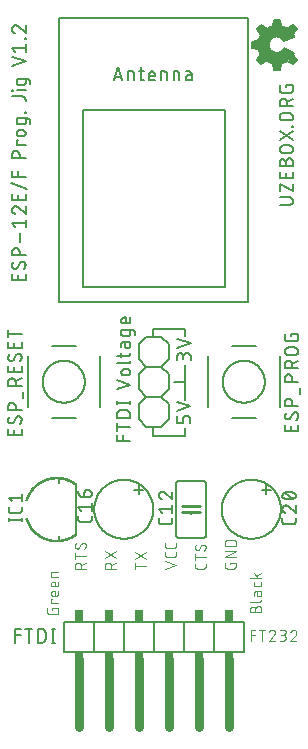
<source format=gto>
G04 EAGLE Gerber RS-274X export*
G75*
%MOMM*%
%FSLAX34Y34*%
%LPD*%
%INSilkscreen Top*%
%IPPOS*%
%AMOC8*
5,1,8,0,0,1.08239X$1,22.5*%
G01*
%ADD10C,0.101600*%
%ADD11C,0.127000*%
%ADD12C,0.152400*%
%ADD13C,0.254000*%
%ADD14C,0.762000*%
%ADD15R,0.762000X0.508000*%
%ADD16R,0.762000X1.016000*%
%ADD17C,0.015238*%
%ADD18C,0.203200*%

G36*
X232810Y493217D02*
X232810Y493217D01*
X232860Y493215D01*
X232930Y493237D01*
X233003Y493249D01*
X233047Y493272D01*
X233095Y493287D01*
X233155Y493329D01*
X233220Y493364D01*
X233255Y493400D01*
X233296Y493429D01*
X233339Y493489D01*
X233390Y493542D01*
X233411Y493587D01*
X233440Y493628D01*
X233482Y493742D01*
X233493Y493765D01*
X233494Y493773D01*
X233499Y493785D01*
X234674Y498488D01*
X240291Y500734D01*
X243768Y498417D01*
X243830Y498388D01*
X243887Y498352D01*
X243941Y498338D01*
X243992Y498315D01*
X244060Y498308D01*
X244126Y498291D01*
X244181Y498296D01*
X244236Y498290D01*
X244303Y498305D01*
X244371Y498311D01*
X244422Y498332D01*
X244476Y498345D01*
X244535Y498380D01*
X244597Y498407D01*
X244658Y498456D01*
X244686Y498473D01*
X244700Y498489D01*
X244728Y498512D01*
X247268Y501052D01*
X247308Y501107D01*
X247356Y501156D01*
X247379Y501206D01*
X247412Y501251D01*
X247432Y501317D01*
X247461Y501378D01*
X247468Y501434D01*
X247484Y501487D01*
X247482Y501555D01*
X247491Y501622D01*
X247479Y501677D01*
X247478Y501732D01*
X247454Y501797D01*
X247441Y501863D01*
X247405Y501932D01*
X247393Y501963D01*
X247380Y501980D01*
X247363Y502012D01*
X244951Y505631D01*
X244951Y506670D01*
X244941Y506730D01*
X244941Y506792D01*
X244922Y506851D01*
X244912Y506913D01*
X244883Y506967D01*
X244863Y507025D01*
X244826Y507075D01*
X244796Y507130D01*
X244752Y507172D01*
X244715Y507221D01*
X244642Y507277D01*
X244618Y507300D01*
X244603Y507306D01*
X244582Y507323D01*
X238232Y511133D01*
X238230Y511133D01*
X238229Y511134D01*
X238117Y511178D01*
X238003Y511224D01*
X238001Y511224D01*
X238000Y511224D01*
X237877Y511230D01*
X237757Y511237D01*
X237756Y511236D01*
X237754Y511236D01*
X237635Y511203D01*
X237520Y511171D01*
X237519Y511170D01*
X237518Y511170D01*
X237416Y511100D01*
X237317Y511033D01*
X237316Y511032D01*
X237314Y511031D01*
X237207Y510902D01*
X234893Y507431D01*
X227995Y507431D01*
X224631Y510795D01*
X224631Y515380D01*
X226924Y519967D01*
X232576Y521097D01*
X237383Y517491D01*
X237416Y517474D01*
X237443Y517450D01*
X237524Y517417D01*
X237601Y517377D01*
X237637Y517371D01*
X237671Y517358D01*
X237758Y517352D01*
X237844Y517339D01*
X237880Y517345D01*
X237917Y517343D01*
X238081Y517378D01*
X245701Y519918D01*
X245766Y519952D01*
X245835Y519978D01*
X245874Y520009D01*
X245918Y520032D01*
X245969Y520086D01*
X246027Y520132D01*
X246054Y520174D01*
X246088Y520210D01*
X246120Y520277D01*
X246159Y520339D01*
X246171Y520388D01*
X246193Y520433D01*
X246201Y520506D01*
X246219Y520578D01*
X246215Y520628D01*
X246220Y520677D01*
X246205Y520750D01*
X246199Y520823D01*
X246175Y520887D01*
X246169Y520918D01*
X246156Y520939D01*
X246141Y520980D01*
X245068Y523125D01*
X247363Y526568D01*
X247392Y526630D01*
X247428Y526687D01*
X247442Y526741D01*
X247465Y526792D01*
X247472Y526860D01*
X247489Y526926D01*
X247484Y526981D01*
X247490Y527036D01*
X247475Y527103D01*
X247469Y527171D01*
X247448Y527222D01*
X247435Y527276D01*
X247400Y527335D01*
X247373Y527397D01*
X247324Y527458D01*
X247307Y527486D01*
X247291Y527500D01*
X247268Y527528D01*
X244728Y530068D01*
X244673Y530108D01*
X244624Y530156D01*
X244574Y530179D01*
X244529Y530212D01*
X244464Y530232D01*
X244402Y530261D01*
X244347Y530268D01*
X244293Y530284D01*
X244225Y530282D01*
X244158Y530291D01*
X244103Y530279D01*
X244048Y530278D01*
X243983Y530254D01*
X243917Y530241D01*
X243848Y530205D01*
X243817Y530193D01*
X243800Y530180D01*
X243768Y530163D01*
X240220Y527798D01*
X234677Y528907D01*
X233506Y534759D01*
X233482Y534823D01*
X233468Y534890D01*
X233439Y534938D01*
X233420Y534990D01*
X233377Y535042D01*
X233342Y535101D01*
X233300Y535137D01*
X233264Y535180D01*
X233207Y535216D01*
X233155Y535261D01*
X233103Y535282D01*
X233056Y535311D01*
X232990Y535327D01*
X232927Y535353D01*
X232849Y535361D01*
X232817Y535369D01*
X232796Y535367D01*
X232760Y535371D01*
X228950Y535371D01*
X228930Y535368D01*
X228911Y535370D01*
X228809Y535348D01*
X228707Y535332D01*
X228690Y535322D01*
X228670Y535318D01*
X228581Y535265D01*
X228490Y535216D01*
X228476Y535202D01*
X228459Y535192D01*
X228392Y535113D01*
X228321Y535038D01*
X228312Y535020D01*
X228299Y535005D01*
X228260Y534909D01*
X228217Y534815D01*
X228215Y534795D01*
X228207Y534777D01*
X228189Y534610D01*
X228189Y530045D01*
X222635Y527824D01*
X217860Y530211D01*
X217840Y530217D01*
X217823Y530228D01*
X217723Y530254D01*
X217626Y530284D01*
X217605Y530283D01*
X217584Y530289D01*
X217482Y530281D01*
X217380Y530278D01*
X217360Y530271D01*
X217339Y530269D01*
X217245Y530229D01*
X217148Y530194D01*
X217132Y530181D01*
X217113Y530173D01*
X216982Y530068D01*
X214442Y527528D01*
X214390Y527456D01*
X214331Y527388D01*
X214318Y527357D01*
X214298Y527329D01*
X214272Y527244D01*
X214238Y527161D01*
X214236Y527126D01*
X214226Y527093D01*
X214228Y527004D01*
X214222Y526915D01*
X214231Y526882D01*
X214232Y526848D01*
X214263Y526764D01*
X214286Y526678D01*
X214308Y526640D01*
X214317Y526617D01*
X214336Y526592D01*
X214371Y526533D01*
X217899Y521830D01*
X215726Y517484D01*
X210985Y516299D01*
X210939Y516279D01*
X210890Y516268D01*
X210827Y516230D01*
X210760Y516201D01*
X210722Y516168D01*
X210679Y516142D01*
X210631Y516086D01*
X210577Y516037D01*
X210552Y515993D01*
X210519Y515955D01*
X210492Y515887D01*
X210455Y515823D01*
X210446Y515773D01*
X210427Y515727D01*
X210414Y515606D01*
X210409Y515581D01*
X210410Y515573D01*
X210409Y515560D01*
X210409Y511750D01*
X210417Y511700D01*
X210415Y511650D01*
X210437Y511580D01*
X210449Y511507D01*
X210472Y511463D01*
X210487Y511415D01*
X210529Y511355D01*
X210564Y511290D01*
X210600Y511255D01*
X210629Y511214D01*
X210689Y511171D01*
X210742Y511121D01*
X210787Y511099D01*
X210828Y511070D01*
X210942Y511028D01*
X210965Y511017D01*
X210973Y511016D01*
X210985Y511011D01*
X215726Y509826D01*
X217864Y505550D01*
X214442Y502128D01*
X214402Y502073D01*
X214354Y502024D01*
X214331Y501974D01*
X214298Y501929D01*
X214278Y501864D01*
X214249Y501802D01*
X214242Y501747D01*
X214226Y501693D01*
X214228Y501625D01*
X214219Y501558D01*
X214231Y501503D01*
X214232Y501448D01*
X214256Y501383D01*
X214270Y501317D01*
X214305Y501248D01*
X214317Y501217D01*
X214330Y501200D01*
X214347Y501168D01*
X216887Y497358D01*
X216915Y497328D01*
X216936Y497292D01*
X216998Y497238D01*
X217054Y497178D01*
X217090Y497158D01*
X217122Y497131D01*
X217198Y497100D01*
X217271Y497061D01*
X217311Y497054D01*
X217349Y497038D01*
X217432Y497033D01*
X217513Y497019D01*
X217554Y497025D01*
X217595Y497022D01*
X217675Y497044D01*
X217756Y497056D01*
X217793Y497075D01*
X217832Y497086D01*
X217970Y497167D01*
X217975Y497169D01*
X217975Y497170D01*
X217977Y497171D01*
X222715Y500724D01*
X228189Y498535D01*
X228189Y493970D01*
X228192Y493950D01*
X228190Y493931D01*
X228212Y493829D01*
X228229Y493727D01*
X228238Y493710D01*
X228242Y493690D01*
X228295Y493601D01*
X228344Y493510D01*
X228358Y493496D01*
X228368Y493479D01*
X228447Y493412D01*
X228522Y493341D01*
X228540Y493332D01*
X228555Y493319D01*
X228651Y493280D01*
X228745Y493237D01*
X228765Y493235D01*
X228783Y493227D01*
X228950Y493209D01*
X232760Y493209D01*
X232810Y493217D01*
G37*
D10*
X191262Y73914D02*
X191262Y75438D01*
X196342Y75438D01*
X196342Y72390D01*
X196340Y72301D01*
X196334Y72213D01*
X196325Y72125D01*
X196311Y72037D01*
X196294Y71950D01*
X196273Y71864D01*
X196248Y71779D01*
X196219Y71695D01*
X196187Y71612D01*
X196152Y71531D01*
X196112Y71452D01*
X196070Y71374D01*
X196024Y71298D01*
X195975Y71224D01*
X195922Y71153D01*
X195867Y71084D01*
X195808Y71017D01*
X195747Y70953D01*
X195683Y70892D01*
X195616Y70833D01*
X195547Y70778D01*
X195476Y70725D01*
X195402Y70676D01*
X195326Y70630D01*
X195248Y70588D01*
X195169Y70548D01*
X195088Y70513D01*
X195005Y70481D01*
X194921Y70452D01*
X194836Y70427D01*
X194750Y70406D01*
X194663Y70389D01*
X194575Y70375D01*
X194487Y70366D01*
X194399Y70360D01*
X194310Y70358D01*
X189230Y70358D01*
X189141Y70360D01*
X189053Y70366D01*
X188965Y70375D01*
X188877Y70389D01*
X188790Y70406D01*
X188704Y70427D01*
X188619Y70452D01*
X188535Y70481D01*
X188452Y70513D01*
X188371Y70548D01*
X188292Y70588D01*
X188214Y70630D01*
X188138Y70676D01*
X188064Y70725D01*
X187993Y70778D01*
X187924Y70833D01*
X187857Y70892D01*
X187793Y70953D01*
X187732Y71017D01*
X187673Y71084D01*
X187618Y71153D01*
X187565Y71224D01*
X187516Y71298D01*
X187470Y71374D01*
X187428Y71452D01*
X187388Y71531D01*
X187353Y71612D01*
X187321Y71695D01*
X187292Y71779D01*
X187267Y71864D01*
X187246Y71950D01*
X187229Y72037D01*
X187215Y72125D01*
X187206Y72213D01*
X187200Y72301D01*
X187198Y72390D01*
X187198Y75438D01*
X187198Y80112D02*
X196342Y80112D01*
X196342Y85192D02*
X187198Y80112D01*
X187198Y85192D02*
X196342Y85192D01*
X196342Y89865D02*
X187198Y89865D01*
X187198Y92405D01*
X187200Y92505D01*
X187206Y92604D01*
X187216Y92704D01*
X187229Y92802D01*
X187247Y92901D01*
X187268Y92998D01*
X187293Y93094D01*
X187322Y93190D01*
X187355Y93284D01*
X187391Y93377D01*
X187431Y93468D01*
X187475Y93558D01*
X187522Y93646D01*
X187572Y93732D01*
X187626Y93816D01*
X187683Y93898D01*
X187743Y93977D01*
X187807Y94055D01*
X187873Y94129D01*
X187942Y94201D01*
X188014Y94270D01*
X188088Y94336D01*
X188166Y94400D01*
X188245Y94460D01*
X188327Y94517D01*
X188411Y94571D01*
X188497Y94621D01*
X188585Y94668D01*
X188675Y94712D01*
X188766Y94752D01*
X188859Y94788D01*
X188953Y94821D01*
X189049Y94850D01*
X189145Y94875D01*
X189242Y94896D01*
X189341Y94914D01*
X189439Y94927D01*
X189539Y94937D01*
X189638Y94943D01*
X189738Y94945D01*
X193802Y94945D01*
X193902Y94943D01*
X194001Y94937D01*
X194101Y94927D01*
X194199Y94914D01*
X194298Y94896D01*
X194395Y94875D01*
X194491Y94850D01*
X194587Y94821D01*
X194681Y94788D01*
X194774Y94752D01*
X194865Y94712D01*
X194955Y94668D01*
X195043Y94621D01*
X195129Y94571D01*
X195213Y94517D01*
X195295Y94460D01*
X195374Y94400D01*
X195452Y94336D01*
X195526Y94270D01*
X195598Y94201D01*
X195667Y94129D01*
X195733Y94055D01*
X195797Y93977D01*
X195857Y93898D01*
X195914Y93816D01*
X195968Y93732D01*
X196018Y93646D01*
X196065Y93558D01*
X196109Y93468D01*
X196149Y93377D01*
X196185Y93284D01*
X196218Y93190D01*
X196247Y93094D01*
X196272Y92998D01*
X196293Y92901D01*
X196311Y92802D01*
X196324Y92704D01*
X196334Y92604D01*
X196340Y92505D01*
X196342Y92405D01*
X196342Y89865D01*
X145542Y73406D02*
X136398Y70358D01*
X136398Y76454D02*
X145542Y73406D01*
X145542Y82012D02*
X145542Y84044D01*
X145542Y82012D02*
X145540Y81923D01*
X145534Y81835D01*
X145525Y81747D01*
X145511Y81659D01*
X145494Y81572D01*
X145473Y81486D01*
X145448Y81401D01*
X145419Y81317D01*
X145387Y81234D01*
X145352Y81153D01*
X145312Y81074D01*
X145270Y80996D01*
X145224Y80920D01*
X145175Y80846D01*
X145122Y80775D01*
X145067Y80706D01*
X145008Y80639D01*
X144947Y80575D01*
X144883Y80514D01*
X144816Y80455D01*
X144747Y80400D01*
X144676Y80347D01*
X144602Y80298D01*
X144526Y80252D01*
X144448Y80210D01*
X144369Y80170D01*
X144288Y80135D01*
X144205Y80103D01*
X144121Y80074D01*
X144036Y80049D01*
X143950Y80028D01*
X143863Y80011D01*
X143775Y79997D01*
X143687Y79988D01*
X143599Y79982D01*
X143510Y79980D01*
X138430Y79980D01*
X138341Y79982D01*
X138253Y79988D01*
X138165Y79997D01*
X138077Y80011D01*
X137990Y80028D01*
X137904Y80049D01*
X137819Y80074D01*
X137735Y80103D01*
X137652Y80135D01*
X137571Y80170D01*
X137492Y80210D01*
X137414Y80252D01*
X137338Y80298D01*
X137264Y80347D01*
X137193Y80400D01*
X137124Y80455D01*
X137057Y80514D01*
X136993Y80575D01*
X136932Y80639D01*
X136873Y80706D01*
X136818Y80775D01*
X136765Y80846D01*
X136716Y80920D01*
X136670Y80996D01*
X136628Y81074D01*
X136588Y81153D01*
X136553Y81234D01*
X136521Y81317D01*
X136492Y81401D01*
X136467Y81486D01*
X136446Y81572D01*
X136429Y81659D01*
X136415Y81747D01*
X136406Y81835D01*
X136400Y81923D01*
X136398Y82012D01*
X136398Y84044D01*
X145542Y89632D02*
X145542Y91664D01*
X145542Y89632D02*
X145540Y89543D01*
X145534Y89455D01*
X145525Y89367D01*
X145511Y89279D01*
X145494Y89192D01*
X145473Y89106D01*
X145448Y89021D01*
X145419Y88937D01*
X145387Y88854D01*
X145352Y88773D01*
X145312Y88694D01*
X145270Y88616D01*
X145224Y88540D01*
X145175Y88466D01*
X145122Y88395D01*
X145067Y88326D01*
X145008Y88259D01*
X144947Y88195D01*
X144883Y88134D01*
X144816Y88075D01*
X144747Y88020D01*
X144676Y87967D01*
X144602Y87918D01*
X144526Y87872D01*
X144448Y87830D01*
X144369Y87790D01*
X144288Y87755D01*
X144205Y87723D01*
X144121Y87694D01*
X144036Y87669D01*
X143950Y87648D01*
X143863Y87631D01*
X143775Y87617D01*
X143687Y87608D01*
X143599Y87602D01*
X143510Y87600D01*
X138430Y87600D01*
X138341Y87602D01*
X138253Y87608D01*
X138165Y87617D01*
X138077Y87631D01*
X137990Y87648D01*
X137904Y87669D01*
X137819Y87694D01*
X137735Y87723D01*
X137652Y87755D01*
X137571Y87790D01*
X137492Y87830D01*
X137414Y87872D01*
X137338Y87918D01*
X137264Y87967D01*
X137193Y88020D01*
X137124Y88075D01*
X137057Y88134D01*
X136993Y88195D01*
X136932Y88259D01*
X136873Y88326D01*
X136818Y88395D01*
X136765Y88466D01*
X136716Y88540D01*
X136670Y88616D01*
X136628Y88694D01*
X136588Y88773D01*
X136553Y88854D01*
X136521Y88937D01*
X136492Y89021D01*
X136467Y89106D01*
X136446Y89192D01*
X136429Y89279D01*
X136415Y89367D01*
X136406Y89455D01*
X136400Y89543D01*
X136398Y89632D01*
X136398Y91664D01*
X120142Y72898D02*
X110998Y72898D01*
X110998Y70358D02*
X110998Y75438D01*
X110998Y84480D02*
X120142Y78384D01*
X120142Y84480D02*
X110998Y78384D01*
X94742Y70358D02*
X85598Y70358D01*
X85598Y72898D01*
X85600Y72998D01*
X85606Y73097D01*
X85616Y73197D01*
X85629Y73295D01*
X85647Y73394D01*
X85668Y73491D01*
X85693Y73587D01*
X85722Y73683D01*
X85755Y73777D01*
X85791Y73870D01*
X85831Y73961D01*
X85875Y74051D01*
X85922Y74139D01*
X85972Y74225D01*
X86026Y74309D01*
X86083Y74391D01*
X86143Y74470D01*
X86207Y74548D01*
X86273Y74622D01*
X86342Y74694D01*
X86414Y74763D01*
X86488Y74829D01*
X86566Y74893D01*
X86645Y74953D01*
X86727Y75010D01*
X86811Y75064D01*
X86897Y75114D01*
X86985Y75161D01*
X87075Y75205D01*
X87166Y75245D01*
X87259Y75281D01*
X87353Y75314D01*
X87449Y75343D01*
X87545Y75368D01*
X87642Y75389D01*
X87741Y75407D01*
X87839Y75420D01*
X87939Y75430D01*
X88038Y75436D01*
X88138Y75438D01*
X88238Y75436D01*
X88337Y75430D01*
X88437Y75420D01*
X88535Y75407D01*
X88634Y75389D01*
X88731Y75368D01*
X88827Y75343D01*
X88923Y75314D01*
X89017Y75281D01*
X89110Y75245D01*
X89201Y75205D01*
X89291Y75161D01*
X89379Y75114D01*
X89465Y75064D01*
X89549Y75010D01*
X89631Y74953D01*
X89710Y74893D01*
X89788Y74829D01*
X89862Y74763D01*
X89934Y74694D01*
X90003Y74622D01*
X90069Y74548D01*
X90133Y74470D01*
X90193Y74391D01*
X90250Y74309D01*
X90304Y74225D01*
X90354Y74139D01*
X90401Y74051D01*
X90445Y73961D01*
X90485Y73870D01*
X90521Y73777D01*
X90554Y73683D01*
X90583Y73587D01*
X90608Y73491D01*
X90629Y73394D01*
X90647Y73295D01*
X90660Y73197D01*
X90670Y73097D01*
X90676Y72998D01*
X90678Y72898D01*
X90678Y70358D01*
X90678Y73406D02*
X94742Y75438D01*
X94742Y78928D02*
X85598Y85024D01*
X85598Y78928D02*
X94742Y85024D01*
X69342Y70358D02*
X60198Y70358D01*
X60198Y72898D01*
X60200Y72998D01*
X60206Y73097D01*
X60216Y73197D01*
X60229Y73295D01*
X60247Y73394D01*
X60268Y73491D01*
X60293Y73587D01*
X60322Y73683D01*
X60355Y73777D01*
X60391Y73870D01*
X60431Y73961D01*
X60475Y74051D01*
X60522Y74139D01*
X60572Y74225D01*
X60626Y74309D01*
X60683Y74391D01*
X60743Y74470D01*
X60807Y74548D01*
X60873Y74622D01*
X60942Y74694D01*
X61014Y74763D01*
X61088Y74829D01*
X61166Y74893D01*
X61245Y74953D01*
X61327Y75010D01*
X61411Y75064D01*
X61497Y75114D01*
X61585Y75161D01*
X61675Y75205D01*
X61766Y75245D01*
X61859Y75281D01*
X61953Y75314D01*
X62049Y75343D01*
X62145Y75368D01*
X62242Y75389D01*
X62341Y75407D01*
X62439Y75420D01*
X62539Y75430D01*
X62638Y75436D01*
X62738Y75438D01*
X62838Y75436D01*
X62937Y75430D01*
X63037Y75420D01*
X63135Y75407D01*
X63234Y75389D01*
X63331Y75368D01*
X63427Y75343D01*
X63523Y75314D01*
X63617Y75281D01*
X63710Y75245D01*
X63801Y75205D01*
X63891Y75161D01*
X63979Y75114D01*
X64065Y75064D01*
X64149Y75010D01*
X64231Y74953D01*
X64310Y74893D01*
X64388Y74829D01*
X64462Y74763D01*
X64534Y74694D01*
X64603Y74622D01*
X64669Y74548D01*
X64733Y74470D01*
X64793Y74391D01*
X64850Y74309D01*
X64904Y74225D01*
X64954Y74139D01*
X65001Y74051D01*
X65045Y73961D01*
X65085Y73870D01*
X65121Y73777D01*
X65154Y73683D01*
X65183Y73587D01*
X65208Y73491D01*
X65229Y73394D01*
X65247Y73295D01*
X65260Y73197D01*
X65270Y73097D01*
X65276Y72998D01*
X65278Y72898D01*
X65278Y70358D01*
X65278Y73406D02*
X69342Y75438D01*
X69342Y81366D02*
X60198Y81366D01*
X60198Y78826D02*
X60198Y83906D01*
X67310Y92136D02*
X67399Y92134D01*
X67487Y92128D01*
X67575Y92119D01*
X67663Y92105D01*
X67750Y92088D01*
X67836Y92067D01*
X67921Y92042D01*
X68005Y92013D01*
X68088Y91981D01*
X68169Y91946D01*
X68248Y91906D01*
X68326Y91864D01*
X68402Y91818D01*
X68476Y91769D01*
X68547Y91716D01*
X68616Y91661D01*
X68683Y91602D01*
X68747Y91541D01*
X68808Y91477D01*
X68867Y91410D01*
X68922Y91341D01*
X68975Y91270D01*
X69024Y91196D01*
X69070Y91120D01*
X69112Y91042D01*
X69152Y90963D01*
X69187Y90882D01*
X69219Y90799D01*
X69248Y90715D01*
X69273Y90630D01*
X69294Y90544D01*
X69311Y90457D01*
X69325Y90369D01*
X69334Y90281D01*
X69340Y90193D01*
X69342Y90104D01*
X69340Y89974D01*
X69334Y89843D01*
X69324Y89713D01*
X69310Y89584D01*
X69293Y89455D01*
X69271Y89326D01*
X69245Y89198D01*
X69216Y89071D01*
X69183Y88945D01*
X69146Y88820D01*
X69105Y88696D01*
X69060Y88574D01*
X69012Y88453D01*
X68960Y88333D01*
X68904Y88215D01*
X68845Y88099D01*
X68782Y87985D01*
X68716Y87872D01*
X68647Y87762D01*
X68574Y87654D01*
X68498Y87548D01*
X68419Y87444D01*
X68337Y87343D01*
X68251Y87245D01*
X68163Y87149D01*
X68072Y87056D01*
X62230Y87310D02*
X62141Y87312D01*
X62053Y87318D01*
X61965Y87327D01*
X61877Y87341D01*
X61790Y87358D01*
X61704Y87379D01*
X61619Y87404D01*
X61535Y87433D01*
X61452Y87465D01*
X61371Y87500D01*
X61292Y87540D01*
X61214Y87582D01*
X61138Y87628D01*
X61064Y87677D01*
X60993Y87730D01*
X60924Y87785D01*
X60857Y87844D01*
X60793Y87905D01*
X60732Y87969D01*
X60673Y88036D01*
X60618Y88105D01*
X60565Y88176D01*
X60516Y88250D01*
X60470Y88326D01*
X60428Y88404D01*
X60388Y88483D01*
X60353Y88564D01*
X60321Y88647D01*
X60292Y88731D01*
X60267Y88816D01*
X60246Y88902D01*
X60229Y88989D01*
X60215Y89077D01*
X60206Y89165D01*
X60200Y89253D01*
X60198Y89342D01*
X60200Y89465D01*
X60206Y89587D01*
X60216Y89709D01*
X60230Y89831D01*
X60247Y89952D01*
X60269Y90073D01*
X60294Y90193D01*
X60324Y90312D01*
X60357Y90430D01*
X60394Y90547D01*
X60434Y90662D01*
X60478Y90777D01*
X60526Y90890D01*
X60578Y91001D01*
X60633Y91110D01*
X60692Y91218D01*
X60754Y91324D01*
X60819Y91427D01*
X60888Y91529D01*
X60960Y91628D01*
X64008Y88325D02*
X63961Y88249D01*
X63911Y88175D01*
X63858Y88104D01*
X63801Y88035D01*
X63742Y87968D01*
X63680Y87904D01*
X63615Y87842D01*
X63547Y87784D01*
X63477Y87729D01*
X63405Y87676D01*
X63331Y87627D01*
X63254Y87581D01*
X63176Y87538D01*
X63095Y87499D01*
X63013Y87463D01*
X62930Y87431D01*
X62846Y87403D01*
X62760Y87378D01*
X62673Y87357D01*
X62585Y87340D01*
X62497Y87326D01*
X62408Y87317D01*
X62319Y87311D01*
X62230Y87309D01*
X65532Y91120D02*
X65579Y91196D01*
X65629Y91270D01*
X65682Y91341D01*
X65739Y91410D01*
X65798Y91477D01*
X65860Y91541D01*
X65925Y91603D01*
X65993Y91661D01*
X66063Y91716D01*
X66135Y91769D01*
X66209Y91818D01*
X66286Y91864D01*
X66364Y91907D01*
X66445Y91946D01*
X66527Y91982D01*
X66610Y92014D01*
X66694Y92042D01*
X66780Y92067D01*
X66867Y92088D01*
X66955Y92105D01*
X67043Y92119D01*
X67132Y92128D01*
X67221Y92134D01*
X67310Y92136D01*
X65532Y91120D02*
X64008Y88326D01*
X170942Y74422D02*
X170942Y72390D01*
X170940Y72301D01*
X170934Y72213D01*
X170925Y72125D01*
X170911Y72037D01*
X170894Y71950D01*
X170873Y71864D01*
X170848Y71779D01*
X170819Y71695D01*
X170787Y71612D01*
X170752Y71531D01*
X170712Y71452D01*
X170670Y71374D01*
X170624Y71298D01*
X170575Y71224D01*
X170522Y71153D01*
X170467Y71084D01*
X170408Y71017D01*
X170347Y70953D01*
X170283Y70892D01*
X170216Y70833D01*
X170147Y70778D01*
X170076Y70725D01*
X170002Y70676D01*
X169926Y70630D01*
X169848Y70588D01*
X169769Y70548D01*
X169688Y70513D01*
X169605Y70481D01*
X169521Y70452D01*
X169436Y70427D01*
X169350Y70406D01*
X169263Y70389D01*
X169175Y70375D01*
X169087Y70366D01*
X168999Y70360D01*
X168910Y70358D01*
X163830Y70358D01*
X163741Y70360D01*
X163653Y70366D01*
X163565Y70375D01*
X163477Y70389D01*
X163390Y70406D01*
X163304Y70427D01*
X163219Y70452D01*
X163135Y70481D01*
X163052Y70513D01*
X162971Y70548D01*
X162892Y70588D01*
X162814Y70630D01*
X162738Y70676D01*
X162664Y70725D01*
X162593Y70778D01*
X162524Y70833D01*
X162457Y70892D01*
X162393Y70953D01*
X162332Y71017D01*
X162273Y71084D01*
X162218Y71153D01*
X162165Y71224D01*
X162116Y71298D01*
X162070Y71374D01*
X162028Y71452D01*
X161988Y71531D01*
X161953Y71612D01*
X161921Y71695D01*
X161892Y71779D01*
X161867Y71864D01*
X161846Y71950D01*
X161829Y72037D01*
X161815Y72125D01*
X161806Y72213D01*
X161800Y72301D01*
X161798Y72390D01*
X161798Y74422D01*
X161798Y79938D02*
X170942Y79938D01*
X161798Y77398D02*
X161798Y82478D01*
X168910Y90708D02*
X168999Y90706D01*
X169087Y90700D01*
X169175Y90691D01*
X169263Y90677D01*
X169350Y90660D01*
X169436Y90639D01*
X169521Y90614D01*
X169605Y90585D01*
X169688Y90553D01*
X169769Y90518D01*
X169848Y90478D01*
X169926Y90436D01*
X170002Y90390D01*
X170076Y90341D01*
X170147Y90288D01*
X170216Y90233D01*
X170283Y90174D01*
X170347Y90113D01*
X170408Y90049D01*
X170467Y89982D01*
X170522Y89913D01*
X170575Y89842D01*
X170624Y89768D01*
X170670Y89692D01*
X170712Y89614D01*
X170752Y89535D01*
X170787Y89454D01*
X170819Y89371D01*
X170848Y89287D01*
X170873Y89202D01*
X170894Y89116D01*
X170911Y89029D01*
X170925Y88941D01*
X170934Y88853D01*
X170940Y88765D01*
X170942Y88676D01*
X170940Y88546D01*
X170934Y88415D01*
X170924Y88285D01*
X170910Y88156D01*
X170893Y88027D01*
X170871Y87898D01*
X170845Y87770D01*
X170816Y87643D01*
X170783Y87517D01*
X170746Y87392D01*
X170705Y87268D01*
X170660Y87146D01*
X170612Y87025D01*
X170560Y86905D01*
X170504Y86787D01*
X170445Y86671D01*
X170382Y86557D01*
X170316Y86444D01*
X170247Y86334D01*
X170174Y86226D01*
X170098Y86120D01*
X170019Y86016D01*
X169937Y85915D01*
X169851Y85817D01*
X169763Y85721D01*
X169672Y85628D01*
X163830Y85882D02*
X163741Y85884D01*
X163653Y85890D01*
X163565Y85899D01*
X163477Y85913D01*
X163390Y85930D01*
X163304Y85951D01*
X163219Y85976D01*
X163135Y86005D01*
X163052Y86037D01*
X162971Y86072D01*
X162892Y86112D01*
X162814Y86154D01*
X162738Y86200D01*
X162664Y86249D01*
X162593Y86302D01*
X162524Y86357D01*
X162457Y86416D01*
X162393Y86477D01*
X162332Y86541D01*
X162273Y86608D01*
X162218Y86677D01*
X162165Y86748D01*
X162116Y86822D01*
X162070Y86898D01*
X162028Y86976D01*
X161988Y87055D01*
X161953Y87136D01*
X161921Y87219D01*
X161892Y87303D01*
X161867Y87388D01*
X161846Y87474D01*
X161829Y87561D01*
X161815Y87649D01*
X161806Y87737D01*
X161800Y87825D01*
X161798Y87914D01*
X161800Y88037D01*
X161806Y88159D01*
X161816Y88281D01*
X161830Y88403D01*
X161847Y88524D01*
X161869Y88645D01*
X161894Y88765D01*
X161924Y88884D01*
X161957Y89002D01*
X161994Y89119D01*
X162034Y89234D01*
X162078Y89349D01*
X162126Y89462D01*
X162178Y89573D01*
X162233Y89682D01*
X162292Y89790D01*
X162354Y89896D01*
X162419Y89999D01*
X162488Y90101D01*
X162560Y90200D01*
X165608Y86898D02*
X165561Y86822D01*
X165511Y86748D01*
X165458Y86677D01*
X165401Y86608D01*
X165342Y86541D01*
X165280Y86477D01*
X165215Y86415D01*
X165147Y86357D01*
X165077Y86302D01*
X165005Y86249D01*
X164931Y86200D01*
X164854Y86154D01*
X164776Y86111D01*
X164695Y86072D01*
X164613Y86036D01*
X164530Y86004D01*
X164446Y85976D01*
X164360Y85951D01*
X164273Y85930D01*
X164185Y85913D01*
X164097Y85899D01*
X164008Y85890D01*
X163919Y85884D01*
X163830Y85882D01*
X167132Y89692D02*
X167179Y89768D01*
X167229Y89842D01*
X167282Y89913D01*
X167339Y89982D01*
X167398Y90049D01*
X167460Y90113D01*
X167525Y90175D01*
X167593Y90233D01*
X167663Y90288D01*
X167735Y90341D01*
X167809Y90390D01*
X167886Y90436D01*
X167964Y90479D01*
X168045Y90518D01*
X168127Y90554D01*
X168210Y90586D01*
X168294Y90614D01*
X168380Y90639D01*
X168467Y90660D01*
X168555Y90677D01*
X168643Y90691D01*
X168732Y90700D01*
X168821Y90706D01*
X168910Y90708D01*
X167132Y89692D02*
X165608Y86898D01*
D11*
X158315Y246585D02*
X158315Y249760D01*
X158313Y249871D01*
X158307Y249981D01*
X158298Y250092D01*
X158284Y250202D01*
X158267Y250311D01*
X158246Y250420D01*
X158221Y250528D01*
X158192Y250635D01*
X158160Y250741D01*
X158124Y250846D01*
X158084Y250949D01*
X158041Y251051D01*
X157994Y251152D01*
X157943Y251251D01*
X157890Y251348D01*
X157833Y251442D01*
X157772Y251535D01*
X157709Y251626D01*
X157642Y251715D01*
X157572Y251801D01*
X157499Y251884D01*
X157424Y251966D01*
X157346Y252044D01*
X157264Y252119D01*
X157181Y252192D01*
X157095Y252262D01*
X157006Y252329D01*
X156915Y252392D01*
X156822Y252453D01*
X156728Y252510D01*
X156631Y252563D01*
X156532Y252614D01*
X156431Y252661D01*
X156329Y252704D01*
X156226Y252744D01*
X156121Y252780D01*
X156015Y252812D01*
X155908Y252841D01*
X155800Y252866D01*
X155691Y252887D01*
X155582Y252904D01*
X155472Y252918D01*
X155361Y252927D01*
X155251Y252933D01*
X155140Y252935D01*
X155029Y252933D01*
X154919Y252927D01*
X154808Y252918D01*
X154698Y252904D01*
X154589Y252887D01*
X154480Y252866D01*
X154372Y252841D01*
X154265Y252812D01*
X154159Y252780D01*
X154054Y252744D01*
X153951Y252704D01*
X153849Y252661D01*
X153748Y252614D01*
X153649Y252563D01*
X153553Y252510D01*
X153458Y252453D01*
X153365Y252392D01*
X153274Y252329D01*
X153185Y252262D01*
X153099Y252192D01*
X153016Y252119D01*
X152934Y252044D01*
X152856Y251966D01*
X152781Y251884D01*
X152708Y251801D01*
X152638Y251715D01*
X152571Y251626D01*
X152508Y251535D01*
X152447Y251442D01*
X152390Y251348D01*
X152337Y251251D01*
X152286Y251152D01*
X152239Y251051D01*
X152196Y250949D01*
X152156Y250846D01*
X152120Y250741D01*
X152088Y250635D01*
X152059Y250528D01*
X152034Y250420D01*
X152013Y250311D01*
X151996Y250202D01*
X151982Y250092D01*
X151973Y249981D01*
X151967Y249871D01*
X151965Y249760D01*
X146885Y250395D02*
X146885Y246585D01*
X146885Y250395D02*
X146887Y250495D01*
X146893Y250594D01*
X146903Y250694D01*
X146916Y250792D01*
X146934Y250891D01*
X146955Y250988D01*
X146980Y251084D01*
X147009Y251180D01*
X147042Y251274D01*
X147078Y251367D01*
X147118Y251458D01*
X147162Y251548D01*
X147209Y251636D01*
X147259Y251722D01*
X147313Y251806D01*
X147370Y251888D01*
X147430Y251967D01*
X147494Y252045D01*
X147560Y252119D01*
X147629Y252191D01*
X147701Y252260D01*
X147775Y252326D01*
X147853Y252390D01*
X147932Y252450D01*
X148014Y252507D01*
X148098Y252561D01*
X148184Y252611D01*
X148272Y252658D01*
X148362Y252702D01*
X148453Y252742D01*
X148546Y252778D01*
X148640Y252811D01*
X148736Y252840D01*
X148832Y252865D01*
X148929Y252886D01*
X149028Y252904D01*
X149126Y252917D01*
X149226Y252927D01*
X149325Y252933D01*
X149425Y252935D01*
X149525Y252933D01*
X149624Y252927D01*
X149724Y252917D01*
X149822Y252904D01*
X149921Y252886D01*
X150018Y252865D01*
X150114Y252840D01*
X150210Y252811D01*
X150304Y252778D01*
X150397Y252742D01*
X150488Y252702D01*
X150578Y252658D01*
X150666Y252611D01*
X150752Y252561D01*
X150836Y252507D01*
X150918Y252450D01*
X150997Y252390D01*
X151075Y252326D01*
X151149Y252260D01*
X151221Y252191D01*
X151290Y252119D01*
X151356Y252045D01*
X151420Y251967D01*
X151480Y251888D01*
X151537Y251806D01*
X151591Y251722D01*
X151641Y251636D01*
X151688Y251548D01*
X151732Y251458D01*
X151772Y251367D01*
X151808Y251274D01*
X151841Y251180D01*
X151870Y251084D01*
X151895Y250988D01*
X151916Y250891D01*
X151934Y250792D01*
X151947Y250694D01*
X151957Y250594D01*
X151963Y250495D01*
X151965Y250395D01*
X151965Y247855D01*
X146885Y257380D02*
X158315Y261190D01*
X146885Y265000D01*
X157915Y197095D02*
X157915Y193285D01*
X157915Y197095D02*
X157913Y197195D01*
X157907Y197294D01*
X157897Y197394D01*
X157884Y197492D01*
X157866Y197591D01*
X157845Y197688D01*
X157820Y197784D01*
X157791Y197880D01*
X157758Y197974D01*
X157722Y198067D01*
X157682Y198158D01*
X157638Y198248D01*
X157591Y198336D01*
X157541Y198422D01*
X157487Y198506D01*
X157430Y198588D01*
X157370Y198667D01*
X157306Y198745D01*
X157240Y198819D01*
X157171Y198891D01*
X157099Y198960D01*
X157025Y199026D01*
X156947Y199090D01*
X156868Y199150D01*
X156786Y199207D01*
X156702Y199261D01*
X156616Y199311D01*
X156528Y199358D01*
X156438Y199402D01*
X156347Y199442D01*
X156254Y199478D01*
X156160Y199511D01*
X156064Y199540D01*
X155968Y199565D01*
X155871Y199586D01*
X155772Y199604D01*
X155674Y199617D01*
X155574Y199627D01*
X155475Y199633D01*
X155375Y199635D01*
X154105Y199635D01*
X154005Y199633D01*
X153906Y199627D01*
X153806Y199617D01*
X153708Y199604D01*
X153609Y199586D01*
X153512Y199565D01*
X153416Y199540D01*
X153320Y199511D01*
X153226Y199478D01*
X153133Y199442D01*
X153042Y199402D01*
X152952Y199358D01*
X152864Y199311D01*
X152778Y199261D01*
X152694Y199207D01*
X152612Y199150D01*
X152533Y199090D01*
X152455Y199026D01*
X152381Y198960D01*
X152309Y198891D01*
X152240Y198819D01*
X152174Y198745D01*
X152110Y198667D01*
X152050Y198588D01*
X151993Y198506D01*
X151939Y198422D01*
X151889Y198336D01*
X151842Y198248D01*
X151798Y198158D01*
X151758Y198067D01*
X151722Y197974D01*
X151689Y197880D01*
X151660Y197784D01*
X151635Y197688D01*
X151614Y197591D01*
X151596Y197492D01*
X151583Y197394D01*
X151573Y197294D01*
X151567Y197195D01*
X151565Y197095D01*
X151565Y193285D01*
X146485Y193285D01*
X146485Y199635D01*
X146485Y204080D02*
X157915Y207890D01*
X146485Y211700D01*
X18415Y314785D02*
X18415Y319865D01*
X18415Y314785D02*
X6985Y314785D01*
X6985Y319865D01*
X12065Y318595D02*
X12065Y314785D01*
X18415Y327714D02*
X18413Y327814D01*
X18407Y327913D01*
X18397Y328013D01*
X18384Y328111D01*
X18366Y328210D01*
X18345Y328307D01*
X18320Y328403D01*
X18291Y328499D01*
X18258Y328593D01*
X18222Y328686D01*
X18182Y328777D01*
X18138Y328867D01*
X18091Y328955D01*
X18041Y329041D01*
X17987Y329125D01*
X17930Y329207D01*
X17870Y329286D01*
X17806Y329364D01*
X17740Y329438D01*
X17671Y329510D01*
X17599Y329579D01*
X17525Y329645D01*
X17447Y329709D01*
X17368Y329769D01*
X17286Y329826D01*
X17202Y329880D01*
X17116Y329930D01*
X17028Y329977D01*
X16938Y330021D01*
X16847Y330061D01*
X16754Y330097D01*
X16660Y330130D01*
X16564Y330159D01*
X16468Y330184D01*
X16371Y330205D01*
X16272Y330223D01*
X16174Y330236D01*
X16074Y330246D01*
X15975Y330252D01*
X15875Y330254D01*
X18415Y327714D02*
X18413Y327573D01*
X18408Y327432D01*
X18398Y327291D01*
X18385Y327150D01*
X18369Y327010D01*
X18348Y326870D01*
X18324Y326731D01*
X18296Y326592D01*
X18265Y326455D01*
X18230Y326318D01*
X18192Y326182D01*
X18150Y326047D01*
X18104Y325914D01*
X18055Y325781D01*
X18002Y325650D01*
X17946Y325521D01*
X17887Y325392D01*
X17824Y325266D01*
X17758Y325141D01*
X17689Y325018D01*
X17616Y324897D01*
X17540Y324778D01*
X17461Y324660D01*
X17380Y324545D01*
X17295Y324433D01*
X17207Y324322D01*
X17116Y324214D01*
X17023Y324108D01*
X16926Y324005D01*
X16827Y323904D01*
X9525Y324221D02*
X9425Y324223D01*
X9326Y324229D01*
X9226Y324239D01*
X9128Y324252D01*
X9029Y324270D01*
X8932Y324291D01*
X8836Y324316D01*
X8740Y324345D01*
X8646Y324378D01*
X8553Y324414D01*
X8462Y324454D01*
X8372Y324498D01*
X8284Y324545D01*
X8198Y324595D01*
X8114Y324649D01*
X8032Y324706D01*
X7953Y324766D01*
X7875Y324830D01*
X7801Y324896D01*
X7729Y324965D01*
X7660Y325037D01*
X7594Y325111D01*
X7530Y325189D01*
X7470Y325268D01*
X7413Y325350D01*
X7359Y325434D01*
X7309Y325520D01*
X7262Y325608D01*
X7218Y325698D01*
X7178Y325789D01*
X7142Y325882D01*
X7109Y325976D01*
X7080Y326072D01*
X7055Y326168D01*
X7034Y326265D01*
X7016Y326364D01*
X7003Y326462D01*
X6993Y326562D01*
X6987Y326661D01*
X6985Y326761D01*
X6987Y326894D01*
X6992Y327027D01*
X7002Y327160D01*
X7015Y327293D01*
X7032Y327425D01*
X7052Y327557D01*
X7076Y327688D01*
X7104Y327818D01*
X7135Y327948D01*
X7170Y328076D01*
X7209Y328204D01*
X7251Y328330D01*
X7297Y328455D01*
X7346Y328579D01*
X7398Y328702D01*
X7454Y328823D01*
X7514Y328942D01*
X7576Y329060D01*
X7642Y329175D01*
X7711Y329289D01*
X7784Y329401D01*
X7859Y329511D01*
X7938Y329619D01*
X11748Y325491D02*
X11696Y325407D01*
X11641Y325324D01*
X11582Y325244D01*
X11521Y325166D01*
X11457Y325091D01*
X11389Y325018D01*
X11319Y324947D01*
X11247Y324880D01*
X11172Y324815D01*
X11094Y324753D01*
X11014Y324694D01*
X10932Y324638D01*
X10848Y324586D01*
X10762Y324537D01*
X10674Y324491D01*
X10584Y324448D01*
X10493Y324409D01*
X10400Y324374D01*
X10306Y324342D01*
X10211Y324314D01*
X10115Y324289D01*
X10018Y324269D01*
X9920Y324251D01*
X9822Y324238D01*
X9723Y324229D01*
X9624Y324223D01*
X9525Y324221D01*
X13652Y328984D02*
X13704Y329068D01*
X13759Y329151D01*
X13818Y329231D01*
X13879Y329309D01*
X13943Y329384D01*
X14011Y329457D01*
X14081Y329528D01*
X14153Y329595D01*
X14228Y329660D01*
X14306Y329722D01*
X14386Y329781D01*
X14468Y329837D01*
X14552Y329889D01*
X14638Y329938D01*
X14726Y329984D01*
X14816Y330027D01*
X14907Y330066D01*
X15000Y330101D01*
X15094Y330133D01*
X15189Y330161D01*
X15285Y330186D01*
X15382Y330206D01*
X15480Y330224D01*
X15578Y330237D01*
X15677Y330246D01*
X15776Y330252D01*
X15875Y330254D01*
X13653Y328984D02*
X11748Y325491D01*
X6985Y335524D02*
X18415Y335524D01*
X6985Y335524D02*
X6985Y338699D01*
X6987Y338810D01*
X6993Y338920D01*
X7002Y339031D01*
X7016Y339141D01*
X7033Y339250D01*
X7054Y339359D01*
X7079Y339467D01*
X7108Y339574D01*
X7140Y339680D01*
X7176Y339785D01*
X7216Y339888D01*
X7259Y339990D01*
X7306Y340091D01*
X7357Y340190D01*
X7410Y340287D01*
X7467Y340381D01*
X7528Y340474D01*
X7591Y340565D01*
X7658Y340654D01*
X7728Y340740D01*
X7801Y340823D01*
X7876Y340905D01*
X7954Y340983D01*
X8036Y341058D01*
X8119Y341131D01*
X8205Y341201D01*
X8294Y341268D01*
X8385Y341331D01*
X8478Y341392D01*
X8572Y341449D01*
X8669Y341502D01*
X8768Y341553D01*
X8869Y341600D01*
X8971Y341643D01*
X9074Y341683D01*
X9179Y341719D01*
X9285Y341751D01*
X9392Y341780D01*
X9500Y341805D01*
X9609Y341826D01*
X9718Y341843D01*
X9828Y341857D01*
X9939Y341866D01*
X10049Y341872D01*
X10160Y341874D01*
X10271Y341872D01*
X10381Y341866D01*
X10492Y341857D01*
X10602Y341843D01*
X10711Y341826D01*
X10820Y341805D01*
X10928Y341780D01*
X11035Y341751D01*
X11141Y341719D01*
X11246Y341683D01*
X11349Y341643D01*
X11451Y341600D01*
X11552Y341553D01*
X11651Y341502D01*
X11747Y341449D01*
X11842Y341392D01*
X11935Y341331D01*
X12026Y341268D01*
X12115Y341201D01*
X12201Y341131D01*
X12284Y341058D01*
X12366Y340983D01*
X12444Y340905D01*
X12519Y340823D01*
X12592Y340740D01*
X12662Y340654D01*
X12729Y340565D01*
X12792Y340474D01*
X12853Y340381D01*
X12910Y340287D01*
X12963Y340190D01*
X13014Y340091D01*
X13061Y339990D01*
X13104Y339888D01*
X13144Y339785D01*
X13180Y339680D01*
X13212Y339574D01*
X13241Y339467D01*
X13266Y339359D01*
X13287Y339250D01*
X13304Y339141D01*
X13318Y339031D01*
X13327Y338920D01*
X13333Y338810D01*
X13335Y338699D01*
X13335Y335524D01*
X13970Y346510D02*
X13970Y354130D01*
X9525Y359337D02*
X6985Y362512D01*
X18415Y362512D01*
X18415Y359337D02*
X18415Y365687D01*
X9843Y377117D02*
X9739Y377115D01*
X9634Y377109D01*
X9530Y377100D01*
X9427Y377087D01*
X9324Y377069D01*
X9222Y377049D01*
X9120Y377024D01*
X9020Y376996D01*
X8920Y376964D01*
X8822Y376928D01*
X8725Y376889D01*
X8630Y376847D01*
X8536Y376801D01*
X8444Y376751D01*
X8354Y376699D01*
X8266Y376643D01*
X8180Y376583D01*
X8096Y376521D01*
X8015Y376456D01*
X7936Y376388D01*
X7859Y376316D01*
X7786Y376243D01*
X7714Y376166D01*
X7646Y376087D01*
X7581Y376006D01*
X7519Y375922D01*
X7459Y375836D01*
X7403Y375748D01*
X7351Y375658D01*
X7301Y375566D01*
X7255Y375472D01*
X7213Y375377D01*
X7174Y375280D01*
X7138Y375182D01*
X7106Y375082D01*
X7078Y374982D01*
X7053Y374880D01*
X7033Y374778D01*
X7015Y374675D01*
X7002Y374572D01*
X6993Y374468D01*
X6987Y374363D01*
X6985Y374259D01*
X6987Y374141D01*
X6993Y374022D01*
X7002Y373904D01*
X7015Y373787D01*
X7033Y373670D01*
X7053Y373553D01*
X7078Y373437D01*
X7106Y373322D01*
X7139Y373209D01*
X7174Y373096D01*
X7214Y372984D01*
X7256Y372874D01*
X7303Y372765D01*
X7353Y372657D01*
X7406Y372552D01*
X7463Y372448D01*
X7523Y372346D01*
X7586Y372246D01*
X7653Y372148D01*
X7722Y372052D01*
X7795Y371959D01*
X7871Y371868D01*
X7949Y371779D01*
X8031Y371693D01*
X8115Y371610D01*
X8201Y371529D01*
X8291Y371452D01*
X8382Y371377D01*
X8476Y371305D01*
X8573Y371236D01*
X8671Y371171D01*
X8772Y371108D01*
X8875Y371049D01*
X8979Y370993D01*
X9085Y370941D01*
X9193Y370892D01*
X9302Y370847D01*
X9413Y370805D01*
X9525Y370767D01*
X12065Y376164D02*
X11990Y376240D01*
X11911Y376315D01*
X11830Y376386D01*
X11746Y376455D01*
X11660Y376520D01*
X11572Y376582D01*
X11482Y376642D01*
X11390Y376698D01*
X11295Y376751D01*
X11199Y376800D01*
X11101Y376846D01*
X11002Y376889D01*
X10901Y376928D01*
X10799Y376963D01*
X10696Y376995D01*
X10592Y377023D01*
X10487Y377048D01*
X10380Y377069D01*
X10274Y377086D01*
X10167Y377099D01*
X10059Y377108D01*
X9951Y377114D01*
X9843Y377116D01*
X12065Y376164D02*
X18415Y370767D01*
X18415Y377117D01*
X18415Y382603D02*
X18415Y387683D01*
X18415Y382603D02*
X6985Y382603D01*
X6985Y387683D01*
X12065Y386413D02*
X12065Y382603D01*
X19685Y391595D02*
X5715Y396675D01*
X6985Y401653D02*
X18415Y401653D01*
X6985Y401653D02*
X6985Y406733D01*
X12065Y406733D02*
X12065Y401653D01*
X6985Y417820D02*
X18415Y417820D01*
X6985Y417820D02*
X6985Y420995D01*
X6987Y421106D01*
X6993Y421216D01*
X7002Y421327D01*
X7016Y421437D01*
X7033Y421546D01*
X7054Y421655D01*
X7079Y421763D01*
X7108Y421870D01*
X7140Y421976D01*
X7176Y422081D01*
X7216Y422184D01*
X7259Y422286D01*
X7306Y422387D01*
X7357Y422486D01*
X7410Y422583D01*
X7467Y422677D01*
X7528Y422770D01*
X7591Y422861D01*
X7658Y422950D01*
X7728Y423036D01*
X7801Y423119D01*
X7876Y423201D01*
X7954Y423279D01*
X8036Y423354D01*
X8119Y423427D01*
X8205Y423497D01*
X8294Y423564D01*
X8385Y423627D01*
X8478Y423688D01*
X8572Y423745D01*
X8669Y423798D01*
X8768Y423849D01*
X8869Y423896D01*
X8971Y423939D01*
X9074Y423979D01*
X9179Y424015D01*
X9285Y424047D01*
X9392Y424076D01*
X9500Y424101D01*
X9609Y424122D01*
X9718Y424139D01*
X9828Y424153D01*
X9939Y424162D01*
X10049Y424168D01*
X10160Y424170D01*
X10271Y424168D01*
X10381Y424162D01*
X10492Y424153D01*
X10602Y424139D01*
X10711Y424122D01*
X10820Y424101D01*
X10928Y424076D01*
X11035Y424047D01*
X11141Y424015D01*
X11246Y423979D01*
X11349Y423939D01*
X11451Y423896D01*
X11552Y423849D01*
X11651Y423798D01*
X11747Y423745D01*
X11842Y423688D01*
X11935Y423627D01*
X12026Y423564D01*
X12115Y423497D01*
X12201Y423427D01*
X12284Y423354D01*
X12366Y423279D01*
X12444Y423201D01*
X12519Y423119D01*
X12592Y423036D01*
X12662Y422950D01*
X12729Y422861D01*
X12792Y422770D01*
X12853Y422677D01*
X12910Y422583D01*
X12963Y422486D01*
X13014Y422387D01*
X13061Y422286D01*
X13104Y422184D01*
X13144Y422081D01*
X13180Y421976D01*
X13212Y421870D01*
X13241Y421763D01*
X13266Y421655D01*
X13287Y421546D01*
X13304Y421437D01*
X13318Y421327D01*
X13327Y421216D01*
X13333Y421106D01*
X13335Y420995D01*
X13335Y417820D01*
X10795Y429007D02*
X18415Y429007D01*
X10795Y429007D02*
X10795Y432817D01*
X12065Y432817D01*
X13335Y436553D02*
X15875Y436553D01*
X13335Y436553D02*
X13235Y436555D01*
X13136Y436561D01*
X13036Y436571D01*
X12938Y436584D01*
X12839Y436602D01*
X12742Y436623D01*
X12646Y436648D01*
X12550Y436677D01*
X12456Y436710D01*
X12363Y436746D01*
X12272Y436786D01*
X12182Y436830D01*
X12094Y436877D01*
X12008Y436927D01*
X11924Y436981D01*
X11842Y437038D01*
X11763Y437098D01*
X11685Y437162D01*
X11611Y437228D01*
X11539Y437297D01*
X11470Y437369D01*
X11404Y437443D01*
X11340Y437521D01*
X11280Y437600D01*
X11223Y437682D01*
X11169Y437766D01*
X11119Y437852D01*
X11072Y437940D01*
X11028Y438030D01*
X10988Y438121D01*
X10952Y438214D01*
X10919Y438308D01*
X10890Y438404D01*
X10865Y438500D01*
X10844Y438597D01*
X10826Y438696D01*
X10813Y438794D01*
X10803Y438894D01*
X10797Y438993D01*
X10795Y439093D01*
X10797Y439193D01*
X10803Y439292D01*
X10813Y439392D01*
X10826Y439490D01*
X10844Y439589D01*
X10865Y439686D01*
X10890Y439782D01*
X10919Y439878D01*
X10952Y439972D01*
X10988Y440065D01*
X11028Y440156D01*
X11072Y440246D01*
X11119Y440334D01*
X11169Y440420D01*
X11223Y440504D01*
X11280Y440586D01*
X11340Y440665D01*
X11404Y440743D01*
X11470Y440817D01*
X11539Y440889D01*
X11611Y440958D01*
X11685Y441024D01*
X11763Y441088D01*
X11842Y441148D01*
X11924Y441205D01*
X12008Y441259D01*
X12094Y441309D01*
X12182Y441356D01*
X12272Y441400D01*
X12363Y441440D01*
X12456Y441476D01*
X12550Y441509D01*
X12646Y441538D01*
X12742Y441563D01*
X12839Y441584D01*
X12938Y441602D01*
X13036Y441615D01*
X13136Y441625D01*
X13235Y441631D01*
X13335Y441633D01*
X15875Y441633D01*
X15975Y441631D01*
X16074Y441625D01*
X16174Y441615D01*
X16272Y441602D01*
X16371Y441584D01*
X16468Y441563D01*
X16564Y441538D01*
X16660Y441509D01*
X16754Y441476D01*
X16847Y441440D01*
X16938Y441400D01*
X17028Y441356D01*
X17116Y441309D01*
X17202Y441259D01*
X17286Y441205D01*
X17368Y441148D01*
X17447Y441088D01*
X17525Y441024D01*
X17599Y440958D01*
X17671Y440889D01*
X17740Y440817D01*
X17806Y440743D01*
X17870Y440665D01*
X17930Y440586D01*
X17987Y440504D01*
X18041Y440420D01*
X18091Y440334D01*
X18138Y440246D01*
X18182Y440156D01*
X18222Y440065D01*
X18258Y439972D01*
X18291Y439878D01*
X18320Y439782D01*
X18345Y439686D01*
X18366Y439589D01*
X18384Y439490D01*
X18397Y439392D01*
X18407Y439292D01*
X18413Y439193D01*
X18415Y439093D01*
X18413Y438993D01*
X18407Y438894D01*
X18397Y438794D01*
X18384Y438696D01*
X18366Y438597D01*
X18345Y438500D01*
X18320Y438404D01*
X18291Y438308D01*
X18258Y438214D01*
X18222Y438121D01*
X18182Y438030D01*
X18138Y437940D01*
X18091Y437852D01*
X18041Y437766D01*
X17987Y437682D01*
X17930Y437600D01*
X17870Y437521D01*
X17806Y437443D01*
X17740Y437369D01*
X17671Y437297D01*
X17599Y437228D01*
X17525Y437162D01*
X17447Y437098D01*
X17368Y437038D01*
X17286Y436981D01*
X17202Y436927D01*
X17116Y436877D01*
X17028Y436830D01*
X16938Y436786D01*
X16847Y436746D01*
X16754Y436710D01*
X16660Y436677D01*
X16564Y436648D01*
X16468Y436623D01*
X16371Y436602D01*
X16272Y436584D01*
X16174Y436571D01*
X16074Y436561D01*
X15975Y436555D01*
X15875Y436553D01*
X18415Y448297D02*
X18415Y451472D01*
X18415Y448297D02*
X18413Y448212D01*
X18407Y448126D01*
X18398Y448041D01*
X18384Y447957D01*
X18367Y447873D01*
X18346Y447790D01*
X18322Y447708D01*
X18294Y447628D01*
X18262Y447548D01*
X18226Y447470D01*
X18188Y447394D01*
X18145Y447320D01*
X18100Y447248D01*
X18051Y447177D01*
X17999Y447109D01*
X17945Y447044D01*
X17887Y446981D01*
X17826Y446920D01*
X17763Y446862D01*
X17698Y446808D01*
X17630Y446756D01*
X17559Y446707D01*
X17487Y446662D01*
X17413Y446619D01*
X17337Y446581D01*
X17259Y446545D01*
X17179Y446513D01*
X17099Y446485D01*
X17017Y446461D01*
X16934Y446440D01*
X16850Y446423D01*
X16766Y446409D01*
X16681Y446400D01*
X16595Y446394D01*
X16510Y446392D01*
X12700Y446392D01*
X12615Y446394D01*
X12529Y446400D01*
X12444Y446409D01*
X12360Y446423D01*
X12276Y446440D01*
X12193Y446461D01*
X12111Y446485D01*
X12031Y446513D01*
X11951Y446545D01*
X11873Y446581D01*
X11797Y446619D01*
X11723Y446662D01*
X11651Y446707D01*
X11580Y446756D01*
X11512Y446808D01*
X11447Y446862D01*
X11384Y446920D01*
X11323Y446981D01*
X11265Y447044D01*
X11211Y447109D01*
X11159Y447177D01*
X11110Y447248D01*
X11065Y447320D01*
X11022Y447394D01*
X10984Y447470D01*
X10948Y447548D01*
X10916Y447628D01*
X10888Y447708D01*
X10864Y447790D01*
X10843Y447873D01*
X10826Y447957D01*
X10812Y448041D01*
X10803Y448126D01*
X10797Y448212D01*
X10795Y448297D01*
X10795Y451472D01*
X20320Y451472D01*
X20405Y451470D01*
X20491Y451464D01*
X20576Y451455D01*
X20660Y451441D01*
X20744Y451424D01*
X20827Y451403D01*
X20909Y451379D01*
X20989Y451351D01*
X21069Y451319D01*
X21147Y451283D01*
X21223Y451245D01*
X21297Y451202D01*
X21369Y451157D01*
X21440Y451108D01*
X21508Y451056D01*
X21573Y451002D01*
X21636Y450944D01*
X21697Y450883D01*
X21755Y450820D01*
X21809Y450755D01*
X21861Y450687D01*
X21910Y450616D01*
X21955Y450544D01*
X21998Y450470D01*
X22036Y450394D01*
X22072Y450316D01*
X22104Y450236D01*
X22132Y450156D01*
X22156Y450074D01*
X22177Y449991D01*
X22194Y449907D01*
X22208Y449823D01*
X22217Y449738D01*
X22223Y449652D01*
X22225Y449567D01*
X22225Y447027D01*
X18415Y456301D02*
X17780Y456301D01*
X17780Y456936D01*
X18415Y456936D01*
X18415Y456301D01*
X15875Y470133D02*
X6985Y470133D01*
X15875Y470133D02*
X15975Y470131D01*
X16074Y470125D01*
X16174Y470115D01*
X16272Y470102D01*
X16371Y470084D01*
X16468Y470063D01*
X16564Y470038D01*
X16660Y470009D01*
X16754Y469976D01*
X16847Y469940D01*
X16938Y469900D01*
X17028Y469856D01*
X17116Y469809D01*
X17202Y469759D01*
X17286Y469705D01*
X17368Y469648D01*
X17447Y469588D01*
X17525Y469524D01*
X17599Y469458D01*
X17671Y469389D01*
X17740Y469317D01*
X17806Y469243D01*
X17870Y469165D01*
X17930Y469086D01*
X17987Y469004D01*
X18041Y468920D01*
X18091Y468834D01*
X18138Y468746D01*
X18182Y468656D01*
X18222Y468565D01*
X18258Y468472D01*
X18291Y468378D01*
X18320Y468282D01*
X18345Y468186D01*
X18366Y468089D01*
X18384Y467990D01*
X18397Y467892D01*
X18407Y467792D01*
X18413Y467693D01*
X18415Y467593D01*
X18415Y466323D01*
X18415Y475287D02*
X10795Y475287D01*
X7620Y474970D02*
X6985Y474970D01*
X6985Y475605D01*
X7620Y475605D01*
X7620Y474970D01*
X18415Y481825D02*
X18415Y485000D01*
X18415Y481825D02*
X18413Y481740D01*
X18407Y481654D01*
X18398Y481569D01*
X18384Y481485D01*
X18367Y481401D01*
X18346Y481318D01*
X18322Y481236D01*
X18294Y481156D01*
X18262Y481076D01*
X18226Y480998D01*
X18188Y480922D01*
X18145Y480848D01*
X18100Y480776D01*
X18051Y480705D01*
X17999Y480637D01*
X17945Y480572D01*
X17887Y480509D01*
X17826Y480448D01*
X17763Y480390D01*
X17698Y480336D01*
X17630Y480284D01*
X17559Y480235D01*
X17487Y480190D01*
X17413Y480147D01*
X17337Y480109D01*
X17259Y480073D01*
X17179Y480041D01*
X17099Y480013D01*
X17017Y479989D01*
X16934Y479968D01*
X16850Y479951D01*
X16766Y479937D01*
X16681Y479928D01*
X16595Y479922D01*
X16510Y479920D01*
X12700Y479920D01*
X12615Y479922D01*
X12529Y479928D01*
X12444Y479937D01*
X12360Y479951D01*
X12276Y479968D01*
X12193Y479989D01*
X12111Y480013D01*
X12031Y480041D01*
X11951Y480073D01*
X11873Y480109D01*
X11797Y480147D01*
X11723Y480190D01*
X11651Y480235D01*
X11580Y480284D01*
X11512Y480336D01*
X11447Y480390D01*
X11384Y480448D01*
X11323Y480509D01*
X11265Y480572D01*
X11211Y480637D01*
X11159Y480705D01*
X11110Y480776D01*
X11065Y480848D01*
X11022Y480922D01*
X10984Y480998D01*
X10948Y481076D01*
X10916Y481156D01*
X10888Y481236D01*
X10864Y481318D01*
X10843Y481401D01*
X10826Y481485D01*
X10812Y481569D01*
X10803Y481654D01*
X10797Y481740D01*
X10795Y481825D01*
X10795Y485000D01*
X20320Y485000D01*
X20405Y484998D01*
X20491Y484992D01*
X20576Y484983D01*
X20660Y484969D01*
X20744Y484952D01*
X20827Y484931D01*
X20909Y484907D01*
X20989Y484879D01*
X21069Y484847D01*
X21147Y484811D01*
X21223Y484773D01*
X21297Y484730D01*
X21369Y484685D01*
X21440Y484636D01*
X21508Y484584D01*
X21573Y484530D01*
X21636Y484472D01*
X21697Y484411D01*
X21755Y484348D01*
X21809Y484283D01*
X21861Y484215D01*
X21910Y484144D01*
X21955Y484072D01*
X21998Y483998D01*
X22036Y483922D01*
X22072Y483844D01*
X22104Y483764D01*
X22132Y483684D01*
X22156Y483602D01*
X22177Y483519D01*
X22194Y483435D01*
X22208Y483351D01*
X22217Y483266D01*
X22223Y483180D01*
X22225Y483095D01*
X22225Y480555D01*
X18415Y499671D02*
X6985Y495861D01*
X6985Y503481D02*
X18415Y499671D01*
X9525Y507926D02*
X6985Y511101D01*
X18415Y511101D01*
X18415Y507926D02*
X18415Y514276D01*
X18415Y518785D02*
X17780Y518785D01*
X17780Y519420D01*
X18415Y519420D01*
X18415Y518785D01*
X6985Y527421D02*
X6987Y527525D01*
X6993Y527630D01*
X7002Y527734D01*
X7015Y527837D01*
X7033Y527940D01*
X7053Y528042D01*
X7078Y528144D01*
X7106Y528244D01*
X7138Y528344D01*
X7174Y528442D01*
X7213Y528539D01*
X7255Y528634D01*
X7301Y528728D01*
X7351Y528820D01*
X7403Y528910D01*
X7459Y528998D01*
X7519Y529084D01*
X7581Y529168D01*
X7646Y529249D01*
X7714Y529328D01*
X7786Y529405D01*
X7859Y529478D01*
X7936Y529550D01*
X8015Y529618D01*
X8096Y529683D01*
X8180Y529745D01*
X8266Y529805D01*
X8354Y529861D01*
X8444Y529913D01*
X8536Y529963D01*
X8630Y530009D01*
X8725Y530051D01*
X8822Y530090D01*
X8920Y530126D01*
X9020Y530158D01*
X9120Y530186D01*
X9222Y530211D01*
X9324Y530231D01*
X9427Y530249D01*
X9530Y530262D01*
X9634Y530271D01*
X9739Y530277D01*
X9843Y530279D01*
X6985Y527421D02*
X6987Y527303D01*
X6993Y527184D01*
X7002Y527066D01*
X7015Y526949D01*
X7033Y526832D01*
X7053Y526715D01*
X7078Y526599D01*
X7106Y526484D01*
X7139Y526371D01*
X7174Y526258D01*
X7214Y526146D01*
X7256Y526036D01*
X7303Y525927D01*
X7353Y525819D01*
X7406Y525714D01*
X7463Y525610D01*
X7523Y525508D01*
X7586Y525408D01*
X7653Y525310D01*
X7722Y525214D01*
X7795Y525121D01*
X7871Y525030D01*
X7949Y524941D01*
X8031Y524855D01*
X8115Y524772D01*
X8201Y524691D01*
X8291Y524614D01*
X8382Y524539D01*
X8476Y524467D01*
X8573Y524398D01*
X8671Y524333D01*
X8772Y524270D01*
X8875Y524211D01*
X8979Y524155D01*
X9085Y524103D01*
X9193Y524054D01*
X9302Y524009D01*
X9413Y523967D01*
X9525Y523929D01*
X12065Y529326D02*
X11990Y529402D01*
X11911Y529477D01*
X11830Y529548D01*
X11746Y529617D01*
X11660Y529682D01*
X11572Y529744D01*
X11482Y529804D01*
X11390Y529860D01*
X11295Y529913D01*
X11199Y529962D01*
X11101Y530008D01*
X11002Y530051D01*
X10901Y530090D01*
X10799Y530125D01*
X10696Y530157D01*
X10592Y530185D01*
X10487Y530210D01*
X10380Y530231D01*
X10274Y530248D01*
X10167Y530261D01*
X10059Y530270D01*
X9951Y530276D01*
X9843Y530278D01*
X12065Y529326D02*
X18415Y523928D01*
X18415Y530278D01*
X233585Y378485D02*
X241840Y378485D01*
X241951Y378487D01*
X242061Y378493D01*
X242172Y378502D01*
X242282Y378516D01*
X242391Y378533D01*
X242500Y378554D01*
X242608Y378579D01*
X242715Y378608D01*
X242821Y378640D01*
X242926Y378676D01*
X243029Y378716D01*
X243131Y378759D01*
X243232Y378806D01*
X243331Y378857D01*
X243427Y378910D01*
X243522Y378967D01*
X243615Y379028D01*
X243706Y379091D01*
X243795Y379158D01*
X243881Y379228D01*
X243964Y379301D01*
X244046Y379376D01*
X244124Y379454D01*
X244199Y379536D01*
X244272Y379619D01*
X244342Y379705D01*
X244409Y379794D01*
X244472Y379885D01*
X244533Y379978D01*
X244590Y380072D01*
X244643Y380169D01*
X244694Y380268D01*
X244741Y380369D01*
X244784Y380471D01*
X244824Y380574D01*
X244860Y380679D01*
X244892Y380785D01*
X244921Y380892D01*
X244946Y381000D01*
X244967Y381109D01*
X244984Y381218D01*
X244998Y381328D01*
X245007Y381439D01*
X245013Y381549D01*
X245015Y381660D01*
X245013Y381771D01*
X245007Y381881D01*
X244998Y381992D01*
X244984Y382102D01*
X244967Y382211D01*
X244946Y382320D01*
X244921Y382428D01*
X244892Y382535D01*
X244860Y382641D01*
X244824Y382746D01*
X244784Y382849D01*
X244741Y382951D01*
X244694Y383052D01*
X244643Y383151D01*
X244590Y383247D01*
X244533Y383342D01*
X244472Y383435D01*
X244409Y383526D01*
X244342Y383615D01*
X244272Y383701D01*
X244199Y383784D01*
X244124Y383866D01*
X244046Y383944D01*
X243964Y384019D01*
X243881Y384092D01*
X243795Y384162D01*
X243706Y384229D01*
X243615Y384292D01*
X243522Y384353D01*
X243428Y384410D01*
X243331Y384463D01*
X243232Y384514D01*
X243131Y384561D01*
X243029Y384604D01*
X242926Y384644D01*
X242821Y384680D01*
X242715Y384712D01*
X242608Y384741D01*
X242500Y384766D01*
X242391Y384787D01*
X242282Y384804D01*
X242172Y384818D01*
X242061Y384827D01*
X241951Y384833D01*
X241840Y384835D01*
X233585Y384835D01*
X233585Y389915D02*
X233585Y396265D01*
X245015Y389915D01*
X245015Y396265D01*
X245015Y401370D02*
X245015Y406450D01*
X245015Y401370D02*
X233585Y401370D01*
X233585Y406450D01*
X238665Y405180D02*
X238665Y401370D01*
X238665Y411441D02*
X238665Y414616D01*
X238667Y414727D01*
X238673Y414837D01*
X238682Y414948D01*
X238696Y415058D01*
X238713Y415167D01*
X238734Y415276D01*
X238759Y415384D01*
X238788Y415491D01*
X238820Y415597D01*
X238856Y415702D01*
X238896Y415805D01*
X238939Y415907D01*
X238986Y416008D01*
X239037Y416107D01*
X239090Y416204D01*
X239147Y416298D01*
X239208Y416391D01*
X239271Y416482D01*
X239338Y416571D01*
X239408Y416657D01*
X239481Y416740D01*
X239556Y416822D01*
X239634Y416900D01*
X239716Y416975D01*
X239799Y417048D01*
X239885Y417118D01*
X239974Y417185D01*
X240065Y417248D01*
X240158Y417309D01*
X240253Y417366D01*
X240349Y417419D01*
X240448Y417470D01*
X240549Y417517D01*
X240651Y417560D01*
X240754Y417600D01*
X240859Y417636D01*
X240965Y417668D01*
X241072Y417697D01*
X241180Y417722D01*
X241289Y417743D01*
X241398Y417760D01*
X241508Y417774D01*
X241619Y417783D01*
X241729Y417789D01*
X241840Y417791D01*
X241951Y417789D01*
X242061Y417783D01*
X242172Y417774D01*
X242282Y417760D01*
X242391Y417743D01*
X242500Y417722D01*
X242608Y417697D01*
X242715Y417668D01*
X242821Y417636D01*
X242926Y417600D01*
X243029Y417560D01*
X243131Y417517D01*
X243232Y417470D01*
X243331Y417419D01*
X243428Y417366D01*
X243522Y417309D01*
X243615Y417248D01*
X243706Y417185D01*
X243795Y417118D01*
X243881Y417048D01*
X243964Y416975D01*
X244046Y416900D01*
X244124Y416822D01*
X244199Y416740D01*
X244272Y416657D01*
X244342Y416571D01*
X244409Y416482D01*
X244472Y416391D01*
X244533Y416298D01*
X244590Y416204D01*
X244643Y416107D01*
X244694Y416008D01*
X244741Y415907D01*
X244784Y415805D01*
X244824Y415702D01*
X244860Y415597D01*
X244892Y415491D01*
X244921Y415384D01*
X244946Y415276D01*
X244967Y415167D01*
X244984Y415058D01*
X244998Y414948D01*
X245007Y414837D01*
X245013Y414727D01*
X245015Y414616D01*
X245015Y411441D01*
X233585Y411441D01*
X233585Y414616D01*
X233587Y414716D01*
X233593Y414815D01*
X233603Y414915D01*
X233616Y415013D01*
X233634Y415112D01*
X233655Y415209D01*
X233680Y415305D01*
X233709Y415401D01*
X233742Y415495D01*
X233778Y415588D01*
X233818Y415679D01*
X233862Y415769D01*
X233909Y415857D01*
X233959Y415943D01*
X234013Y416027D01*
X234070Y416109D01*
X234130Y416188D01*
X234194Y416266D01*
X234260Y416340D01*
X234329Y416412D01*
X234401Y416481D01*
X234475Y416547D01*
X234553Y416611D01*
X234632Y416671D01*
X234714Y416728D01*
X234798Y416782D01*
X234884Y416832D01*
X234972Y416879D01*
X235062Y416923D01*
X235153Y416963D01*
X235246Y416999D01*
X235340Y417032D01*
X235436Y417061D01*
X235532Y417086D01*
X235629Y417107D01*
X235728Y417125D01*
X235826Y417138D01*
X235926Y417148D01*
X236025Y417154D01*
X236125Y417156D01*
X236225Y417154D01*
X236324Y417148D01*
X236424Y417138D01*
X236522Y417125D01*
X236621Y417107D01*
X236718Y417086D01*
X236814Y417061D01*
X236910Y417032D01*
X237004Y416999D01*
X237097Y416963D01*
X237188Y416923D01*
X237278Y416879D01*
X237366Y416832D01*
X237452Y416782D01*
X237536Y416728D01*
X237618Y416671D01*
X237697Y416611D01*
X237775Y416547D01*
X237849Y416481D01*
X237921Y416412D01*
X237990Y416340D01*
X238056Y416266D01*
X238120Y416188D01*
X238180Y416109D01*
X238237Y416027D01*
X238291Y415943D01*
X238341Y415857D01*
X238388Y415769D01*
X238432Y415679D01*
X238472Y415588D01*
X238508Y415495D01*
X238541Y415401D01*
X238570Y415305D01*
X238595Y415209D01*
X238616Y415112D01*
X238634Y415013D01*
X238647Y414915D01*
X238657Y414815D01*
X238663Y414716D01*
X238665Y414616D01*
X236760Y422300D02*
X241840Y422300D01*
X236760Y422300D02*
X236649Y422302D01*
X236539Y422308D01*
X236428Y422317D01*
X236318Y422331D01*
X236209Y422348D01*
X236100Y422369D01*
X235992Y422394D01*
X235885Y422423D01*
X235779Y422455D01*
X235674Y422491D01*
X235571Y422531D01*
X235469Y422574D01*
X235368Y422621D01*
X235269Y422672D01*
X235173Y422725D01*
X235078Y422782D01*
X234985Y422843D01*
X234894Y422906D01*
X234805Y422973D01*
X234719Y423043D01*
X234636Y423116D01*
X234554Y423191D01*
X234476Y423269D01*
X234401Y423351D01*
X234328Y423434D01*
X234258Y423520D01*
X234191Y423609D01*
X234128Y423700D01*
X234067Y423793D01*
X234010Y423888D01*
X233957Y423984D01*
X233906Y424083D01*
X233859Y424184D01*
X233816Y424286D01*
X233776Y424389D01*
X233740Y424494D01*
X233708Y424600D01*
X233679Y424707D01*
X233654Y424815D01*
X233633Y424924D01*
X233616Y425033D01*
X233602Y425143D01*
X233593Y425254D01*
X233587Y425364D01*
X233585Y425475D01*
X233587Y425586D01*
X233593Y425696D01*
X233602Y425807D01*
X233616Y425917D01*
X233633Y426026D01*
X233654Y426135D01*
X233679Y426243D01*
X233708Y426350D01*
X233740Y426456D01*
X233776Y426561D01*
X233816Y426664D01*
X233859Y426766D01*
X233906Y426867D01*
X233957Y426966D01*
X234010Y427063D01*
X234067Y427157D01*
X234128Y427250D01*
X234191Y427341D01*
X234258Y427430D01*
X234328Y427516D01*
X234401Y427599D01*
X234476Y427681D01*
X234554Y427759D01*
X234636Y427834D01*
X234719Y427907D01*
X234805Y427977D01*
X234894Y428044D01*
X234985Y428107D01*
X235078Y428168D01*
X235173Y428225D01*
X235269Y428278D01*
X235368Y428329D01*
X235469Y428376D01*
X235571Y428419D01*
X235674Y428459D01*
X235779Y428495D01*
X235885Y428527D01*
X235992Y428556D01*
X236100Y428581D01*
X236209Y428602D01*
X236318Y428619D01*
X236428Y428633D01*
X236539Y428642D01*
X236649Y428648D01*
X236760Y428650D01*
X241840Y428650D01*
X241951Y428648D01*
X242061Y428642D01*
X242172Y428633D01*
X242282Y428619D01*
X242391Y428602D01*
X242500Y428581D01*
X242608Y428556D01*
X242715Y428527D01*
X242821Y428495D01*
X242926Y428459D01*
X243029Y428419D01*
X243131Y428376D01*
X243232Y428329D01*
X243331Y428278D01*
X243428Y428225D01*
X243522Y428168D01*
X243615Y428107D01*
X243706Y428044D01*
X243795Y427977D01*
X243881Y427907D01*
X243964Y427834D01*
X244046Y427759D01*
X244124Y427681D01*
X244199Y427599D01*
X244272Y427516D01*
X244342Y427430D01*
X244409Y427341D01*
X244472Y427250D01*
X244533Y427157D01*
X244590Y427062D01*
X244643Y426966D01*
X244694Y426867D01*
X244741Y426766D01*
X244784Y426664D01*
X244824Y426561D01*
X244860Y426456D01*
X244892Y426350D01*
X244921Y426243D01*
X244946Y426135D01*
X244967Y426026D01*
X244984Y425917D01*
X244998Y425807D01*
X245007Y425696D01*
X245013Y425586D01*
X245015Y425475D01*
X245013Y425364D01*
X245007Y425254D01*
X244998Y425143D01*
X244984Y425033D01*
X244967Y424924D01*
X244946Y424815D01*
X244921Y424707D01*
X244892Y424600D01*
X244860Y424494D01*
X244824Y424389D01*
X244784Y424286D01*
X244741Y424184D01*
X244694Y424083D01*
X244643Y423984D01*
X244590Y423887D01*
X244533Y423793D01*
X244472Y423700D01*
X244409Y423609D01*
X244342Y423520D01*
X244272Y423434D01*
X244199Y423351D01*
X244124Y423269D01*
X244046Y423191D01*
X243964Y423116D01*
X243881Y423043D01*
X243795Y422973D01*
X243706Y422906D01*
X243615Y422843D01*
X243522Y422782D01*
X243427Y422725D01*
X243331Y422672D01*
X243232Y422621D01*
X243131Y422574D01*
X243029Y422531D01*
X242926Y422491D01*
X242821Y422455D01*
X242715Y422423D01*
X242608Y422394D01*
X242500Y422369D01*
X242391Y422348D01*
X242282Y422331D01*
X242172Y422317D01*
X242061Y422308D01*
X241951Y422302D01*
X241840Y422300D01*
X245015Y433095D02*
X233585Y440715D01*
X233585Y433095D02*
X245015Y440715D01*
X245015Y444588D02*
X244380Y444588D01*
X244380Y445223D01*
X245015Y445223D01*
X245015Y444588D01*
X241840Y449732D02*
X236760Y449732D01*
X236649Y449734D01*
X236539Y449740D01*
X236428Y449749D01*
X236318Y449763D01*
X236209Y449780D01*
X236100Y449801D01*
X235992Y449826D01*
X235885Y449855D01*
X235779Y449887D01*
X235674Y449923D01*
X235571Y449963D01*
X235469Y450006D01*
X235368Y450053D01*
X235269Y450104D01*
X235173Y450157D01*
X235078Y450214D01*
X234985Y450275D01*
X234894Y450338D01*
X234805Y450405D01*
X234719Y450475D01*
X234636Y450548D01*
X234554Y450623D01*
X234476Y450701D01*
X234401Y450783D01*
X234328Y450866D01*
X234258Y450952D01*
X234191Y451041D01*
X234128Y451132D01*
X234067Y451225D01*
X234010Y451320D01*
X233957Y451416D01*
X233906Y451515D01*
X233859Y451616D01*
X233816Y451718D01*
X233776Y451821D01*
X233740Y451926D01*
X233708Y452032D01*
X233679Y452139D01*
X233654Y452247D01*
X233633Y452356D01*
X233616Y452465D01*
X233602Y452575D01*
X233593Y452686D01*
X233587Y452796D01*
X233585Y452907D01*
X233587Y453018D01*
X233593Y453128D01*
X233602Y453239D01*
X233616Y453349D01*
X233633Y453458D01*
X233654Y453567D01*
X233679Y453675D01*
X233708Y453782D01*
X233740Y453888D01*
X233776Y453993D01*
X233816Y454096D01*
X233859Y454198D01*
X233906Y454299D01*
X233957Y454398D01*
X234010Y454495D01*
X234067Y454589D01*
X234128Y454682D01*
X234191Y454773D01*
X234258Y454862D01*
X234328Y454948D01*
X234401Y455031D01*
X234476Y455113D01*
X234554Y455191D01*
X234636Y455266D01*
X234719Y455339D01*
X234805Y455409D01*
X234894Y455476D01*
X234985Y455539D01*
X235078Y455600D01*
X235173Y455657D01*
X235269Y455710D01*
X235368Y455761D01*
X235469Y455808D01*
X235571Y455851D01*
X235674Y455891D01*
X235779Y455927D01*
X235885Y455959D01*
X235992Y455988D01*
X236100Y456013D01*
X236209Y456034D01*
X236318Y456051D01*
X236428Y456065D01*
X236539Y456074D01*
X236649Y456080D01*
X236760Y456082D01*
X241840Y456082D01*
X241951Y456080D01*
X242061Y456074D01*
X242172Y456065D01*
X242282Y456051D01*
X242391Y456034D01*
X242500Y456013D01*
X242608Y455988D01*
X242715Y455959D01*
X242821Y455927D01*
X242926Y455891D01*
X243029Y455851D01*
X243131Y455808D01*
X243232Y455761D01*
X243331Y455710D01*
X243428Y455657D01*
X243522Y455600D01*
X243615Y455539D01*
X243706Y455476D01*
X243795Y455409D01*
X243881Y455339D01*
X243964Y455266D01*
X244046Y455191D01*
X244124Y455113D01*
X244199Y455031D01*
X244272Y454948D01*
X244342Y454862D01*
X244409Y454773D01*
X244472Y454682D01*
X244533Y454589D01*
X244590Y454494D01*
X244643Y454398D01*
X244694Y454299D01*
X244741Y454198D01*
X244784Y454096D01*
X244824Y453993D01*
X244860Y453888D01*
X244892Y453782D01*
X244921Y453675D01*
X244946Y453567D01*
X244967Y453458D01*
X244984Y453349D01*
X244998Y453239D01*
X245007Y453128D01*
X245013Y453018D01*
X245015Y452907D01*
X245013Y452796D01*
X245007Y452686D01*
X244998Y452575D01*
X244984Y452465D01*
X244967Y452356D01*
X244946Y452247D01*
X244921Y452139D01*
X244892Y452032D01*
X244860Y451926D01*
X244824Y451821D01*
X244784Y451718D01*
X244741Y451616D01*
X244694Y451515D01*
X244643Y451416D01*
X244590Y451319D01*
X244533Y451225D01*
X244472Y451132D01*
X244409Y451041D01*
X244342Y450952D01*
X244272Y450866D01*
X244199Y450783D01*
X244124Y450701D01*
X244046Y450623D01*
X243964Y450548D01*
X243881Y450475D01*
X243795Y450405D01*
X243706Y450338D01*
X243615Y450275D01*
X243522Y450214D01*
X243427Y450157D01*
X243331Y450104D01*
X243232Y450053D01*
X243131Y450006D01*
X243029Y449963D01*
X242926Y449923D01*
X242821Y449887D01*
X242715Y449855D01*
X242608Y449826D01*
X242500Y449801D01*
X242391Y449780D01*
X242282Y449763D01*
X242172Y449749D01*
X242061Y449740D01*
X241951Y449734D01*
X241840Y449732D01*
X245015Y461626D02*
X233585Y461626D01*
X233585Y464801D01*
X233587Y464912D01*
X233593Y465022D01*
X233602Y465133D01*
X233616Y465243D01*
X233633Y465352D01*
X233654Y465461D01*
X233679Y465569D01*
X233708Y465676D01*
X233740Y465782D01*
X233776Y465887D01*
X233816Y465990D01*
X233859Y466092D01*
X233906Y466193D01*
X233957Y466292D01*
X234010Y466389D01*
X234067Y466483D01*
X234128Y466576D01*
X234191Y466667D01*
X234258Y466756D01*
X234328Y466842D01*
X234401Y466925D01*
X234476Y467007D01*
X234554Y467085D01*
X234636Y467160D01*
X234719Y467233D01*
X234805Y467303D01*
X234894Y467370D01*
X234985Y467433D01*
X235078Y467494D01*
X235173Y467551D01*
X235269Y467604D01*
X235368Y467655D01*
X235469Y467702D01*
X235571Y467745D01*
X235674Y467785D01*
X235779Y467821D01*
X235885Y467853D01*
X235992Y467882D01*
X236100Y467907D01*
X236209Y467928D01*
X236318Y467945D01*
X236428Y467959D01*
X236539Y467968D01*
X236649Y467974D01*
X236760Y467976D01*
X236871Y467974D01*
X236981Y467968D01*
X237092Y467959D01*
X237202Y467945D01*
X237311Y467928D01*
X237420Y467907D01*
X237528Y467882D01*
X237635Y467853D01*
X237741Y467821D01*
X237846Y467785D01*
X237949Y467745D01*
X238051Y467702D01*
X238152Y467655D01*
X238251Y467604D01*
X238348Y467551D01*
X238442Y467494D01*
X238535Y467433D01*
X238626Y467370D01*
X238715Y467303D01*
X238801Y467233D01*
X238884Y467160D01*
X238966Y467085D01*
X239044Y467007D01*
X239119Y466925D01*
X239192Y466842D01*
X239262Y466756D01*
X239329Y466667D01*
X239392Y466576D01*
X239453Y466483D01*
X239510Y466389D01*
X239563Y466292D01*
X239614Y466193D01*
X239661Y466092D01*
X239704Y465990D01*
X239744Y465887D01*
X239780Y465782D01*
X239812Y465676D01*
X239841Y465569D01*
X239866Y465461D01*
X239887Y465352D01*
X239904Y465243D01*
X239918Y465133D01*
X239927Y465022D01*
X239933Y464912D01*
X239935Y464801D01*
X239935Y461626D01*
X239935Y465436D02*
X245015Y467976D01*
X238665Y477799D02*
X238665Y479704D01*
X245015Y479704D01*
X245015Y475894D01*
X245013Y475794D01*
X245007Y475695D01*
X244997Y475595D01*
X244984Y475497D01*
X244966Y475398D01*
X244945Y475301D01*
X244920Y475205D01*
X244891Y475109D01*
X244858Y475015D01*
X244822Y474922D01*
X244782Y474831D01*
X244738Y474741D01*
X244691Y474653D01*
X244641Y474567D01*
X244587Y474483D01*
X244530Y474401D01*
X244470Y474322D01*
X244406Y474244D01*
X244340Y474170D01*
X244271Y474098D01*
X244199Y474029D01*
X244125Y473963D01*
X244047Y473899D01*
X243968Y473839D01*
X243886Y473782D01*
X243802Y473728D01*
X243716Y473678D01*
X243628Y473631D01*
X243538Y473587D01*
X243447Y473547D01*
X243354Y473511D01*
X243260Y473478D01*
X243164Y473449D01*
X243068Y473424D01*
X242971Y473403D01*
X242872Y473385D01*
X242774Y473372D01*
X242674Y473362D01*
X242575Y473356D01*
X242475Y473354D01*
X236125Y473354D01*
X236025Y473356D01*
X235926Y473362D01*
X235826Y473372D01*
X235728Y473385D01*
X235629Y473403D01*
X235532Y473424D01*
X235436Y473449D01*
X235340Y473478D01*
X235246Y473511D01*
X235153Y473547D01*
X235062Y473587D01*
X234972Y473631D01*
X234884Y473678D01*
X234798Y473728D01*
X234714Y473782D01*
X234632Y473839D01*
X234553Y473899D01*
X234475Y473963D01*
X234401Y474029D01*
X234329Y474098D01*
X234260Y474170D01*
X234194Y474244D01*
X234130Y474322D01*
X234070Y474401D01*
X234013Y474483D01*
X233959Y474567D01*
X233909Y474653D01*
X233862Y474741D01*
X233818Y474831D01*
X233778Y474922D01*
X233742Y475015D01*
X233709Y475109D01*
X233680Y475205D01*
X233655Y475301D01*
X233634Y475398D01*
X233616Y475497D01*
X233603Y475595D01*
X233593Y475695D01*
X233587Y475794D01*
X233585Y475894D01*
X233585Y479704D01*
X107015Y178185D02*
X95585Y178185D01*
X95585Y183265D01*
X100665Y183265D02*
X100665Y178185D01*
X95585Y190098D02*
X107015Y190098D01*
X95585Y186923D02*
X95585Y193273D01*
X95585Y197972D02*
X107015Y197972D01*
X95585Y197972D02*
X95585Y201147D01*
X95587Y201258D01*
X95593Y201368D01*
X95602Y201479D01*
X95616Y201589D01*
X95633Y201698D01*
X95654Y201807D01*
X95679Y201915D01*
X95708Y202022D01*
X95740Y202128D01*
X95776Y202233D01*
X95816Y202336D01*
X95859Y202438D01*
X95906Y202539D01*
X95957Y202638D01*
X96010Y202735D01*
X96067Y202829D01*
X96128Y202922D01*
X96191Y203013D01*
X96258Y203102D01*
X96328Y203188D01*
X96401Y203271D01*
X96476Y203353D01*
X96554Y203431D01*
X96636Y203506D01*
X96719Y203579D01*
X96805Y203649D01*
X96894Y203716D01*
X96985Y203779D01*
X97078Y203840D01*
X97173Y203897D01*
X97269Y203950D01*
X97368Y204001D01*
X97469Y204048D01*
X97571Y204091D01*
X97674Y204131D01*
X97779Y204167D01*
X97885Y204199D01*
X97992Y204228D01*
X98100Y204253D01*
X98209Y204274D01*
X98318Y204291D01*
X98428Y204305D01*
X98539Y204314D01*
X98649Y204320D01*
X98760Y204322D01*
X103840Y204322D01*
X103951Y204320D01*
X104061Y204314D01*
X104172Y204305D01*
X104282Y204291D01*
X104391Y204274D01*
X104500Y204253D01*
X104608Y204228D01*
X104715Y204199D01*
X104821Y204167D01*
X104926Y204131D01*
X105029Y204091D01*
X105131Y204048D01*
X105232Y204001D01*
X105331Y203950D01*
X105428Y203897D01*
X105522Y203840D01*
X105615Y203779D01*
X105706Y203716D01*
X105795Y203649D01*
X105881Y203579D01*
X105964Y203506D01*
X106046Y203431D01*
X106124Y203353D01*
X106199Y203271D01*
X106272Y203188D01*
X106342Y203102D01*
X106409Y203013D01*
X106472Y202922D01*
X106533Y202829D01*
X106590Y202735D01*
X106643Y202638D01*
X106694Y202539D01*
X106741Y202438D01*
X106784Y202336D01*
X106824Y202233D01*
X106860Y202128D01*
X106892Y202022D01*
X106921Y201915D01*
X106946Y201807D01*
X106967Y201698D01*
X106984Y201589D01*
X106998Y201479D01*
X107007Y201368D01*
X107013Y201258D01*
X107015Y201147D01*
X107015Y197972D01*
X107015Y210672D02*
X95585Y210672D01*
X107015Y209402D02*
X107015Y211942D01*
X95585Y211942D02*
X95585Y209402D01*
X95585Y222102D02*
X107015Y225912D01*
X95585Y229722D01*
X101935Y234040D02*
X104475Y234040D01*
X101935Y234040D02*
X101835Y234042D01*
X101736Y234048D01*
X101636Y234058D01*
X101538Y234071D01*
X101439Y234089D01*
X101342Y234110D01*
X101246Y234135D01*
X101150Y234164D01*
X101056Y234197D01*
X100963Y234233D01*
X100872Y234273D01*
X100782Y234317D01*
X100694Y234364D01*
X100608Y234414D01*
X100524Y234468D01*
X100442Y234525D01*
X100363Y234585D01*
X100285Y234649D01*
X100211Y234715D01*
X100139Y234784D01*
X100070Y234856D01*
X100004Y234930D01*
X99940Y235008D01*
X99880Y235087D01*
X99823Y235169D01*
X99769Y235253D01*
X99719Y235339D01*
X99672Y235427D01*
X99628Y235517D01*
X99588Y235608D01*
X99552Y235701D01*
X99519Y235795D01*
X99490Y235891D01*
X99465Y235987D01*
X99444Y236084D01*
X99426Y236183D01*
X99413Y236281D01*
X99403Y236381D01*
X99397Y236480D01*
X99395Y236580D01*
X99397Y236680D01*
X99403Y236779D01*
X99413Y236879D01*
X99426Y236977D01*
X99444Y237076D01*
X99465Y237173D01*
X99490Y237269D01*
X99519Y237365D01*
X99552Y237459D01*
X99588Y237552D01*
X99628Y237643D01*
X99672Y237733D01*
X99719Y237821D01*
X99769Y237907D01*
X99823Y237991D01*
X99880Y238073D01*
X99940Y238152D01*
X100004Y238230D01*
X100070Y238304D01*
X100139Y238376D01*
X100211Y238445D01*
X100285Y238511D01*
X100363Y238575D01*
X100442Y238635D01*
X100524Y238692D01*
X100608Y238746D01*
X100694Y238796D01*
X100782Y238843D01*
X100872Y238887D01*
X100963Y238927D01*
X101056Y238963D01*
X101150Y238996D01*
X101246Y239025D01*
X101342Y239050D01*
X101439Y239071D01*
X101538Y239089D01*
X101636Y239102D01*
X101736Y239112D01*
X101835Y239118D01*
X101935Y239120D01*
X104475Y239120D01*
X104575Y239118D01*
X104674Y239112D01*
X104774Y239102D01*
X104872Y239089D01*
X104971Y239071D01*
X105068Y239050D01*
X105164Y239025D01*
X105260Y238996D01*
X105354Y238963D01*
X105447Y238927D01*
X105538Y238887D01*
X105628Y238843D01*
X105716Y238796D01*
X105802Y238746D01*
X105886Y238692D01*
X105968Y238635D01*
X106047Y238575D01*
X106125Y238511D01*
X106199Y238445D01*
X106271Y238376D01*
X106340Y238304D01*
X106406Y238230D01*
X106470Y238152D01*
X106530Y238073D01*
X106587Y237991D01*
X106641Y237907D01*
X106691Y237821D01*
X106738Y237733D01*
X106782Y237643D01*
X106822Y237552D01*
X106858Y237459D01*
X106891Y237365D01*
X106920Y237269D01*
X106945Y237173D01*
X106966Y237076D01*
X106984Y236977D01*
X106997Y236879D01*
X107007Y236779D01*
X107013Y236680D01*
X107015Y236580D01*
X107013Y236480D01*
X107007Y236381D01*
X106997Y236281D01*
X106984Y236183D01*
X106966Y236084D01*
X106945Y235987D01*
X106920Y235891D01*
X106891Y235795D01*
X106858Y235701D01*
X106822Y235608D01*
X106782Y235517D01*
X106738Y235427D01*
X106691Y235339D01*
X106641Y235253D01*
X106587Y235169D01*
X106530Y235087D01*
X106470Y235008D01*
X106406Y234930D01*
X106340Y234856D01*
X106271Y234784D01*
X106199Y234715D01*
X106125Y234649D01*
X106047Y234585D01*
X105968Y234525D01*
X105886Y234468D01*
X105802Y234414D01*
X105716Y234364D01*
X105628Y234317D01*
X105538Y234273D01*
X105447Y234233D01*
X105354Y234197D01*
X105260Y234164D01*
X105164Y234135D01*
X105068Y234110D01*
X104971Y234089D01*
X104872Y234071D01*
X104774Y234058D01*
X104674Y234048D01*
X104575Y234042D01*
X104475Y234040D01*
X105110Y244066D02*
X95585Y244066D01*
X105110Y244066D02*
X105195Y244068D01*
X105281Y244074D01*
X105366Y244083D01*
X105450Y244097D01*
X105534Y244114D01*
X105617Y244135D01*
X105699Y244159D01*
X105779Y244187D01*
X105859Y244219D01*
X105937Y244255D01*
X106013Y244293D01*
X106087Y244336D01*
X106159Y244381D01*
X106230Y244430D01*
X106298Y244482D01*
X106363Y244536D01*
X106426Y244594D01*
X106487Y244655D01*
X106545Y244718D01*
X106599Y244783D01*
X106651Y244851D01*
X106700Y244922D01*
X106745Y244994D01*
X106788Y245068D01*
X106826Y245144D01*
X106862Y245222D01*
X106894Y245302D01*
X106922Y245382D01*
X106946Y245464D01*
X106967Y245547D01*
X106984Y245631D01*
X106998Y245715D01*
X107007Y245800D01*
X107013Y245886D01*
X107015Y245971D01*
X99395Y249049D02*
X99395Y252859D01*
X95585Y250319D02*
X105110Y250319D01*
X105195Y250321D01*
X105281Y250327D01*
X105366Y250336D01*
X105450Y250350D01*
X105534Y250367D01*
X105617Y250388D01*
X105699Y250412D01*
X105779Y250440D01*
X105859Y250472D01*
X105937Y250508D01*
X106013Y250546D01*
X106087Y250589D01*
X106159Y250634D01*
X106230Y250683D01*
X106298Y250735D01*
X106363Y250789D01*
X106426Y250847D01*
X106487Y250908D01*
X106545Y250971D01*
X106599Y251036D01*
X106651Y251104D01*
X106700Y251175D01*
X106745Y251247D01*
X106788Y251321D01*
X106826Y251397D01*
X106862Y251475D01*
X106894Y251555D01*
X106922Y251635D01*
X106946Y251717D01*
X106967Y251800D01*
X106984Y251884D01*
X106998Y251968D01*
X107007Y252053D01*
X107013Y252139D01*
X107015Y252224D01*
X107015Y252859D01*
X102570Y259437D02*
X102570Y262294D01*
X102570Y259437D02*
X102572Y259344D01*
X102578Y259251D01*
X102588Y259158D01*
X102601Y259066D01*
X102619Y258975D01*
X102640Y258884D01*
X102665Y258794D01*
X102694Y258706D01*
X102726Y258619D01*
X102762Y258533D01*
X102802Y258449D01*
X102845Y258366D01*
X102892Y258285D01*
X102941Y258207D01*
X102995Y258130D01*
X103051Y258056D01*
X103110Y257984D01*
X103173Y257915D01*
X103238Y257849D01*
X103306Y257785D01*
X103376Y257724D01*
X103449Y257666D01*
X103524Y257612D01*
X103602Y257560D01*
X103682Y257512D01*
X103763Y257467D01*
X103846Y257426D01*
X103932Y257388D01*
X104018Y257353D01*
X104106Y257323D01*
X104195Y257296D01*
X104285Y257273D01*
X104376Y257253D01*
X104468Y257238D01*
X104561Y257226D01*
X104653Y257218D01*
X104746Y257214D01*
X104840Y257214D01*
X104933Y257218D01*
X105025Y257226D01*
X105118Y257238D01*
X105210Y257253D01*
X105301Y257273D01*
X105391Y257296D01*
X105480Y257323D01*
X105568Y257353D01*
X105654Y257388D01*
X105740Y257426D01*
X105823Y257467D01*
X105905Y257512D01*
X105984Y257560D01*
X106062Y257612D01*
X106137Y257666D01*
X106210Y257724D01*
X106280Y257785D01*
X106348Y257849D01*
X106413Y257915D01*
X106476Y257984D01*
X106535Y258056D01*
X106591Y258130D01*
X106645Y258207D01*
X106694Y258285D01*
X106741Y258366D01*
X106784Y258449D01*
X106824Y258533D01*
X106860Y258619D01*
X106892Y258706D01*
X106921Y258794D01*
X106946Y258884D01*
X106967Y258975D01*
X106985Y259066D01*
X106998Y259158D01*
X107008Y259251D01*
X107014Y259344D01*
X107016Y259437D01*
X107015Y259437D02*
X107015Y262294D01*
X101300Y262294D01*
X101215Y262292D01*
X101129Y262286D01*
X101044Y262277D01*
X100960Y262263D01*
X100876Y262246D01*
X100793Y262225D01*
X100711Y262201D01*
X100631Y262173D01*
X100551Y262141D01*
X100473Y262105D01*
X100397Y262067D01*
X100323Y262024D01*
X100251Y261979D01*
X100180Y261930D01*
X100112Y261878D01*
X100047Y261824D01*
X99984Y261766D01*
X99923Y261705D01*
X99865Y261642D01*
X99811Y261577D01*
X99759Y261509D01*
X99710Y261438D01*
X99665Y261366D01*
X99622Y261292D01*
X99584Y261216D01*
X99548Y261138D01*
X99516Y261058D01*
X99488Y260978D01*
X99464Y260896D01*
X99443Y260813D01*
X99426Y260729D01*
X99412Y260645D01*
X99403Y260560D01*
X99397Y260474D01*
X99395Y260389D01*
X99395Y257849D01*
X107015Y269406D02*
X107015Y272581D01*
X107015Y269406D02*
X107013Y269321D01*
X107007Y269235D01*
X106998Y269150D01*
X106984Y269066D01*
X106967Y268982D01*
X106946Y268899D01*
X106922Y268817D01*
X106894Y268737D01*
X106862Y268657D01*
X106826Y268579D01*
X106788Y268503D01*
X106745Y268429D01*
X106700Y268357D01*
X106651Y268286D01*
X106599Y268218D01*
X106545Y268153D01*
X106487Y268090D01*
X106426Y268029D01*
X106363Y267971D01*
X106298Y267917D01*
X106230Y267865D01*
X106159Y267816D01*
X106087Y267771D01*
X106013Y267728D01*
X105937Y267690D01*
X105859Y267654D01*
X105779Y267622D01*
X105699Y267594D01*
X105617Y267570D01*
X105534Y267549D01*
X105450Y267532D01*
X105366Y267518D01*
X105281Y267509D01*
X105195Y267503D01*
X105110Y267501D01*
X101300Y267501D01*
X101215Y267503D01*
X101129Y267509D01*
X101044Y267518D01*
X100960Y267532D01*
X100876Y267549D01*
X100793Y267570D01*
X100711Y267594D01*
X100631Y267622D01*
X100551Y267654D01*
X100473Y267690D01*
X100397Y267728D01*
X100323Y267771D01*
X100251Y267816D01*
X100180Y267865D01*
X100112Y267917D01*
X100047Y267971D01*
X99984Y268029D01*
X99923Y268090D01*
X99865Y268153D01*
X99811Y268218D01*
X99759Y268286D01*
X99710Y268357D01*
X99665Y268429D01*
X99622Y268503D01*
X99584Y268579D01*
X99548Y268657D01*
X99516Y268737D01*
X99488Y268817D01*
X99464Y268899D01*
X99443Y268982D01*
X99426Y269066D01*
X99412Y269150D01*
X99403Y269235D01*
X99397Y269321D01*
X99395Y269406D01*
X99395Y272581D01*
X108920Y272581D01*
X109005Y272579D01*
X109091Y272573D01*
X109176Y272564D01*
X109260Y272550D01*
X109344Y272533D01*
X109427Y272512D01*
X109509Y272488D01*
X109589Y272460D01*
X109669Y272428D01*
X109747Y272392D01*
X109823Y272354D01*
X109897Y272311D01*
X109969Y272266D01*
X110040Y272217D01*
X110108Y272165D01*
X110173Y272111D01*
X110236Y272053D01*
X110297Y271992D01*
X110355Y271929D01*
X110409Y271864D01*
X110461Y271796D01*
X110510Y271725D01*
X110555Y271653D01*
X110598Y271579D01*
X110636Y271503D01*
X110672Y271425D01*
X110704Y271345D01*
X110732Y271265D01*
X110756Y271183D01*
X110777Y271100D01*
X110794Y271016D01*
X110808Y270932D01*
X110817Y270847D01*
X110823Y270761D01*
X110825Y270676D01*
X110825Y268136D01*
X107015Y279759D02*
X107015Y282934D01*
X107015Y279759D02*
X107013Y279674D01*
X107007Y279588D01*
X106998Y279503D01*
X106984Y279419D01*
X106967Y279335D01*
X106946Y279252D01*
X106922Y279170D01*
X106894Y279090D01*
X106862Y279010D01*
X106826Y278932D01*
X106788Y278856D01*
X106745Y278782D01*
X106700Y278710D01*
X106651Y278639D01*
X106599Y278571D01*
X106545Y278506D01*
X106487Y278443D01*
X106426Y278382D01*
X106363Y278324D01*
X106298Y278270D01*
X106230Y278218D01*
X106159Y278169D01*
X106087Y278124D01*
X106013Y278081D01*
X105937Y278043D01*
X105859Y278007D01*
X105779Y277975D01*
X105699Y277947D01*
X105617Y277923D01*
X105534Y277902D01*
X105450Y277885D01*
X105366Y277871D01*
X105281Y277862D01*
X105195Y277856D01*
X105110Y277854D01*
X101935Y277854D01*
X101835Y277856D01*
X101736Y277862D01*
X101636Y277872D01*
X101538Y277885D01*
X101439Y277903D01*
X101342Y277924D01*
X101246Y277949D01*
X101150Y277978D01*
X101056Y278011D01*
X100963Y278047D01*
X100872Y278087D01*
X100782Y278131D01*
X100694Y278178D01*
X100608Y278228D01*
X100524Y278282D01*
X100442Y278339D01*
X100363Y278399D01*
X100285Y278463D01*
X100211Y278529D01*
X100139Y278598D01*
X100070Y278670D01*
X100004Y278744D01*
X99940Y278822D01*
X99880Y278901D01*
X99823Y278983D01*
X99769Y279067D01*
X99719Y279153D01*
X99672Y279241D01*
X99628Y279331D01*
X99588Y279422D01*
X99552Y279515D01*
X99519Y279609D01*
X99490Y279705D01*
X99465Y279801D01*
X99444Y279898D01*
X99426Y279997D01*
X99413Y280095D01*
X99403Y280195D01*
X99397Y280294D01*
X99395Y280394D01*
X99397Y280494D01*
X99403Y280593D01*
X99413Y280693D01*
X99426Y280791D01*
X99444Y280890D01*
X99465Y280987D01*
X99490Y281083D01*
X99519Y281179D01*
X99552Y281273D01*
X99588Y281366D01*
X99628Y281457D01*
X99672Y281547D01*
X99719Y281635D01*
X99769Y281721D01*
X99823Y281805D01*
X99880Y281887D01*
X99940Y281966D01*
X100004Y282044D01*
X100070Y282118D01*
X100139Y282190D01*
X100211Y282259D01*
X100285Y282325D01*
X100363Y282389D01*
X100442Y282449D01*
X100524Y282506D01*
X100608Y282560D01*
X100694Y282610D01*
X100782Y282657D01*
X100872Y282701D01*
X100963Y282741D01*
X101056Y282777D01*
X101150Y282810D01*
X101246Y282839D01*
X101342Y282864D01*
X101439Y282885D01*
X101538Y282903D01*
X101636Y282916D01*
X101736Y282926D01*
X101835Y282932D01*
X101935Y282934D01*
X103205Y282934D01*
X103205Y277854D01*
D12*
X144000Y228000D02*
X153000Y228000D01*
X153000Y213000D01*
X153000Y228000D02*
X153000Y243000D01*
X126000Y267000D02*
X126000Y273000D01*
X153000Y273000D01*
X153000Y267000D01*
X126000Y189000D02*
X126000Y183000D01*
X153000Y183000D01*
X153000Y189000D01*
D10*
X208908Y18402D02*
X208908Y9258D01*
X208908Y18402D02*
X212972Y18402D01*
X212972Y14338D02*
X208908Y14338D01*
X218438Y18402D02*
X218438Y9258D01*
X215898Y18402D02*
X220978Y18402D01*
X227226Y18402D02*
X227320Y18400D01*
X227415Y18394D01*
X227509Y18384D01*
X227602Y18371D01*
X227695Y18353D01*
X227787Y18332D01*
X227878Y18307D01*
X227968Y18278D01*
X228057Y18246D01*
X228144Y18209D01*
X228230Y18170D01*
X228314Y18126D01*
X228396Y18080D01*
X228476Y18030D01*
X228554Y17976D01*
X228630Y17920D01*
X228703Y17860D01*
X228774Y17798D01*
X228842Y17732D01*
X228908Y17664D01*
X228970Y17593D01*
X229030Y17520D01*
X229086Y17444D01*
X229140Y17366D01*
X229190Y17286D01*
X229236Y17204D01*
X229280Y17120D01*
X229319Y17034D01*
X229356Y16947D01*
X229388Y16858D01*
X229417Y16768D01*
X229442Y16677D01*
X229463Y16585D01*
X229481Y16492D01*
X229494Y16399D01*
X229504Y16305D01*
X229510Y16210D01*
X229512Y16116D01*
X227226Y18402D02*
X227120Y18400D01*
X227015Y18394D01*
X226910Y18385D01*
X226805Y18372D01*
X226701Y18355D01*
X226598Y18334D01*
X226495Y18310D01*
X226393Y18281D01*
X226293Y18250D01*
X226193Y18214D01*
X226095Y18176D01*
X225999Y18133D01*
X225903Y18087D01*
X225810Y18038D01*
X225719Y17986D01*
X225629Y17930D01*
X225541Y17871D01*
X225456Y17809D01*
X225373Y17744D01*
X225292Y17676D01*
X225214Y17605D01*
X225139Y17531D01*
X225066Y17455D01*
X224996Y17376D01*
X224929Y17295D01*
X224864Y17211D01*
X224803Y17125D01*
X224745Y17037D01*
X224690Y16947D01*
X224639Y16855D01*
X224590Y16761D01*
X224545Y16665D01*
X224504Y16568D01*
X224466Y16470D01*
X224432Y16370D01*
X228750Y14338D02*
X228817Y14405D01*
X228882Y14474D01*
X228944Y14546D01*
X229003Y14619D01*
X229059Y14696D01*
X229113Y14774D01*
X229163Y14854D01*
X229210Y14936D01*
X229254Y15020D01*
X229294Y15106D01*
X229332Y15193D01*
X229366Y15281D01*
X229396Y15371D01*
X229423Y15461D01*
X229447Y15553D01*
X229467Y15646D01*
X229483Y15739D01*
X229496Y15833D01*
X229505Y15927D01*
X229510Y16021D01*
X229512Y16116D01*
X228750Y14338D02*
X224432Y9258D01*
X229512Y9258D01*
X233576Y9258D02*
X236116Y9258D01*
X236216Y9260D01*
X236315Y9266D01*
X236415Y9276D01*
X236513Y9289D01*
X236612Y9307D01*
X236709Y9328D01*
X236805Y9353D01*
X236901Y9382D01*
X236995Y9415D01*
X237088Y9451D01*
X237179Y9491D01*
X237269Y9535D01*
X237357Y9582D01*
X237443Y9632D01*
X237527Y9686D01*
X237609Y9743D01*
X237688Y9803D01*
X237766Y9867D01*
X237840Y9933D01*
X237912Y10002D01*
X237981Y10074D01*
X238047Y10148D01*
X238111Y10226D01*
X238171Y10305D01*
X238228Y10387D01*
X238282Y10471D01*
X238332Y10557D01*
X238379Y10645D01*
X238423Y10735D01*
X238463Y10826D01*
X238499Y10919D01*
X238532Y11013D01*
X238561Y11109D01*
X238586Y11205D01*
X238607Y11302D01*
X238625Y11401D01*
X238638Y11499D01*
X238648Y11599D01*
X238654Y11698D01*
X238656Y11798D01*
X238654Y11898D01*
X238648Y11997D01*
X238638Y12097D01*
X238625Y12195D01*
X238607Y12294D01*
X238586Y12391D01*
X238561Y12487D01*
X238532Y12583D01*
X238499Y12677D01*
X238463Y12770D01*
X238423Y12861D01*
X238379Y12951D01*
X238332Y13039D01*
X238282Y13125D01*
X238228Y13209D01*
X238171Y13291D01*
X238111Y13370D01*
X238047Y13448D01*
X237981Y13522D01*
X237912Y13594D01*
X237840Y13663D01*
X237766Y13729D01*
X237688Y13793D01*
X237609Y13853D01*
X237527Y13910D01*
X237443Y13964D01*
X237357Y14014D01*
X237269Y14061D01*
X237179Y14105D01*
X237088Y14145D01*
X236995Y14181D01*
X236901Y14214D01*
X236805Y14243D01*
X236709Y14268D01*
X236612Y14289D01*
X236513Y14307D01*
X236415Y14320D01*
X236315Y14330D01*
X236216Y14336D01*
X236116Y14338D01*
X236624Y18402D02*
X233576Y18402D01*
X236624Y18402D02*
X236713Y18400D01*
X236801Y18394D01*
X236889Y18385D01*
X236977Y18371D01*
X237064Y18354D01*
X237150Y18333D01*
X237235Y18308D01*
X237319Y18279D01*
X237402Y18247D01*
X237483Y18212D01*
X237562Y18172D01*
X237640Y18130D01*
X237716Y18084D01*
X237790Y18035D01*
X237861Y17982D01*
X237930Y17927D01*
X237997Y17868D01*
X238061Y17807D01*
X238122Y17743D01*
X238181Y17676D01*
X238236Y17607D01*
X238289Y17536D01*
X238338Y17462D01*
X238384Y17386D01*
X238426Y17308D01*
X238466Y17229D01*
X238501Y17148D01*
X238533Y17065D01*
X238562Y16981D01*
X238587Y16896D01*
X238608Y16810D01*
X238625Y16723D01*
X238639Y16635D01*
X238648Y16547D01*
X238654Y16459D01*
X238656Y16370D01*
X238654Y16281D01*
X238648Y16193D01*
X238639Y16105D01*
X238625Y16017D01*
X238608Y15930D01*
X238587Y15844D01*
X238562Y15759D01*
X238533Y15675D01*
X238501Y15592D01*
X238466Y15511D01*
X238426Y15432D01*
X238384Y15354D01*
X238338Y15278D01*
X238289Y15204D01*
X238236Y15133D01*
X238181Y15064D01*
X238122Y14997D01*
X238061Y14933D01*
X237997Y14872D01*
X237930Y14813D01*
X237861Y14758D01*
X237790Y14705D01*
X237716Y14656D01*
X237640Y14610D01*
X237562Y14568D01*
X237483Y14528D01*
X237402Y14493D01*
X237319Y14461D01*
X237235Y14432D01*
X237150Y14407D01*
X237064Y14386D01*
X236977Y14369D01*
X236889Y14355D01*
X236801Y14346D01*
X236713Y14340D01*
X236624Y14338D01*
X234592Y14338D01*
X245514Y18402D02*
X245608Y18400D01*
X245703Y18394D01*
X245797Y18384D01*
X245890Y18371D01*
X245983Y18353D01*
X246075Y18332D01*
X246166Y18307D01*
X246256Y18278D01*
X246345Y18246D01*
X246432Y18209D01*
X246518Y18170D01*
X246602Y18126D01*
X246684Y18080D01*
X246764Y18030D01*
X246842Y17976D01*
X246918Y17920D01*
X246991Y17860D01*
X247062Y17798D01*
X247130Y17732D01*
X247196Y17664D01*
X247258Y17593D01*
X247318Y17520D01*
X247374Y17444D01*
X247428Y17366D01*
X247478Y17286D01*
X247524Y17204D01*
X247568Y17120D01*
X247607Y17034D01*
X247644Y16947D01*
X247676Y16858D01*
X247705Y16768D01*
X247730Y16677D01*
X247751Y16585D01*
X247769Y16492D01*
X247782Y16399D01*
X247792Y16305D01*
X247798Y16210D01*
X247800Y16116D01*
X245514Y18402D02*
X245408Y18400D01*
X245303Y18394D01*
X245198Y18385D01*
X245093Y18372D01*
X244989Y18355D01*
X244886Y18334D01*
X244783Y18310D01*
X244681Y18281D01*
X244581Y18250D01*
X244481Y18214D01*
X244383Y18176D01*
X244287Y18133D01*
X244191Y18087D01*
X244098Y18038D01*
X244007Y17986D01*
X243917Y17930D01*
X243829Y17871D01*
X243744Y17809D01*
X243661Y17744D01*
X243580Y17676D01*
X243502Y17605D01*
X243427Y17531D01*
X243354Y17455D01*
X243284Y17376D01*
X243217Y17295D01*
X243152Y17211D01*
X243091Y17125D01*
X243033Y17037D01*
X242978Y16947D01*
X242927Y16855D01*
X242878Y16761D01*
X242833Y16665D01*
X242792Y16568D01*
X242754Y16470D01*
X242720Y16370D01*
X247038Y14338D02*
X247105Y14405D01*
X247170Y14474D01*
X247232Y14546D01*
X247291Y14619D01*
X247347Y14696D01*
X247401Y14774D01*
X247451Y14854D01*
X247498Y14936D01*
X247542Y15020D01*
X247582Y15106D01*
X247620Y15193D01*
X247654Y15281D01*
X247684Y15371D01*
X247711Y15461D01*
X247735Y15553D01*
X247755Y15646D01*
X247771Y15739D01*
X247784Y15833D01*
X247793Y15927D01*
X247798Y16021D01*
X247800Y16116D01*
X247038Y14338D02*
X242720Y9258D01*
X247800Y9258D01*
X40922Y35082D02*
X40922Y36606D01*
X46002Y36606D01*
X46002Y33558D01*
X46000Y33469D01*
X45994Y33381D01*
X45985Y33293D01*
X45971Y33205D01*
X45954Y33118D01*
X45933Y33032D01*
X45908Y32947D01*
X45879Y32863D01*
X45847Y32780D01*
X45812Y32699D01*
X45772Y32620D01*
X45730Y32542D01*
X45684Y32466D01*
X45635Y32392D01*
X45582Y32321D01*
X45527Y32252D01*
X45468Y32185D01*
X45407Y32121D01*
X45343Y32060D01*
X45276Y32001D01*
X45207Y31946D01*
X45136Y31893D01*
X45062Y31844D01*
X44986Y31798D01*
X44908Y31756D01*
X44829Y31716D01*
X44748Y31681D01*
X44665Y31649D01*
X44581Y31620D01*
X44496Y31595D01*
X44410Y31574D01*
X44323Y31557D01*
X44235Y31543D01*
X44147Y31534D01*
X44059Y31528D01*
X43970Y31526D01*
X38890Y31526D01*
X38801Y31528D01*
X38713Y31534D01*
X38625Y31543D01*
X38537Y31557D01*
X38450Y31574D01*
X38364Y31595D01*
X38279Y31620D01*
X38195Y31649D01*
X38112Y31681D01*
X38031Y31716D01*
X37952Y31756D01*
X37874Y31798D01*
X37798Y31844D01*
X37724Y31893D01*
X37653Y31946D01*
X37584Y32001D01*
X37517Y32060D01*
X37453Y32121D01*
X37392Y32185D01*
X37333Y32252D01*
X37278Y32321D01*
X37225Y32392D01*
X37176Y32466D01*
X37130Y32542D01*
X37088Y32620D01*
X37048Y32699D01*
X37013Y32780D01*
X36981Y32863D01*
X36952Y32947D01*
X36927Y33032D01*
X36906Y33118D01*
X36889Y33205D01*
X36875Y33293D01*
X36866Y33381D01*
X36860Y33469D01*
X36858Y33558D01*
X36858Y36606D01*
X39906Y41238D02*
X46002Y41238D01*
X39906Y41238D02*
X39906Y44286D01*
X40922Y44286D01*
X46002Y48798D02*
X46002Y51338D01*
X46002Y48798D02*
X46000Y48721D01*
X45994Y48644D01*
X45984Y48567D01*
X45971Y48491D01*
X45953Y48416D01*
X45932Y48342D01*
X45907Y48269D01*
X45878Y48197D01*
X45846Y48127D01*
X45811Y48058D01*
X45771Y47992D01*
X45729Y47927D01*
X45683Y47865D01*
X45634Y47805D01*
X45583Y47748D01*
X45528Y47693D01*
X45471Y47642D01*
X45411Y47593D01*
X45349Y47547D01*
X45284Y47505D01*
X45218Y47465D01*
X45149Y47430D01*
X45079Y47398D01*
X45007Y47369D01*
X44934Y47344D01*
X44860Y47323D01*
X44785Y47305D01*
X44709Y47292D01*
X44632Y47282D01*
X44555Y47276D01*
X44478Y47274D01*
X41938Y47274D01*
X41849Y47276D01*
X41761Y47282D01*
X41673Y47291D01*
X41585Y47305D01*
X41498Y47322D01*
X41412Y47343D01*
X41327Y47368D01*
X41243Y47397D01*
X41160Y47429D01*
X41079Y47464D01*
X41000Y47504D01*
X40922Y47546D01*
X40846Y47592D01*
X40772Y47641D01*
X40701Y47694D01*
X40632Y47749D01*
X40565Y47808D01*
X40501Y47869D01*
X40440Y47933D01*
X40381Y48000D01*
X40326Y48069D01*
X40273Y48140D01*
X40224Y48214D01*
X40178Y48290D01*
X40136Y48368D01*
X40096Y48447D01*
X40061Y48528D01*
X40029Y48611D01*
X40000Y48695D01*
X39975Y48780D01*
X39954Y48866D01*
X39937Y48953D01*
X39923Y49041D01*
X39914Y49129D01*
X39908Y49217D01*
X39906Y49306D01*
X39908Y49395D01*
X39914Y49483D01*
X39923Y49571D01*
X39937Y49659D01*
X39954Y49746D01*
X39975Y49832D01*
X40000Y49917D01*
X40029Y50001D01*
X40061Y50084D01*
X40096Y50165D01*
X40136Y50244D01*
X40178Y50322D01*
X40224Y50398D01*
X40273Y50472D01*
X40326Y50543D01*
X40381Y50612D01*
X40440Y50679D01*
X40501Y50743D01*
X40565Y50804D01*
X40632Y50863D01*
X40701Y50918D01*
X40772Y50971D01*
X40846Y51020D01*
X40922Y51066D01*
X41000Y51108D01*
X41079Y51148D01*
X41160Y51183D01*
X41243Y51215D01*
X41327Y51244D01*
X41412Y51269D01*
X41498Y51290D01*
X41585Y51307D01*
X41673Y51321D01*
X41761Y51330D01*
X41849Y51336D01*
X41938Y51338D01*
X42954Y51338D01*
X42954Y47274D01*
X46002Y56722D02*
X46002Y59262D01*
X46002Y56722D02*
X46000Y56645D01*
X45994Y56568D01*
X45984Y56491D01*
X45971Y56415D01*
X45953Y56340D01*
X45932Y56266D01*
X45907Y56193D01*
X45878Y56121D01*
X45846Y56051D01*
X45811Y55982D01*
X45771Y55916D01*
X45729Y55851D01*
X45683Y55789D01*
X45634Y55729D01*
X45583Y55672D01*
X45528Y55617D01*
X45471Y55566D01*
X45411Y55517D01*
X45349Y55471D01*
X45284Y55429D01*
X45218Y55389D01*
X45149Y55354D01*
X45079Y55322D01*
X45007Y55293D01*
X44934Y55268D01*
X44860Y55247D01*
X44785Y55229D01*
X44709Y55216D01*
X44632Y55206D01*
X44555Y55200D01*
X44478Y55198D01*
X41938Y55198D01*
X41849Y55200D01*
X41761Y55206D01*
X41673Y55215D01*
X41585Y55229D01*
X41498Y55246D01*
X41412Y55267D01*
X41327Y55292D01*
X41243Y55321D01*
X41160Y55353D01*
X41079Y55388D01*
X41000Y55428D01*
X40922Y55470D01*
X40846Y55516D01*
X40772Y55565D01*
X40701Y55618D01*
X40632Y55673D01*
X40565Y55732D01*
X40501Y55793D01*
X40440Y55857D01*
X40381Y55924D01*
X40326Y55993D01*
X40273Y56064D01*
X40224Y56138D01*
X40178Y56214D01*
X40136Y56292D01*
X40096Y56371D01*
X40061Y56452D01*
X40029Y56535D01*
X40000Y56619D01*
X39975Y56704D01*
X39954Y56790D01*
X39937Y56877D01*
X39923Y56965D01*
X39914Y57053D01*
X39908Y57141D01*
X39906Y57230D01*
X39908Y57319D01*
X39914Y57407D01*
X39923Y57495D01*
X39937Y57583D01*
X39954Y57670D01*
X39975Y57756D01*
X40000Y57841D01*
X40029Y57925D01*
X40061Y58008D01*
X40096Y58089D01*
X40136Y58168D01*
X40178Y58246D01*
X40224Y58322D01*
X40273Y58396D01*
X40326Y58467D01*
X40381Y58536D01*
X40440Y58603D01*
X40501Y58667D01*
X40565Y58728D01*
X40632Y58787D01*
X40701Y58842D01*
X40772Y58895D01*
X40846Y58944D01*
X40922Y58990D01*
X41000Y59032D01*
X41079Y59072D01*
X41160Y59107D01*
X41243Y59139D01*
X41327Y59168D01*
X41412Y59193D01*
X41498Y59214D01*
X41585Y59231D01*
X41673Y59245D01*
X41761Y59254D01*
X41849Y59260D01*
X41938Y59262D01*
X42954Y59262D01*
X42954Y55198D01*
X46002Y63428D02*
X39906Y63428D01*
X39906Y65968D01*
X39908Y66045D01*
X39914Y66122D01*
X39924Y66199D01*
X39937Y66275D01*
X39955Y66350D01*
X39976Y66424D01*
X40001Y66497D01*
X40030Y66569D01*
X40062Y66639D01*
X40097Y66708D01*
X40137Y66774D01*
X40179Y66839D01*
X40225Y66901D01*
X40274Y66961D01*
X40325Y67018D01*
X40380Y67073D01*
X40437Y67124D01*
X40497Y67173D01*
X40559Y67219D01*
X40624Y67261D01*
X40690Y67301D01*
X40759Y67336D01*
X40829Y67368D01*
X40901Y67397D01*
X40974Y67422D01*
X41048Y67443D01*
X41123Y67461D01*
X41199Y67474D01*
X41276Y67484D01*
X41353Y67490D01*
X41430Y67492D01*
X46002Y67492D01*
X212822Y36039D02*
X212822Y33499D01*
X212822Y36039D02*
X212824Y36139D01*
X212830Y36238D01*
X212840Y36338D01*
X212853Y36436D01*
X212871Y36535D01*
X212892Y36632D01*
X212917Y36728D01*
X212946Y36824D01*
X212979Y36918D01*
X213015Y37011D01*
X213055Y37102D01*
X213099Y37192D01*
X213146Y37280D01*
X213196Y37366D01*
X213250Y37450D01*
X213307Y37532D01*
X213367Y37611D01*
X213431Y37689D01*
X213497Y37763D01*
X213566Y37835D01*
X213638Y37904D01*
X213712Y37970D01*
X213790Y38034D01*
X213869Y38094D01*
X213951Y38151D01*
X214035Y38205D01*
X214121Y38255D01*
X214209Y38302D01*
X214299Y38346D01*
X214390Y38386D01*
X214483Y38422D01*
X214577Y38455D01*
X214673Y38484D01*
X214769Y38509D01*
X214866Y38530D01*
X214965Y38548D01*
X215063Y38561D01*
X215163Y38571D01*
X215262Y38577D01*
X215362Y38579D01*
X215462Y38577D01*
X215561Y38571D01*
X215661Y38561D01*
X215759Y38548D01*
X215858Y38530D01*
X215955Y38509D01*
X216051Y38484D01*
X216147Y38455D01*
X216241Y38422D01*
X216334Y38386D01*
X216425Y38346D01*
X216515Y38302D01*
X216603Y38255D01*
X216689Y38205D01*
X216773Y38151D01*
X216855Y38094D01*
X216934Y38034D01*
X217012Y37970D01*
X217086Y37904D01*
X217158Y37835D01*
X217227Y37763D01*
X217293Y37689D01*
X217357Y37611D01*
X217417Y37532D01*
X217474Y37450D01*
X217528Y37366D01*
X217578Y37280D01*
X217625Y37192D01*
X217669Y37102D01*
X217709Y37011D01*
X217745Y36918D01*
X217778Y36824D01*
X217807Y36728D01*
X217832Y36632D01*
X217853Y36535D01*
X217871Y36436D01*
X217884Y36338D01*
X217894Y36238D01*
X217900Y36139D01*
X217902Y36039D01*
X217902Y33499D01*
X208758Y33499D01*
X208758Y36039D01*
X208760Y36128D01*
X208766Y36216D01*
X208775Y36304D01*
X208789Y36392D01*
X208806Y36479D01*
X208827Y36565D01*
X208852Y36650D01*
X208881Y36734D01*
X208913Y36817D01*
X208948Y36898D01*
X208988Y36977D01*
X209030Y37055D01*
X209076Y37131D01*
X209125Y37205D01*
X209178Y37276D01*
X209233Y37345D01*
X209292Y37412D01*
X209353Y37476D01*
X209417Y37537D01*
X209484Y37596D01*
X209553Y37651D01*
X209624Y37704D01*
X209698Y37753D01*
X209774Y37799D01*
X209852Y37841D01*
X209931Y37881D01*
X210012Y37916D01*
X210095Y37948D01*
X210179Y37977D01*
X210264Y38002D01*
X210350Y38023D01*
X210437Y38040D01*
X210525Y38054D01*
X210613Y38063D01*
X210701Y38069D01*
X210790Y38071D01*
X210879Y38069D01*
X210967Y38063D01*
X211055Y38054D01*
X211143Y38040D01*
X211230Y38023D01*
X211316Y38002D01*
X211401Y37977D01*
X211485Y37948D01*
X211568Y37916D01*
X211649Y37881D01*
X211728Y37841D01*
X211806Y37799D01*
X211882Y37753D01*
X211956Y37704D01*
X212027Y37651D01*
X212096Y37596D01*
X212163Y37537D01*
X212227Y37476D01*
X212288Y37412D01*
X212347Y37345D01*
X212402Y37276D01*
X212455Y37205D01*
X212504Y37131D01*
X212550Y37055D01*
X212592Y36977D01*
X212632Y36898D01*
X212667Y36817D01*
X212699Y36734D01*
X212728Y36650D01*
X212753Y36565D01*
X212774Y36479D01*
X212791Y36392D01*
X212805Y36304D01*
X212814Y36216D01*
X212820Y36128D01*
X212822Y36039D01*
X216378Y42181D02*
X208758Y42181D01*
X216378Y42181D02*
X216455Y42183D01*
X216532Y42189D01*
X216609Y42199D01*
X216685Y42212D01*
X216760Y42230D01*
X216834Y42251D01*
X216907Y42276D01*
X216979Y42305D01*
X217049Y42337D01*
X217118Y42372D01*
X217184Y42412D01*
X217249Y42454D01*
X217311Y42500D01*
X217371Y42549D01*
X217428Y42600D01*
X217483Y42655D01*
X217534Y42712D01*
X217583Y42772D01*
X217629Y42834D01*
X217671Y42899D01*
X217711Y42965D01*
X217746Y43034D01*
X217778Y43104D01*
X217807Y43176D01*
X217832Y43249D01*
X217853Y43323D01*
X217871Y43398D01*
X217884Y43474D01*
X217894Y43551D01*
X217900Y43628D01*
X217902Y43705D01*
X214346Y48686D02*
X214346Y50972D01*
X214346Y48686D02*
X214348Y48603D01*
X214354Y48520D01*
X214364Y48437D01*
X214377Y48354D01*
X214395Y48273D01*
X214416Y48192D01*
X214441Y48113D01*
X214470Y48035D01*
X214502Y47958D01*
X214538Y47883D01*
X214577Y47809D01*
X214620Y47738D01*
X214666Y47668D01*
X214716Y47601D01*
X214768Y47536D01*
X214823Y47474D01*
X214882Y47414D01*
X214943Y47357D01*
X215006Y47303D01*
X215072Y47252D01*
X215141Y47205D01*
X215211Y47160D01*
X215284Y47119D01*
X215358Y47082D01*
X215434Y47047D01*
X215512Y47017D01*
X215590Y46990D01*
X215671Y46967D01*
X215752Y46947D01*
X215834Y46932D01*
X215916Y46920D01*
X215999Y46912D01*
X216082Y46908D01*
X216166Y46908D01*
X216249Y46912D01*
X216332Y46920D01*
X216414Y46932D01*
X216496Y46947D01*
X216577Y46967D01*
X216658Y46990D01*
X216736Y47017D01*
X216814Y47047D01*
X216890Y47082D01*
X216964Y47119D01*
X217037Y47160D01*
X217107Y47205D01*
X217176Y47252D01*
X217242Y47303D01*
X217305Y47357D01*
X217366Y47414D01*
X217425Y47474D01*
X217480Y47536D01*
X217532Y47601D01*
X217582Y47668D01*
X217628Y47738D01*
X217671Y47809D01*
X217710Y47883D01*
X217746Y47958D01*
X217778Y48035D01*
X217807Y48113D01*
X217832Y48192D01*
X217853Y48273D01*
X217871Y48354D01*
X217884Y48437D01*
X217894Y48520D01*
X217900Y48603D01*
X217902Y48686D01*
X217902Y50972D01*
X213330Y50972D01*
X213253Y50970D01*
X213176Y50964D01*
X213099Y50954D01*
X213023Y50941D01*
X212948Y50923D01*
X212874Y50902D01*
X212801Y50877D01*
X212729Y50848D01*
X212659Y50816D01*
X212590Y50781D01*
X212524Y50741D01*
X212459Y50699D01*
X212397Y50653D01*
X212337Y50604D01*
X212280Y50553D01*
X212225Y50498D01*
X212174Y50441D01*
X212125Y50381D01*
X212079Y50319D01*
X212037Y50254D01*
X211997Y50188D01*
X211962Y50119D01*
X211930Y50049D01*
X211901Y49977D01*
X211876Y49904D01*
X211855Y49830D01*
X211837Y49755D01*
X211824Y49679D01*
X211814Y49602D01*
X211808Y49525D01*
X211806Y49448D01*
X211806Y47416D01*
X217902Y56727D02*
X217902Y58759D01*
X217902Y56727D02*
X217900Y56650D01*
X217894Y56573D01*
X217884Y56496D01*
X217871Y56420D01*
X217853Y56345D01*
X217832Y56271D01*
X217807Y56198D01*
X217778Y56126D01*
X217746Y56056D01*
X217711Y55987D01*
X217671Y55921D01*
X217629Y55856D01*
X217583Y55794D01*
X217534Y55734D01*
X217483Y55677D01*
X217428Y55622D01*
X217371Y55571D01*
X217311Y55522D01*
X217249Y55476D01*
X217184Y55434D01*
X217118Y55394D01*
X217049Y55359D01*
X216979Y55327D01*
X216907Y55298D01*
X216834Y55273D01*
X216760Y55252D01*
X216685Y55234D01*
X216609Y55221D01*
X216532Y55211D01*
X216455Y55205D01*
X216378Y55203D01*
X213330Y55203D01*
X213253Y55205D01*
X213176Y55211D01*
X213099Y55221D01*
X213023Y55234D01*
X212948Y55252D01*
X212874Y55273D01*
X212801Y55298D01*
X212729Y55327D01*
X212659Y55359D01*
X212590Y55394D01*
X212524Y55434D01*
X212459Y55476D01*
X212397Y55522D01*
X212337Y55571D01*
X212280Y55622D01*
X212225Y55677D01*
X212174Y55734D01*
X212125Y55794D01*
X212079Y55856D01*
X212037Y55921D01*
X211997Y55987D01*
X211962Y56056D01*
X211930Y56126D01*
X211901Y56198D01*
X211876Y56271D01*
X211855Y56345D01*
X211837Y56420D01*
X211824Y56496D01*
X211814Y56573D01*
X211808Y56650D01*
X211806Y56727D01*
X211806Y58759D01*
X208758Y62628D02*
X217902Y62628D01*
X214854Y62628D02*
X211806Y66692D01*
X213584Y64406D02*
X217902Y66692D01*
D12*
X146050Y99060D02*
X146050Y142240D01*
X171450Y142240D02*
X171450Y99060D01*
X168910Y144780D02*
X148590Y144780D01*
X148590Y96520D02*
X168910Y96520D01*
X146050Y142240D02*
X146052Y142340D01*
X146058Y142439D01*
X146068Y142539D01*
X146081Y142637D01*
X146099Y142736D01*
X146120Y142833D01*
X146145Y142929D01*
X146174Y143025D01*
X146207Y143119D01*
X146243Y143212D01*
X146283Y143303D01*
X146327Y143393D01*
X146374Y143481D01*
X146424Y143567D01*
X146478Y143651D01*
X146535Y143733D01*
X146595Y143812D01*
X146659Y143890D01*
X146725Y143964D01*
X146794Y144036D01*
X146866Y144105D01*
X146940Y144171D01*
X147018Y144235D01*
X147097Y144295D01*
X147179Y144352D01*
X147263Y144406D01*
X147349Y144456D01*
X147437Y144503D01*
X147527Y144547D01*
X147618Y144587D01*
X147711Y144623D01*
X147805Y144656D01*
X147901Y144685D01*
X147997Y144710D01*
X148094Y144731D01*
X148193Y144749D01*
X148291Y144762D01*
X148391Y144772D01*
X148490Y144778D01*
X148590Y144780D01*
X146050Y99060D02*
X146052Y98960D01*
X146058Y98861D01*
X146068Y98761D01*
X146081Y98663D01*
X146099Y98564D01*
X146120Y98467D01*
X146145Y98371D01*
X146174Y98275D01*
X146207Y98181D01*
X146243Y98088D01*
X146283Y97997D01*
X146327Y97907D01*
X146374Y97819D01*
X146424Y97733D01*
X146478Y97649D01*
X146535Y97567D01*
X146595Y97488D01*
X146659Y97410D01*
X146725Y97336D01*
X146794Y97264D01*
X146866Y97195D01*
X146940Y97129D01*
X147018Y97065D01*
X147097Y97005D01*
X147179Y96948D01*
X147263Y96894D01*
X147349Y96844D01*
X147437Y96797D01*
X147527Y96753D01*
X147618Y96713D01*
X147711Y96677D01*
X147805Y96644D01*
X147901Y96615D01*
X147997Y96590D01*
X148094Y96569D01*
X148193Y96551D01*
X148291Y96538D01*
X148391Y96528D01*
X148490Y96522D01*
X148590Y96520D01*
X171450Y142240D02*
X171448Y142340D01*
X171442Y142439D01*
X171432Y142539D01*
X171419Y142637D01*
X171401Y142736D01*
X171380Y142833D01*
X171355Y142929D01*
X171326Y143025D01*
X171293Y143119D01*
X171257Y143212D01*
X171217Y143303D01*
X171173Y143393D01*
X171126Y143481D01*
X171076Y143567D01*
X171022Y143651D01*
X170965Y143733D01*
X170905Y143812D01*
X170841Y143890D01*
X170775Y143964D01*
X170706Y144036D01*
X170634Y144105D01*
X170560Y144171D01*
X170482Y144235D01*
X170403Y144295D01*
X170321Y144352D01*
X170237Y144406D01*
X170151Y144456D01*
X170063Y144503D01*
X169973Y144547D01*
X169882Y144587D01*
X169789Y144623D01*
X169695Y144656D01*
X169599Y144685D01*
X169503Y144710D01*
X169406Y144731D01*
X169307Y144749D01*
X169209Y144762D01*
X169109Y144772D01*
X169010Y144778D01*
X168910Y144780D01*
X171450Y99060D02*
X171448Y98960D01*
X171442Y98861D01*
X171432Y98761D01*
X171419Y98663D01*
X171401Y98564D01*
X171380Y98467D01*
X171355Y98371D01*
X171326Y98275D01*
X171293Y98181D01*
X171257Y98088D01*
X171217Y97997D01*
X171173Y97907D01*
X171126Y97819D01*
X171076Y97733D01*
X171022Y97649D01*
X170965Y97567D01*
X170905Y97488D01*
X170841Y97410D01*
X170775Y97336D01*
X170706Y97264D01*
X170634Y97195D01*
X170560Y97129D01*
X170482Y97065D01*
X170403Y97005D01*
X170321Y96948D01*
X170237Y96894D01*
X170151Y96844D01*
X170063Y96797D01*
X169973Y96753D01*
X169882Y96713D01*
X169789Y96677D01*
X169695Y96644D01*
X169599Y96615D01*
X169503Y96590D01*
X169406Y96569D01*
X169307Y96551D01*
X169209Y96538D01*
X169109Y96528D01*
X169010Y96522D01*
X168910Y96520D01*
X158750Y123190D02*
X158750Y124460D01*
D13*
X158750Y123190D02*
X151130Y123190D01*
X158750Y123190D02*
X166370Y123190D01*
X158750Y118110D02*
X151130Y118110D01*
X158750Y118110D02*
X166370Y118110D01*
D12*
X158750Y118110D02*
X158750Y116840D01*
D11*
X142695Y113225D02*
X142695Y110685D01*
X142693Y110585D01*
X142687Y110486D01*
X142677Y110386D01*
X142664Y110288D01*
X142646Y110189D01*
X142625Y110092D01*
X142600Y109996D01*
X142571Y109900D01*
X142538Y109806D01*
X142502Y109713D01*
X142462Y109622D01*
X142418Y109532D01*
X142371Y109444D01*
X142321Y109358D01*
X142267Y109274D01*
X142210Y109192D01*
X142150Y109113D01*
X142086Y109035D01*
X142020Y108961D01*
X141951Y108889D01*
X141879Y108820D01*
X141805Y108754D01*
X141727Y108690D01*
X141648Y108630D01*
X141566Y108573D01*
X141482Y108519D01*
X141396Y108469D01*
X141308Y108422D01*
X141218Y108378D01*
X141127Y108338D01*
X141034Y108302D01*
X140940Y108269D01*
X140844Y108240D01*
X140748Y108215D01*
X140651Y108194D01*
X140552Y108176D01*
X140454Y108163D01*
X140354Y108153D01*
X140255Y108147D01*
X140155Y108145D01*
X133805Y108145D01*
X133705Y108147D01*
X133606Y108153D01*
X133506Y108163D01*
X133408Y108176D01*
X133309Y108194D01*
X133212Y108215D01*
X133116Y108240D01*
X133020Y108269D01*
X132926Y108302D01*
X132833Y108338D01*
X132742Y108378D01*
X132652Y108422D01*
X132564Y108469D01*
X132478Y108519D01*
X132394Y108573D01*
X132312Y108630D01*
X132233Y108690D01*
X132155Y108754D01*
X132081Y108820D01*
X132009Y108889D01*
X131940Y108961D01*
X131874Y109035D01*
X131810Y109113D01*
X131750Y109192D01*
X131693Y109274D01*
X131639Y109358D01*
X131589Y109444D01*
X131542Y109532D01*
X131498Y109622D01*
X131458Y109713D01*
X131422Y109806D01*
X131389Y109900D01*
X131360Y109996D01*
X131335Y110092D01*
X131314Y110189D01*
X131296Y110288D01*
X131283Y110386D01*
X131273Y110486D01*
X131267Y110585D01*
X131265Y110685D01*
X131265Y113225D01*
X133805Y117707D02*
X131265Y120882D01*
X142695Y120882D01*
X142695Y117707D02*
X142695Y124057D01*
X131265Y132630D02*
X131267Y132734D01*
X131273Y132839D01*
X131282Y132943D01*
X131295Y133046D01*
X131313Y133149D01*
X131333Y133251D01*
X131358Y133353D01*
X131386Y133453D01*
X131418Y133553D01*
X131454Y133651D01*
X131493Y133748D01*
X131535Y133843D01*
X131581Y133937D01*
X131631Y134029D01*
X131683Y134119D01*
X131739Y134207D01*
X131799Y134293D01*
X131861Y134377D01*
X131926Y134458D01*
X131994Y134537D01*
X132066Y134614D01*
X132139Y134687D01*
X132216Y134759D01*
X132295Y134827D01*
X132376Y134892D01*
X132460Y134954D01*
X132546Y135014D01*
X132634Y135070D01*
X132724Y135122D01*
X132816Y135172D01*
X132910Y135218D01*
X133005Y135260D01*
X133102Y135299D01*
X133200Y135335D01*
X133300Y135367D01*
X133400Y135395D01*
X133502Y135420D01*
X133604Y135440D01*
X133707Y135458D01*
X133810Y135471D01*
X133914Y135480D01*
X134019Y135486D01*
X134123Y135488D01*
X131265Y132630D02*
X131267Y132512D01*
X131273Y132393D01*
X131282Y132275D01*
X131295Y132158D01*
X131313Y132041D01*
X131333Y131924D01*
X131358Y131808D01*
X131386Y131693D01*
X131419Y131580D01*
X131454Y131467D01*
X131494Y131355D01*
X131536Y131245D01*
X131583Y131136D01*
X131633Y131028D01*
X131686Y130923D01*
X131743Y130819D01*
X131803Y130717D01*
X131866Y130617D01*
X131933Y130519D01*
X132002Y130423D01*
X132075Y130330D01*
X132151Y130239D01*
X132229Y130150D01*
X132311Y130064D01*
X132395Y129981D01*
X132481Y129900D01*
X132571Y129823D01*
X132662Y129748D01*
X132756Y129676D01*
X132853Y129607D01*
X132951Y129542D01*
X133052Y129479D01*
X133155Y129420D01*
X133259Y129364D01*
X133365Y129312D01*
X133473Y129263D01*
X133582Y129218D01*
X133693Y129176D01*
X133805Y129138D01*
X136345Y134535D02*
X136270Y134611D01*
X136191Y134686D01*
X136110Y134757D01*
X136026Y134826D01*
X135940Y134891D01*
X135852Y134953D01*
X135762Y135013D01*
X135670Y135069D01*
X135575Y135122D01*
X135479Y135171D01*
X135381Y135217D01*
X135282Y135260D01*
X135181Y135299D01*
X135079Y135334D01*
X134976Y135366D01*
X134872Y135394D01*
X134767Y135419D01*
X134660Y135440D01*
X134554Y135457D01*
X134447Y135470D01*
X134339Y135479D01*
X134231Y135485D01*
X134123Y135487D01*
X136345Y134535D02*
X142695Y129137D01*
X142695Y135487D01*
D12*
X76600Y120650D02*
X76608Y121264D01*
X76630Y121877D01*
X76668Y122489D01*
X76720Y123100D01*
X76788Y123710D01*
X76871Y124318D01*
X76968Y124924D01*
X77080Y125527D01*
X77207Y126128D01*
X77349Y126725D01*
X77506Y127318D01*
X77676Y127907D01*
X77862Y128492D01*
X78061Y129072D01*
X78275Y129647D01*
X78503Y130217D01*
X78745Y130781D01*
X79000Y131339D01*
X79269Y131890D01*
X79552Y132435D01*
X79848Y132972D01*
X80157Y133503D01*
X80479Y134025D01*
X80813Y134539D01*
X81160Y135045D01*
X81520Y135542D01*
X81891Y136031D01*
X82275Y136510D01*
X82670Y136979D01*
X83076Y137439D01*
X83494Y137889D01*
X83922Y138328D01*
X84361Y138756D01*
X84811Y139174D01*
X85271Y139580D01*
X85740Y139975D01*
X86219Y140359D01*
X86708Y140730D01*
X87205Y141090D01*
X87711Y141437D01*
X88225Y141771D01*
X88747Y142093D01*
X89278Y142402D01*
X89815Y142698D01*
X90360Y142981D01*
X90911Y143250D01*
X91469Y143505D01*
X92033Y143747D01*
X92603Y143975D01*
X93178Y144189D01*
X93758Y144388D01*
X94343Y144574D01*
X94932Y144744D01*
X95525Y144901D01*
X96122Y145043D01*
X96723Y145170D01*
X97326Y145282D01*
X97932Y145379D01*
X98540Y145462D01*
X99150Y145530D01*
X99761Y145582D01*
X100373Y145620D01*
X100986Y145642D01*
X101600Y145650D01*
X102214Y145642D01*
X102827Y145620D01*
X103439Y145582D01*
X104050Y145530D01*
X104660Y145462D01*
X105268Y145379D01*
X105874Y145282D01*
X106477Y145170D01*
X107078Y145043D01*
X107675Y144901D01*
X108268Y144744D01*
X108857Y144574D01*
X109442Y144388D01*
X110022Y144189D01*
X110597Y143975D01*
X111167Y143747D01*
X111731Y143505D01*
X112289Y143250D01*
X112840Y142981D01*
X113385Y142698D01*
X113922Y142402D01*
X114453Y142093D01*
X114975Y141771D01*
X115489Y141437D01*
X115995Y141090D01*
X116492Y140730D01*
X116981Y140359D01*
X117460Y139975D01*
X117929Y139580D01*
X118389Y139174D01*
X118839Y138756D01*
X119278Y138328D01*
X119706Y137889D01*
X120124Y137439D01*
X120530Y136979D01*
X120925Y136510D01*
X121309Y136031D01*
X121680Y135542D01*
X122040Y135045D01*
X122387Y134539D01*
X122721Y134025D01*
X123043Y133503D01*
X123352Y132972D01*
X123648Y132435D01*
X123931Y131890D01*
X124200Y131339D01*
X124455Y130781D01*
X124697Y130217D01*
X124925Y129647D01*
X125139Y129072D01*
X125338Y128492D01*
X125524Y127907D01*
X125694Y127318D01*
X125851Y126725D01*
X125993Y126128D01*
X126120Y125527D01*
X126232Y124924D01*
X126329Y124318D01*
X126412Y123710D01*
X126480Y123100D01*
X126532Y122489D01*
X126570Y121877D01*
X126592Y121264D01*
X126600Y120650D01*
X126592Y120036D01*
X126570Y119423D01*
X126532Y118811D01*
X126480Y118200D01*
X126412Y117590D01*
X126329Y116982D01*
X126232Y116376D01*
X126120Y115773D01*
X125993Y115172D01*
X125851Y114575D01*
X125694Y113982D01*
X125524Y113393D01*
X125338Y112808D01*
X125139Y112228D01*
X124925Y111653D01*
X124697Y111083D01*
X124455Y110519D01*
X124200Y109961D01*
X123931Y109410D01*
X123648Y108865D01*
X123352Y108328D01*
X123043Y107797D01*
X122721Y107275D01*
X122387Y106761D01*
X122040Y106255D01*
X121680Y105758D01*
X121309Y105269D01*
X120925Y104790D01*
X120530Y104321D01*
X120124Y103861D01*
X119706Y103411D01*
X119278Y102972D01*
X118839Y102544D01*
X118389Y102126D01*
X117929Y101720D01*
X117460Y101325D01*
X116981Y100941D01*
X116492Y100570D01*
X115995Y100210D01*
X115489Y99863D01*
X114975Y99529D01*
X114453Y99207D01*
X113922Y98898D01*
X113385Y98602D01*
X112840Y98319D01*
X112289Y98050D01*
X111731Y97795D01*
X111167Y97553D01*
X110597Y97325D01*
X110022Y97111D01*
X109442Y96912D01*
X108857Y96726D01*
X108268Y96556D01*
X107675Y96399D01*
X107078Y96257D01*
X106477Y96130D01*
X105874Y96018D01*
X105268Y95921D01*
X104660Y95838D01*
X104050Y95770D01*
X103439Y95718D01*
X102827Y95680D01*
X102214Y95658D01*
X101600Y95650D01*
X100986Y95658D01*
X100373Y95680D01*
X99761Y95718D01*
X99150Y95770D01*
X98540Y95838D01*
X97932Y95921D01*
X97326Y96018D01*
X96723Y96130D01*
X96122Y96257D01*
X95525Y96399D01*
X94932Y96556D01*
X94343Y96726D01*
X93758Y96912D01*
X93178Y97111D01*
X92603Y97325D01*
X92033Y97553D01*
X91469Y97795D01*
X90911Y98050D01*
X90360Y98319D01*
X89815Y98602D01*
X89278Y98898D01*
X88747Y99207D01*
X88225Y99529D01*
X87711Y99863D01*
X87205Y100210D01*
X86708Y100570D01*
X86219Y100941D01*
X85740Y101325D01*
X85271Y101720D01*
X84811Y102126D01*
X84361Y102544D01*
X83922Y102972D01*
X83494Y103411D01*
X83076Y103861D01*
X82670Y104321D01*
X82275Y104790D01*
X81891Y105269D01*
X81520Y105758D01*
X81160Y106255D01*
X80813Y106761D01*
X80479Y107275D01*
X80157Y107797D01*
X79848Y108328D01*
X79552Y108865D01*
X79269Y109410D01*
X79000Y109961D01*
X78745Y110519D01*
X78503Y111083D01*
X78275Y111653D01*
X78061Y112228D01*
X77862Y112808D01*
X77676Y113393D01*
X77506Y113982D01*
X77349Y114575D01*
X77207Y115172D01*
X77080Y115773D01*
X76968Y116376D01*
X76871Y116982D01*
X76788Y117590D01*
X76720Y118200D01*
X76668Y118811D01*
X76630Y119423D01*
X76608Y120036D01*
X76600Y120650D01*
X114300Y137160D02*
X114300Y140970D01*
X114300Y137160D02*
X110490Y137160D01*
X114300Y137160D02*
X114300Y133350D01*
X114300Y137160D02*
X118110Y137160D01*
D11*
X74505Y114805D02*
X74505Y112265D01*
X74503Y112165D01*
X74497Y112066D01*
X74487Y111966D01*
X74474Y111868D01*
X74456Y111769D01*
X74435Y111672D01*
X74410Y111576D01*
X74381Y111480D01*
X74348Y111386D01*
X74312Y111293D01*
X74272Y111202D01*
X74228Y111112D01*
X74181Y111024D01*
X74131Y110938D01*
X74077Y110854D01*
X74020Y110772D01*
X73960Y110693D01*
X73896Y110615D01*
X73830Y110541D01*
X73761Y110469D01*
X73689Y110400D01*
X73615Y110334D01*
X73537Y110270D01*
X73458Y110210D01*
X73376Y110153D01*
X73292Y110099D01*
X73206Y110049D01*
X73118Y110002D01*
X73028Y109958D01*
X72937Y109918D01*
X72844Y109882D01*
X72750Y109849D01*
X72654Y109820D01*
X72558Y109795D01*
X72461Y109774D01*
X72362Y109756D01*
X72264Y109743D01*
X72164Y109733D01*
X72065Y109727D01*
X71965Y109725D01*
X65615Y109725D01*
X65515Y109727D01*
X65416Y109733D01*
X65316Y109743D01*
X65218Y109756D01*
X65119Y109774D01*
X65022Y109795D01*
X64926Y109820D01*
X64830Y109849D01*
X64736Y109882D01*
X64643Y109918D01*
X64552Y109958D01*
X64462Y110002D01*
X64374Y110049D01*
X64288Y110099D01*
X64204Y110153D01*
X64122Y110210D01*
X64043Y110270D01*
X63965Y110334D01*
X63891Y110400D01*
X63819Y110469D01*
X63750Y110541D01*
X63684Y110615D01*
X63620Y110693D01*
X63560Y110772D01*
X63503Y110854D01*
X63449Y110938D01*
X63399Y111024D01*
X63352Y111112D01*
X63308Y111202D01*
X63268Y111293D01*
X63232Y111386D01*
X63199Y111480D01*
X63170Y111576D01*
X63145Y111672D01*
X63124Y111769D01*
X63106Y111868D01*
X63093Y111966D01*
X63083Y112066D01*
X63077Y112165D01*
X63075Y112265D01*
X63075Y114805D01*
X65615Y119287D02*
X63075Y122462D01*
X74505Y122462D01*
X74505Y119287D02*
X74505Y125637D01*
X68155Y130717D02*
X68155Y134527D01*
X68157Y134627D01*
X68163Y134726D01*
X68173Y134826D01*
X68186Y134924D01*
X68204Y135023D01*
X68225Y135120D01*
X68250Y135216D01*
X68279Y135312D01*
X68312Y135406D01*
X68348Y135499D01*
X68388Y135590D01*
X68432Y135680D01*
X68479Y135768D01*
X68529Y135854D01*
X68583Y135938D01*
X68640Y136020D01*
X68700Y136099D01*
X68764Y136177D01*
X68830Y136251D01*
X68899Y136323D01*
X68971Y136392D01*
X69045Y136458D01*
X69123Y136522D01*
X69202Y136582D01*
X69284Y136639D01*
X69368Y136693D01*
X69454Y136743D01*
X69542Y136790D01*
X69632Y136834D01*
X69723Y136874D01*
X69816Y136910D01*
X69910Y136943D01*
X70006Y136972D01*
X70102Y136997D01*
X70199Y137018D01*
X70298Y137036D01*
X70396Y137049D01*
X70496Y137059D01*
X70595Y137065D01*
X70695Y137067D01*
X71330Y137067D01*
X71441Y137065D01*
X71551Y137059D01*
X71662Y137050D01*
X71772Y137036D01*
X71881Y137019D01*
X71990Y136998D01*
X72098Y136973D01*
X72205Y136944D01*
X72311Y136912D01*
X72416Y136876D01*
X72519Y136836D01*
X72621Y136793D01*
X72722Y136746D01*
X72821Y136695D01*
X72918Y136642D01*
X73012Y136585D01*
X73105Y136524D01*
X73196Y136461D01*
X73285Y136394D01*
X73371Y136324D01*
X73454Y136251D01*
X73536Y136176D01*
X73614Y136098D01*
X73689Y136016D01*
X73762Y135933D01*
X73832Y135847D01*
X73899Y135758D01*
X73962Y135667D01*
X74023Y135574D01*
X74080Y135479D01*
X74133Y135383D01*
X74184Y135284D01*
X74231Y135183D01*
X74274Y135081D01*
X74314Y134978D01*
X74350Y134873D01*
X74382Y134767D01*
X74411Y134660D01*
X74436Y134552D01*
X74457Y134443D01*
X74474Y134334D01*
X74488Y134224D01*
X74497Y134113D01*
X74503Y134003D01*
X74505Y133892D01*
X74503Y133781D01*
X74497Y133671D01*
X74488Y133560D01*
X74474Y133450D01*
X74457Y133341D01*
X74436Y133232D01*
X74411Y133124D01*
X74382Y133017D01*
X74350Y132911D01*
X74314Y132806D01*
X74274Y132703D01*
X74231Y132601D01*
X74184Y132500D01*
X74133Y132401D01*
X74080Y132304D01*
X74023Y132210D01*
X73962Y132117D01*
X73899Y132026D01*
X73832Y131937D01*
X73762Y131851D01*
X73689Y131768D01*
X73614Y131686D01*
X73536Y131608D01*
X73454Y131533D01*
X73371Y131460D01*
X73285Y131390D01*
X73196Y131323D01*
X73105Y131260D01*
X73012Y131199D01*
X72917Y131142D01*
X72821Y131089D01*
X72722Y131038D01*
X72621Y130991D01*
X72519Y130948D01*
X72416Y130908D01*
X72311Y130872D01*
X72205Y130840D01*
X72098Y130811D01*
X71990Y130786D01*
X71881Y130765D01*
X71772Y130748D01*
X71662Y130734D01*
X71551Y130725D01*
X71441Y130719D01*
X71330Y130717D01*
X68155Y130717D01*
X68015Y130719D01*
X67875Y130725D01*
X67735Y130734D01*
X67596Y130748D01*
X67457Y130765D01*
X67319Y130786D01*
X67181Y130811D01*
X67044Y130840D01*
X66908Y130872D01*
X66773Y130909D01*
X66639Y130949D01*
X66506Y130992D01*
X66374Y131040D01*
X66243Y131090D01*
X66114Y131145D01*
X65987Y131203D01*
X65861Y131264D01*
X65737Y131329D01*
X65615Y131398D01*
X65495Y131469D01*
X65377Y131544D01*
X65260Y131622D01*
X65146Y131704D01*
X65035Y131788D01*
X64926Y131876D01*
X64819Y131966D01*
X64714Y132060D01*
X64613Y132156D01*
X64514Y132255D01*
X64418Y132356D01*
X64324Y132461D01*
X64234Y132568D01*
X64146Y132677D01*
X64062Y132788D01*
X63980Y132902D01*
X63902Y133019D01*
X63827Y133137D01*
X63756Y133257D01*
X63687Y133379D01*
X63622Y133503D01*
X63561Y133629D01*
X63503Y133756D01*
X63448Y133885D01*
X63398Y134016D01*
X63350Y134148D01*
X63307Y134281D01*
X63267Y134415D01*
X63230Y134550D01*
X63198Y134686D01*
X63169Y134823D01*
X63144Y134961D01*
X63123Y135099D01*
X63106Y135238D01*
X63092Y135377D01*
X63083Y135517D01*
X63077Y135657D01*
X63075Y135797D01*
D12*
X184550Y120650D02*
X184558Y121264D01*
X184580Y121877D01*
X184618Y122489D01*
X184670Y123100D01*
X184738Y123710D01*
X184821Y124318D01*
X184918Y124924D01*
X185030Y125527D01*
X185157Y126128D01*
X185299Y126725D01*
X185456Y127318D01*
X185626Y127907D01*
X185812Y128492D01*
X186011Y129072D01*
X186225Y129647D01*
X186453Y130217D01*
X186695Y130781D01*
X186950Y131339D01*
X187219Y131890D01*
X187502Y132435D01*
X187798Y132972D01*
X188107Y133503D01*
X188429Y134025D01*
X188763Y134539D01*
X189110Y135045D01*
X189470Y135542D01*
X189841Y136031D01*
X190225Y136510D01*
X190620Y136979D01*
X191026Y137439D01*
X191444Y137889D01*
X191872Y138328D01*
X192311Y138756D01*
X192761Y139174D01*
X193221Y139580D01*
X193690Y139975D01*
X194169Y140359D01*
X194658Y140730D01*
X195155Y141090D01*
X195661Y141437D01*
X196175Y141771D01*
X196697Y142093D01*
X197228Y142402D01*
X197765Y142698D01*
X198310Y142981D01*
X198861Y143250D01*
X199419Y143505D01*
X199983Y143747D01*
X200553Y143975D01*
X201128Y144189D01*
X201708Y144388D01*
X202293Y144574D01*
X202882Y144744D01*
X203475Y144901D01*
X204072Y145043D01*
X204673Y145170D01*
X205276Y145282D01*
X205882Y145379D01*
X206490Y145462D01*
X207100Y145530D01*
X207711Y145582D01*
X208323Y145620D01*
X208936Y145642D01*
X209550Y145650D01*
X210164Y145642D01*
X210777Y145620D01*
X211389Y145582D01*
X212000Y145530D01*
X212610Y145462D01*
X213218Y145379D01*
X213824Y145282D01*
X214427Y145170D01*
X215028Y145043D01*
X215625Y144901D01*
X216218Y144744D01*
X216807Y144574D01*
X217392Y144388D01*
X217972Y144189D01*
X218547Y143975D01*
X219117Y143747D01*
X219681Y143505D01*
X220239Y143250D01*
X220790Y142981D01*
X221335Y142698D01*
X221872Y142402D01*
X222403Y142093D01*
X222925Y141771D01*
X223439Y141437D01*
X223945Y141090D01*
X224442Y140730D01*
X224931Y140359D01*
X225410Y139975D01*
X225879Y139580D01*
X226339Y139174D01*
X226789Y138756D01*
X227228Y138328D01*
X227656Y137889D01*
X228074Y137439D01*
X228480Y136979D01*
X228875Y136510D01*
X229259Y136031D01*
X229630Y135542D01*
X229990Y135045D01*
X230337Y134539D01*
X230671Y134025D01*
X230993Y133503D01*
X231302Y132972D01*
X231598Y132435D01*
X231881Y131890D01*
X232150Y131339D01*
X232405Y130781D01*
X232647Y130217D01*
X232875Y129647D01*
X233089Y129072D01*
X233288Y128492D01*
X233474Y127907D01*
X233644Y127318D01*
X233801Y126725D01*
X233943Y126128D01*
X234070Y125527D01*
X234182Y124924D01*
X234279Y124318D01*
X234362Y123710D01*
X234430Y123100D01*
X234482Y122489D01*
X234520Y121877D01*
X234542Y121264D01*
X234550Y120650D01*
X234542Y120036D01*
X234520Y119423D01*
X234482Y118811D01*
X234430Y118200D01*
X234362Y117590D01*
X234279Y116982D01*
X234182Y116376D01*
X234070Y115773D01*
X233943Y115172D01*
X233801Y114575D01*
X233644Y113982D01*
X233474Y113393D01*
X233288Y112808D01*
X233089Y112228D01*
X232875Y111653D01*
X232647Y111083D01*
X232405Y110519D01*
X232150Y109961D01*
X231881Y109410D01*
X231598Y108865D01*
X231302Y108328D01*
X230993Y107797D01*
X230671Y107275D01*
X230337Y106761D01*
X229990Y106255D01*
X229630Y105758D01*
X229259Y105269D01*
X228875Y104790D01*
X228480Y104321D01*
X228074Y103861D01*
X227656Y103411D01*
X227228Y102972D01*
X226789Y102544D01*
X226339Y102126D01*
X225879Y101720D01*
X225410Y101325D01*
X224931Y100941D01*
X224442Y100570D01*
X223945Y100210D01*
X223439Y99863D01*
X222925Y99529D01*
X222403Y99207D01*
X221872Y98898D01*
X221335Y98602D01*
X220790Y98319D01*
X220239Y98050D01*
X219681Y97795D01*
X219117Y97553D01*
X218547Y97325D01*
X217972Y97111D01*
X217392Y96912D01*
X216807Y96726D01*
X216218Y96556D01*
X215625Y96399D01*
X215028Y96257D01*
X214427Y96130D01*
X213824Y96018D01*
X213218Y95921D01*
X212610Y95838D01*
X212000Y95770D01*
X211389Y95718D01*
X210777Y95680D01*
X210164Y95658D01*
X209550Y95650D01*
X208936Y95658D01*
X208323Y95680D01*
X207711Y95718D01*
X207100Y95770D01*
X206490Y95838D01*
X205882Y95921D01*
X205276Y96018D01*
X204673Y96130D01*
X204072Y96257D01*
X203475Y96399D01*
X202882Y96556D01*
X202293Y96726D01*
X201708Y96912D01*
X201128Y97111D01*
X200553Y97325D01*
X199983Y97553D01*
X199419Y97795D01*
X198861Y98050D01*
X198310Y98319D01*
X197765Y98602D01*
X197228Y98898D01*
X196697Y99207D01*
X196175Y99529D01*
X195661Y99863D01*
X195155Y100210D01*
X194658Y100570D01*
X194169Y100941D01*
X193690Y101325D01*
X193221Y101720D01*
X192761Y102126D01*
X192311Y102544D01*
X191872Y102972D01*
X191444Y103411D01*
X191026Y103861D01*
X190620Y104321D01*
X190225Y104790D01*
X189841Y105269D01*
X189470Y105758D01*
X189110Y106255D01*
X188763Y106761D01*
X188429Y107275D01*
X188107Y107797D01*
X187798Y108328D01*
X187502Y108865D01*
X187219Y109410D01*
X186950Y109961D01*
X186695Y110519D01*
X186453Y111083D01*
X186225Y111653D01*
X186011Y112228D01*
X185812Y112808D01*
X185626Y113393D01*
X185456Y113982D01*
X185299Y114575D01*
X185157Y115172D01*
X185030Y115773D01*
X184918Y116376D01*
X184821Y116982D01*
X184738Y117590D01*
X184670Y118200D01*
X184618Y118811D01*
X184580Y119423D01*
X184558Y120036D01*
X184550Y120650D01*
X222250Y137160D02*
X222250Y140970D01*
X222250Y137160D02*
X218440Y137160D01*
X222250Y137160D02*
X222250Y133350D01*
X222250Y137160D02*
X226060Y137160D01*
D11*
X247235Y113025D02*
X247235Y110485D01*
X247233Y110385D01*
X247227Y110286D01*
X247217Y110186D01*
X247204Y110088D01*
X247186Y109989D01*
X247165Y109892D01*
X247140Y109796D01*
X247111Y109700D01*
X247078Y109606D01*
X247042Y109513D01*
X247002Y109422D01*
X246958Y109332D01*
X246911Y109244D01*
X246861Y109158D01*
X246807Y109074D01*
X246750Y108992D01*
X246690Y108913D01*
X246626Y108835D01*
X246560Y108761D01*
X246491Y108689D01*
X246419Y108620D01*
X246345Y108554D01*
X246267Y108490D01*
X246188Y108430D01*
X246106Y108373D01*
X246022Y108319D01*
X245936Y108269D01*
X245848Y108222D01*
X245758Y108178D01*
X245667Y108138D01*
X245574Y108102D01*
X245480Y108069D01*
X245384Y108040D01*
X245288Y108015D01*
X245191Y107994D01*
X245092Y107976D01*
X244994Y107963D01*
X244894Y107953D01*
X244795Y107947D01*
X244695Y107945D01*
X238345Y107945D01*
X238245Y107947D01*
X238146Y107953D01*
X238046Y107963D01*
X237948Y107976D01*
X237849Y107994D01*
X237752Y108015D01*
X237656Y108040D01*
X237560Y108069D01*
X237466Y108102D01*
X237373Y108138D01*
X237282Y108178D01*
X237192Y108222D01*
X237104Y108269D01*
X237018Y108319D01*
X236934Y108373D01*
X236852Y108430D01*
X236773Y108490D01*
X236695Y108554D01*
X236621Y108620D01*
X236549Y108689D01*
X236480Y108761D01*
X236414Y108835D01*
X236350Y108913D01*
X236290Y108992D01*
X236233Y109074D01*
X236179Y109158D01*
X236129Y109244D01*
X236082Y109332D01*
X236038Y109422D01*
X235998Y109513D01*
X235962Y109606D01*
X235929Y109700D01*
X235900Y109796D01*
X235875Y109892D01*
X235854Y109989D01*
X235836Y110088D01*
X235823Y110186D01*
X235813Y110286D01*
X235807Y110385D01*
X235805Y110485D01*
X235805Y113025D01*
X235805Y121000D02*
X235807Y121104D01*
X235813Y121209D01*
X235822Y121313D01*
X235835Y121416D01*
X235853Y121519D01*
X235873Y121621D01*
X235898Y121723D01*
X235926Y121823D01*
X235958Y121923D01*
X235994Y122021D01*
X236033Y122118D01*
X236075Y122213D01*
X236121Y122307D01*
X236171Y122399D01*
X236223Y122489D01*
X236279Y122577D01*
X236339Y122663D01*
X236401Y122747D01*
X236466Y122828D01*
X236534Y122907D01*
X236606Y122984D01*
X236679Y123057D01*
X236756Y123129D01*
X236835Y123197D01*
X236916Y123262D01*
X237000Y123324D01*
X237086Y123384D01*
X237174Y123440D01*
X237264Y123492D01*
X237356Y123542D01*
X237450Y123588D01*
X237545Y123630D01*
X237642Y123669D01*
X237740Y123705D01*
X237840Y123737D01*
X237940Y123765D01*
X238042Y123790D01*
X238144Y123810D01*
X238247Y123828D01*
X238350Y123841D01*
X238454Y123850D01*
X238559Y123856D01*
X238663Y123858D01*
X235805Y121000D02*
X235807Y120882D01*
X235813Y120763D01*
X235822Y120645D01*
X235835Y120528D01*
X235853Y120411D01*
X235873Y120294D01*
X235898Y120178D01*
X235926Y120063D01*
X235959Y119950D01*
X235994Y119837D01*
X236034Y119725D01*
X236076Y119615D01*
X236123Y119506D01*
X236173Y119398D01*
X236226Y119293D01*
X236283Y119189D01*
X236343Y119087D01*
X236406Y118987D01*
X236473Y118889D01*
X236542Y118793D01*
X236615Y118700D01*
X236691Y118609D01*
X236769Y118520D01*
X236851Y118434D01*
X236935Y118351D01*
X237021Y118270D01*
X237111Y118193D01*
X237202Y118118D01*
X237296Y118046D01*
X237393Y117977D01*
X237491Y117912D01*
X237592Y117849D01*
X237695Y117790D01*
X237799Y117734D01*
X237905Y117682D01*
X238013Y117633D01*
X238122Y117588D01*
X238233Y117546D01*
X238345Y117508D01*
X240885Y122905D02*
X240810Y122981D01*
X240731Y123056D01*
X240650Y123127D01*
X240566Y123196D01*
X240480Y123261D01*
X240392Y123323D01*
X240302Y123383D01*
X240210Y123439D01*
X240115Y123492D01*
X240019Y123541D01*
X239921Y123587D01*
X239822Y123630D01*
X239721Y123669D01*
X239619Y123704D01*
X239516Y123736D01*
X239412Y123764D01*
X239307Y123789D01*
X239200Y123810D01*
X239094Y123827D01*
X238987Y123840D01*
X238879Y123849D01*
X238771Y123855D01*
X238663Y123857D01*
X240885Y122905D02*
X247235Y117507D01*
X247235Y123857D01*
X241520Y128938D02*
X241295Y128941D01*
X241070Y128949D01*
X240846Y128962D01*
X240622Y128981D01*
X240398Y129005D01*
X240175Y129034D01*
X239953Y129069D01*
X239732Y129109D01*
X239512Y129155D01*
X239293Y129205D01*
X239075Y129261D01*
X238858Y129322D01*
X238643Y129388D01*
X238430Y129459D01*
X238219Y129536D01*
X238009Y129617D01*
X237801Y129703D01*
X237596Y129794D01*
X237393Y129890D01*
X237393Y129889D02*
X237305Y129921D01*
X237218Y129957D01*
X237132Y129996D01*
X237048Y130039D01*
X236966Y130085D01*
X236886Y130134D01*
X236808Y130186D01*
X236732Y130242D01*
X236658Y130300D01*
X236587Y130362D01*
X236518Y130426D01*
X236452Y130493D01*
X236389Y130562D01*
X236328Y130634D01*
X236270Y130708D01*
X236216Y130785D01*
X236164Y130863D01*
X236116Y130944D01*
X236071Y131026D01*
X236029Y131111D01*
X235991Y131197D01*
X235956Y131284D01*
X235924Y131372D01*
X235897Y131462D01*
X235872Y131553D01*
X235852Y131645D01*
X235835Y131737D01*
X235822Y131831D01*
X235813Y131924D01*
X235807Y132018D01*
X235805Y132112D01*
X235807Y132206D01*
X235813Y132300D01*
X235822Y132393D01*
X235835Y132487D01*
X235852Y132579D01*
X235872Y132671D01*
X235897Y132762D01*
X235924Y132852D01*
X235956Y132940D01*
X235991Y133027D01*
X236029Y133113D01*
X236071Y133198D01*
X236116Y133280D01*
X236164Y133361D01*
X236216Y133439D01*
X236270Y133516D01*
X236328Y133590D01*
X236389Y133662D01*
X236452Y133731D01*
X236518Y133798D01*
X236587Y133862D01*
X236658Y133924D01*
X236732Y133982D01*
X236808Y134038D01*
X236886Y134090D01*
X236966Y134139D01*
X237048Y134185D01*
X237132Y134228D01*
X237218Y134267D01*
X237305Y134303D01*
X237393Y134335D01*
X237596Y134431D01*
X237801Y134522D01*
X238009Y134608D01*
X238219Y134689D01*
X238430Y134766D01*
X238643Y134837D01*
X238858Y134903D01*
X239075Y134964D01*
X239293Y135020D01*
X239512Y135070D01*
X239732Y135116D01*
X239953Y135156D01*
X240175Y135191D01*
X240398Y135220D01*
X240622Y135244D01*
X240846Y135263D01*
X241070Y135276D01*
X241295Y135284D01*
X241520Y135287D01*
X241520Y128938D02*
X241745Y128941D01*
X241970Y128949D01*
X242194Y128962D01*
X242418Y128981D01*
X242642Y129005D01*
X242865Y129034D01*
X243087Y129069D01*
X243308Y129109D01*
X243528Y129155D01*
X243747Y129205D01*
X243965Y129261D01*
X244182Y129322D01*
X244397Y129388D01*
X244610Y129459D01*
X244821Y129536D01*
X245031Y129617D01*
X245239Y129703D01*
X245444Y129794D01*
X245647Y129890D01*
X245648Y129889D02*
X245736Y129921D01*
X245823Y129957D01*
X245909Y129996D01*
X245993Y130039D01*
X246075Y130085D01*
X246155Y130134D01*
X246233Y130186D01*
X246309Y130242D01*
X246383Y130300D01*
X246454Y130362D01*
X246523Y130426D01*
X246589Y130493D01*
X246652Y130562D01*
X246713Y130634D01*
X246771Y130708D01*
X246825Y130785D01*
X246877Y130863D01*
X246925Y130944D01*
X246970Y131026D01*
X247012Y131111D01*
X247050Y131197D01*
X247085Y131284D01*
X247117Y131372D01*
X247144Y131462D01*
X247169Y131553D01*
X247189Y131645D01*
X247206Y131737D01*
X247219Y131831D01*
X247228Y131924D01*
X247234Y132018D01*
X247236Y132112D01*
X245647Y134335D02*
X245444Y134431D01*
X245239Y134522D01*
X245031Y134608D01*
X244821Y134689D01*
X244610Y134766D01*
X244397Y134837D01*
X244182Y134903D01*
X243965Y134964D01*
X243747Y135020D01*
X243528Y135070D01*
X243308Y135116D01*
X243087Y135156D01*
X242865Y135191D01*
X242642Y135220D01*
X242418Y135244D01*
X242194Y135263D01*
X241970Y135276D01*
X241745Y135284D01*
X241520Y135287D01*
X245648Y134335D02*
X245736Y134303D01*
X245823Y134267D01*
X245909Y134228D01*
X245993Y134185D01*
X246075Y134139D01*
X246155Y134090D01*
X246233Y134038D01*
X246309Y133982D01*
X246383Y133924D01*
X246454Y133862D01*
X246523Y133798D01*
X246589Y133731D01*
X246652Y133662D01*
X246713Y133590D01*
X246771Y133516D01*
X246825Y133439D01*
X246877Y133361D01*
X246925Y133280D01*
X246970Y133198D01*
X247012Y133113D01*
X247050Y133027D01*
X247085Y132940D01*
X247117Y132852D01*
X247144Y132762D01*
X247169Y132671D01*
X247189Y132579D01*
X247206Y132487D01*
X247219Y132393D01*
X247228Y132300D01*
X247234Y132206D01*
X247236Y132112D01*
X244695Y129572D02*
X238345Y134652D01*
D12*
X203200Y25400D02*
X177800Y25400D01*
X177800Y0D01*
X203200Y0D01*
X203200Y25400D01*
D14*
X190500Y-6350D02*
X190500Y-63500D01*
D12*
X177800Y25400D02*
X152400Y25400D01*
X152400Y0D01*
X177800Y0D01*
D14*
X165100Y-6350D02*
X165100Y-63500D01*
D12*
X152400Y25400D02*
X127000Y25400D01*
X127000Y0D01*
X152400Y0D01*
D14*
X139700Y-6350D02*
X139700Y-63500D01*
D12*
X127000Y25400D02*
X101600Y25400D01*
X101600Y0D01*
X127000Y0D01*
D14*
X114300Y-6350D02*
X114300Y-63500D01*
D12*
X101600Y25400D02*
X76200Y25400D01*
X76200Y0D01*
X101600Y0D01*
D14*
X88900Y-6350D02*
X88900Y-63500D01*
D12*
X76200Y25400D02*
X50800Y25400D01*
X50800Y0D01*
X76200Y0D01*
D14*
X63500Y-6350D02*
X63500Y-63500D01*
D15*
X190500Y-2540D03*
X165100Y-2540D03*
X139700Y-2540D03*
X114300Y-2540D03*
X88900Y-2540D03*
X63500Y-2540D03*
D16*
X190500Y30480D03*
X165100Y30480D03*
X139700Y30480D03*
X114300Y30480D03*
X88900Y30480D03*
X63500Y30480D03*
D11*
X9185Y19115D02*
X9185Y7685D01*
X9185Y19115D02*
X14265Y19115D01*
X14265Y14035D02*
X9185Y14035D01*
X21098Y19115D02*
X21098Y7685D01*
X17923Y19115D02*
X24273Y19115D01*
X28972Y19115D02*
X28972Y7685D01*
X28972Y19115D02*
X32147Y19115D01*
X32258Y19113D01*
X32368Y19107D01*
X32479Y19098D01*
X32589Y19084D01*
X32698Y19067D01*
X32807Y19046D01*
X32915Y19021D01*
X33022Y18992D01*
X33128Y18960D01*
X33233Y18924D01*
X33336Y18884D01*
X33438Y18841D01*
X33539Y18794D01*
X33638Y18743D01*
X33735Y18690D01*
X33829Y18633D01*
X33922Y18572D01*
X34013Y18509D01*
X34102Y18442D01*
X34188Y18372D01*
X34271Y18299D01*
X34353Y18224D01*
X34431Y18146D01*
X34506Y18064D01*
X34579Y17981D01*
X34649Y17895D01*
X34716Y17806D01*
X34779Y17715D01*
X34840Y17622D01*
X34897Y17528D01*
X34950Y17431D01*
X35001Y17332D01*
X35048Y17231D01*
X35091Y17129D01*
X35131Y17026D01*
X35167Y16921D01*
X35199Y16815D01*
X35228Y16708D01*
X35253Y16600D01*
X35274Y16491D01*
X35291Y16382D01*
X35305Y16272D01*
X35314Y16161D01*
X35320Y16051D01*
X35322Y15940D01*
X35322Y10860D01*
X35320Y10749D01*
X35314Y10639D01*
X35305Y10528D01*
X35291Y10418D01*
X35274Y10309D01*
X35253Y10200D01*
X35228Y10092D01*
X35199Y9985D01*
X35167Y9879D01*
X35131Y9774D01*
X35091Y9671D01*
X35048Y9569D01*
X35001Y9468D01*
X34950Y9369D01*
X34897Y9272D01*
X34840Y9178D01*
X34779Y9085D01*
X34716Y8994D01*
X34649Y8905D01*
X34579Y8819D01*
X34506Y8736D01*
X34431Y8654D01*
X34353Y8576D01*
X34271Y8501D01*
X34188Y8428D01*
X34102Y8358D01*
X34013Y8291D01*
X33922Y8228D01*
X33829Y8167D01*
X33734Y8110D01*
X33638Y8057D01*
X33539Y8006D01*
X33438Y7959D01*
X33336Y7916D01*
X33233Y7876D01*
X33128Y7840D01*
X33022Y7808D01*
X32915Y7779D01*
X32807Y7754D01*
X32698Y7733D01*
X32589Y7716D01*
X32479Y7702D01*
X32368Y7693D01*
X32258Y7687D01*
X32147Y7685D01*
X28972Y7685D01*
X41672Y7685D02*
X41672Y19115D01*
X40402Y7685D02*
X42942Y7685D01*
X42942Y19115D02*
X40402Y19115D01*
D17*
X18333Y112513D02*
X19644Y112917D01*
X19643Y112917D02*
X19840Y112312D01*
X20051Y111712D01*
X20277Y111118D01*
X20518Y110530D01*
X20773Y109947D01*
X21042Y109371D01*
X21325Y108801D01*
X21622Y108239D01*
X21932Y107684D01*
X22256Y107137D01*
X22593Y106598D01*
X22944Y106068D01*
X23307Y105546D01*
X23683Y105033D01*
X24071Y104529D01*
X24472Y104036D01*
X24884Y103552D01*
X25308Y103078D01*
X25744Y102615D01*
X26191Y102163D01*
X26649Y101722D01*
X27117Y101292D01*
X27596Y100873D01*
X28085Y100467D01*
X28584Y100073D01*
X29092Y99690D01*
X29610Y99321D01*
X30136Y98964D01*
X30671Y98620D01*
X31214Y98290D01*
X31765Y97973D01*
X32324Y97669D01*
X32890Y97379D01*
X33462Y97103D01*
X34042Y96842D01*
X34628Y96594D01*
X35219Y96361D01*
X35816Y96142D01*
X36418Y95938D01*
X37025Y95749D01*
X37637Y95575D01*
X38253Y95416D01*
X38872Y95272D01*
X39495Y95143D01*
X40120Y95029D01*
X40748Y94931D01*
X41379Y94848D01*
X42011Y94781D01*
X42645Y94729D01*
X43279Y94692D01*
X43915Y94672D01*
X44551Y94666D01*
X45187Y94676D01*
X45822Y94702D01*
X46456Y94744D01*
X47090Y94800D01*
X47721Y94873D01*
X48351Y94961D01*
X48978Y95064D01*
X49603Y95182D01*
X50225Y95316D01*
X50843Y95465D01*
X51457Y95629D01*
X52067Y95808D01*
X52673Y96001D01*
X53274Y96210D01*
X53869Y96433D01*
X54459Y96671D01*
X55042Y96923D01*
X55620Y97189D01*
X56191Y97470D01*
X56754Y97764D01*
X57310Y98072D01*
X57859Y98393D01*
X58400Y98728D01*
X58932Y99076D01*
X59455Y99437D01*
X59970Y99810D01*
X60475Y100196D01*
X61324Y99119D01*
X61325Y99119D01*
X60793Y98712D01*
X60251Y98319D01*
X59700Y97939D01*
X59139Y97572D01*
X58570Y97220D01*
X57992Y96881D01*
X57407Y96557D01*
X56813Y96247D01*
X56212Y95952D01*
X55604Y95671D01*
X54990Y95406D01*
X54369Y95156D01*
X53742Y94920D01*
X53110Y94701D01*
X52472Y94497D01*
X51830Y94308D01*
X51183Y94135D01*
X50532Y93979D01*
X49877Y93838D01*
X49220Y93713D01*
X48559Y93604D01*
X47896Y93512D01*
X47231Y93436D01*
X46564Y93376D01*
X45896Y93332D01*
X45227Y93305D01*
X44557Y93294D01*
X43888Y93300D01*
X43219Y93322D01*
X42550Y93360D01*
X41883Y93415D01*
X41217Y93486D01*
X40553Y93573D01*
X39892Y93676D01*
X39233Y93796D01*
X38578Y93932D01*
X37926Y94083D01*
X37277Y94251D01*
X36634Y94434D01*
X35994Y94634D01*
X35360Y94848D01*
X34731Y95079D01*
X34109Y95324D01*
X33492Y95585D01*
X32882Y95860D01*
X32279Y96151D01*
X31683Y96456D01*
X31094Y96776D01*
X30514Y97110D01*
X29942Y97458D01*
X29379Y97820D01*
X28825Y98195D01*
X28280Y98585D01*
X27745Y98987D01*
X27220Y99402D01*
X26705Y99830D01*
X26201Y100271D01*
X25708Y100723D01*
X25225Y101188D01*
X24755Y101664D01*
X24296Y102152D01*
X23850Y102651D01*
X23415Y103160D01*
X22994Y103680D01*
X22585Y104210D01*
X22189Y104750D01*
X21807Y105300D01*
X21438Y105859D01*
X21083Y106426D01*
X20741Y107002D01*
X20415Y107587D01*
X20102Y108179D01*
X19804Y108778D01*
X19521Y109385D01*
X19253Y109998D01*
X19000Y110618D01*
X18762Y111244D01*
X18539Y111876D01*
X18332Y112512D01*
X18469Y112554D01*
X18675Y111921D01*
X18896Y111293D01*
X19133Y110670D01*
X19385Y110054D01*
X19652Y109444D01*
X19933Y108840D01*
X20230Y108244D01*
X20540Y107655D01*
X20866Y107073D01*
X21205Y106500D01*
X21558Y105936D01*
X21925Y105380D01*
X22305Y104833D01*
X22699Y104296D01*
X23106Y103769D01*
X23525Y103251D01*
X23957Y102745D01*
X24402Y102249D01*
X24858Y101763D01*
X25326Y101290D01*
X25806Y100827D01*
X26296Y100377D01*
X26798Y99939D01*
X27310Y99513D01*
X27832Y99100D01*
X28365Y98700D01*
X28907Y98313D01*
X29458Y97939D01*
X30018Y97579D01*
X30587Y97233D01*
X31164Y96901D01*
X31750Y96582D01*
X32342Y96279D01*
X32942Y95990D01*
X33549Y95716D01*
X34163Y95456D01*
X34782Y95212D01*
X35408Y94983D01*
X36039Y94770D01*
X36674Y94572D01*
X37315Y94389D01*
X37960Y94222D01*
X38608Y94071D01*
X39261Y93936D01*
X39916Y93817D01*
X40574Y93714D01*
X41234Y93628D01*
X41896Y93557D01*
X42560Y93503D01*
X43225Y93465D01*
X43891Y93443D01*
X44557Y93437D01*
X45223Y93448D01*
X45888Y93475D01*
X46553Y93518D01*
X47216Y93578D01*
X47878Y93654D01*
X48537Y93746D01*
X49194Y93854D01*
X49849Y93978D01*
X50500Y94118D01*
X51147Y94274D01*
X51791Y94446D01*
X52430Y94633D01*
X53064Y94836D01*
X53693Y95055D01*
X54317Y95289D01*
X54934Y95538D01*
X55546Y95802D01*
X56151Y96081D01*
X56748Y96375D01*
X57339Y96683D01*
X57921Y97005D01*
X58496Y97342D01*
X59062Y97693D01*
X59620Y98057D01*
X60168Y98435D01*
X60707Y98827D01*
X61236Y99231D01*
X61148Y99343D01*
X60621Y98941D01*
X60085Y98552D01*
X59540Y98176D01*
X58985Y97813D01*
X58422Y97464D01*
X57850Y97129D01*
X57271Y96809D01*
X56683Y96502D01*
X56089Y96210D01*
X55487Y95932D01*
X54879Y95670D01*
X54265Y95422D01*
X53644Y95189D01*
X53019Y94972D01*
X52388Y94770D01*
X51752Y94583D01*
X51112Y94413D01*
X50468Y94257D01*
X49820Y94118D01*
X49169Y93995D01*
X48516Y93887D01*
X47859Y93796D01*
X47201Y93720D01*
X46541Y93661D01*
X45880Y93618D01*
X45218Y93591D01*
X44556Y93580D01*
X43894Y93586D01*
X43231Y93607D01*
X42570Y93645D01*
X41910Y93699D01*
X41251Y93770D01*
X40594Y93856D01*
X39940Y93958D01*
X39288Y94077D01*
X38639Y94211D01*
X37994Y94361D01*
X37352Y94527D01*
X36715Y94709D01*
X36083Y94906D01*
X35455Y95118D01*
X34833Y95346D01*
X34217Y95589D01*
X33607Y95847D01*
X33003Y96119D01*
X32406Y96407D01*
X31816Y96709D01*
X31234Y97025D01*
X30660Y97356D01*
X30094Y97700D01*
X29537Y98058D01*
X28988Y98430D01*
X28449Y98815D01*
X27920Y99213D01*
X27400Y99624D01*
X26891Y100048D01*
X26392Y100484D01*
X25904Y100931D01*
X25427Y101391D01*
X24961Y101863D01*
X24507Y102345D01*
X24065Y102839D01*
X23635Y103343D01*
X23218Y103857D01*
X22814Y104382D01*
X22422Y104916D01*
X22044Y105460D01*
X21679Y106013D01*
X21327Y106574D01*
X20990Y107145D01*
X20666Y107723D01*
X20357Y108309D01*
X20062Y108902D01*
X19782Y109502D01*
X19517Y110109D01*
X19266Y110722D01*
X19031Y111342D01*
X18811Y111967D01*
X18606Y112597D01*
X18742Y112639D01*
X18946Y112012D01*
X19165Y111391D01*
X19399Y110775D01*
X19648Y110165D01*
X19912Y109561D01*
X20191Y108964D01*
X20484Y108373D01*
X20792Y107791D01*
X21114Y107216D01*
X21449Y106649D01*
X21799Y106090D01*
X22162Y105540D01*
X22539Y104999D01*
X22928Y104468D01*
X23331Y103946D01*
X23746Y103434D01*
X24173Y102932D01*
X24613Y102442D01*
X25064Y101962D01*
X25527Y101493D01*
X26002Y101035D01*
X26487Y100590D01*
X26984Y100156D01*
X27490Y99735D01*
X28007Y99326D01*
X28534Y98930D01*
X29070Y98547D01*
X29616Y98178D01*
X30170Y97821D01*
X30733Y97479D01*
X31304Y97150D01*
X31883Y96835D01*
X32470Y96535D01*
X33063Y96249D01*
X33664Y95978D01*
X34271Y95721D01*
X34884Y95480D01*
X35503Y95253D01*
X36127Y95042D01*
X36756Y94846D01*
X37390Y94665D01*
X38028Y94500D01*
X38670Y94351D01*
X39315Y94217D01*
X39963Y94099D01*
X40614Y93998D01*
X41268Y93912D01*
X41923Y93842D01*
X42580Y93788D01*
X43238Y93750D01*
X43896Y93729D01*
X44555Y93723D01*
X45214Y93734D01*
X45873Y93761D01*
X46530Y93803D01*
X47187Y93862D01*
X47841Y93937D01*
X48494Y94028D01*
X49144Y94135D01*
X49792Y94258D01*
X50436Y94397D01*
X51076Y94551D01*
X51713Y94721D01*
X52345Y94907D01*
X52973Y95107D01*
X53596Y95324D01*
X54213Y95555D01*
X54824Y95801D01*
X55429Y96063D01*
X56027Y96339D01*
X56619Y96629D01*
X57203Y96934D01*
X57779Y97254D01*
X58348Y97587D01*
X58908Y97934D01*
X59460Y98294D01*
X60002Y98668D01*
X60535Y99055D01*
X61059Y99456D01*
X60970Y99568D01*
X60450Y99170D01*
X59919Y98785D01*
X59380Y98413D01*
X58831Y98054D01*
X58274Y97709D01*
X57708Y97378D01*
X57135Y97060D01*
X56554Y96757D01*
X55965Y96468D01*
X55370Y96193D01*
X54768Y95933D01*
X54160Y95688D01*
X53547Y95458D01*
X52928Y95243D01*
X52303Y95043D01*
X51674Y94859D01*
X51041Y94690D01*
X50404Y94536D01*
X49763Y94398D01*
X49119Y94276D01*
X48472Y94170D01*
X47823Y94079D01*
X47172Y94005D01*
X46519Y93946D01*
X45865Y93903D01*
X45210Y93877D01*
X44555Y93866D01*
X43899Y93872D01*
X43244Y93893D01*
X42590Y93931D01*
X41936Y93984D01*
X41285Y94054D01*
X40635Y94139D01*
X39987Y94240D01*
X39342Y94358D01*
X38700Y94490D01*
X38062Y94639D01*
X37427Y94803D01*
X36797Y94983D01*
X36171Y95178D01*
X35550Y95388D01*
X34935Y95613D01*
X34325Y95854D01*
X33721Y96109D01*
X33124Y96379D01*
X32533Y96663D01*
X31950Y96962D01*
X31374Y97275D01*
X30806Y97602D01*
X30246Y97943D01*
X29695Y98297D01*
X29152Y98665D01*
X28619Y99046D01*
X28095Y99439D01*
X27581Y99846D01*
X27077Y100265D01*
X26583Y100696D01*
X26100Y101140D01*
X25628Y101594D01*
X25167Y102061D01*
X24718Y102538D01*
X24281Y103026D01*
X23856Y103525D01*
X23443Y104034D01*
X23043Y104553D01*
X22655Y105082D01*
X22281Y105620D01*
X21919Y106167D01*
X21572Y106723D01*
X21238Y107287D01*
X20918Y107859D01*
X20612Y108438D01*
X20320Y109025D01*
X20043Y109619D01*
X19780Y110220D01*
X19532Y110827D01*
X19300Y111439D01*
X19082Y112058D01*
X18879Y112681D01*
X19016Y112723D01*
X19217Y112103D01*
X19434Y111488D01*
X19666Y110879D01*
X19912Y110275D01*
X20173Y109678D01*
X20449Y109087D01*
X20739Y108503D01*
X21044Y107927D01*
X21362Y107358D01*
X21694Y106797D01*
X22040Y106244D01*
X22399Y105700D01*
X22772Y105165D01*
X23157Y104639D01*
X23555Y104123D01*
X23966Y103616D01*
X24389Y103120D01*
X24824Y102635D01*
X25270Y102160D01*
X25729Y101696D01*
X26198Y101244D01*
X26678Y100803D01*
X27169Y100374D01*
X27671Y99957D01*
X28182Y99553D01*
X28703Y99161D01*
X29234Y98782D01*
X29773Y98416D01*
X30322Y98064D01*
X30879Y97725D01*
X31444Y97400D01*
X32017Y97088D01*
X32597Y96791D01*
X33184Y96508D01*
X33779Y96240D01*
X34379Y95986D01*
X34986Y95747D01*
X35598Y95523D01*
X36215Y95314D01*
X36838Y95120D01*
X37465Y94941D01*
X38096Y94778D01*
X38731Y94630D01*
X39369Y94498D01*
X40011Y94381D01*
X40655Y94281D01*
X41301Y94196D01*
X41950Y94127D01*
X42599Y94073D01*
X43250Y94036D01*
X43902Y94015D01*
X44554Y94009D01*
X45206Y94020D01*
X45857Y94046D01*
X46508Y94089D01*
X47157Y94147D01*
X47805Y94221D01*
X48451Y94311D01*
X49094Y94417D01*
X49734Y94538D01*
X50372Y94675D01*
X51006Y94828D01*
X51636Y94996D01*
X52261Y95180D01*
X52882Y95379D01*
X53498Y95593D01*
X54108Y95821D01*
X54713Y96065D01*
X55312Y96324D01*
X55904Y96597D01*
X56489Y96884D01*
X57067Y97186D01*
X57637Y97502D01*
X58200Y97831D01*
X58754Y98175D01*
X59300Y98531D01*
X59836Y98901D01*
X60364Y99284D01*
X60882Y99680D01*
X60793Y99792D01*
X60278Y99399D01*
X59753Y99018D01*
X59220Y98650D01*
X58677Y98295D01*
X58125Y97954D01*
X57566Y97626D01*
X56999Y97312D01*
X56424Y97012D01*
X55842Y96726D01*
X55253Y96454D01*
X54658Y96197D01*
X54056Y95955D01*
X53449Y95727D01*
X52837Y95514D01*
X52219Y95316D01*
X51597Y95134D01*
X50970Y94967D01*
X50340Y94815D01*
X49706Y94678D01*
X49069Y94558D01*
X48429Y94452D01*
X47787Y94363D01*
X47142Y94289D01*
X46497Y94231D01*
X45850Y94189D01*
X45202Y94163D01*
X44553Y94152D01*
X43905Y94158D01*
X43257Y94179D01*
X42609Y94216D01*
X41963Y94269D01*
X41318Y94338D01*
X40675Y94422D01*
X40035Y94522D01*
X39397Y94638D01*
X38762Y94770D01*
X38130Y94917D01*
X37502Y95079D01*
X36879Y95257D01*
X36260Y95450D01*
X35645Y95658D01*
X35036Y95880D01*
X34433Y96118D01*
X33836Y96371D01*
X33245Y96638D01*
X32661Y96919D01*
X32084Y97215D01*
X31514Y97524D01*
X30952Y97848D01*
X30398Y98185D01*
X29852Y98535D01*
X29316Y98899D01*
X28788Y99276D01*
X28270Y99666D01*
X27761Y100068D01*
X27262Y100483D01*
X26774Y100909D01*
X26296Y101348D01*
X25829Y101798D01*
X25374Y102259D01*
X24929Y102731D01*
X24497Y103214D01*
X24076Y103708D01*
X23667Y104211D01*
X23271Y104725D01*
X22888Y105248D01*
X22518Y105780D01*
X22160Y106321D01*
X21816Y106871D01*
X21486Y107429D01*
X21169Y107995D01*
X20867Y108568D01*
X20578Y109149D01*
X20304Y109736D01*
X20044Y110331D01*
X19799Y110931D01*
X19568Y111537D01*
X19353Y112149D01*
X19152Y112765D01*
X19289Y112807D01*
X19488Y112194D01*
X19703Y111586D01*
X19932Y110983D01*
X20176Y110386D01*
X20434Y109795D01*
X20707Y109211D01*
X20994Y108633D01*
X21295Y108063D01*
X21610Y107500D01*
X21939Y106945D01*
X22281Y106398D01*
X22636Y105860D01*
X23005Y105331D01*
X23386Y104811D01*
X23780Y104300D01*
X24186Y103799D01*
X24604Y103308D01*
X25035Y102828D01*
X25477Y102358D01*
X25930Y101899D01*
X26394Y101452D01*
X26869Y101016D01*
X27355Y100591D01*
X27851Y100179D01*
X28357Y99779D01*
X28873Y99391D01*
X29397Y99017D01*
X29931Y98655D01*
X30474Y98306D01*
X31025Y97971D01*
X31584Y97649D01*
X32150Y97341D01*
X32724Y97047D01*
X33305Y96767D01*
X33893Y96502D01*
X34487Y96251D01*
X35087Y96014D01*
X35693Y95792D01*
X36304Y95586D01*
X36920Y95394D01*
X37540Y95217D01*
X38164Y95056D01*
X38792Y94909D01*
X39424Y94779D01*
X40058Y94663D01*
X40696Y94564D01*
X41335Y94480D01*
X41976Y94411D01*
X42619Y94359D01*
X43263Y94322D01*
X43908Y94301D01*
X44553Y94295D01*
X45197Y94306D01*
X45842Y94332D01*
X46485Y94374D01*
X47128Y94431D01*
X47768Y94505D01*
X48407Y94594D01*
X49044Y94698D01*
X49677Y94819D01*
X50308Y94954D01*
X50935Y95105D01*
X51558Y95272D01*
X52177Y95453D01*
X52791Y95650D01*
X53400Y95861D01*
X54004Y96088D01*
X54602Y96329D01*
X55194Y96585D01*
X55780Y96855D01*
X56359Y97139D01*
X56931Y97438D01*
X57495Y97750D01*
X58051Y98076D01*
X58600Y98415D01*
X59139Y98768D01*
X59671Y99134D01*
X60192Y99513D01*
X60705Y99905D01*
X60616Y100017D01*
X60107Y99628D01*
X59588Y99251D01*
X59059Y98887D01*
X58523Y98536D01*
X57977Y98198D01*
X57424Y97874D01*
X56863Y97563D01*
X56294Y97266D01*
X55718Y96984D01*
X55136Y96715D01*
X54547Y96461D01*
X53952Y96221D01*
X53351Y95996D01*
X52746Y95785D01*
X52135Y95590D01*
X51519Y95409D01*
X50899Y95244D01*
X50276Y95094D01*
X49649Y94959D01*
X49019Y94839D01*
X48386Y94735D01*
X47750Y94647D01*
X47113Y94574D01*
X46474Y94516D01*
X45834Y94475D01*
X45193Y94449D01*
X44552Y94438D01*
X43910Y94444D01*
X43269Y94465D01*
X42629Y94501D01*
X41990Y94554D01*
X41352Y94622D01*
X40716Y94705D01*
X40082Y94804D01*
X39451Y94919D01*
X38823Y95049D01*
X38198Y95194D01*
X37577Y95355D01*
X36960Y95531D01*
X36348Y95722D01*
X35740Y95927D01*
X35138Y96148D01*
X34541Y96383D01*
X33950Y96633D01*
X33366Y96897D01*
X32788Y97175D01*
X32217Y97468D01*
X31654Y97774D01*
X31098Y98094D01*
X30550Y98427D01*
X30010Y98774D01*
X29479Y99134D01*
X28957Y99507D01*
X28444Y99892D01*
X27941Y100290D01*
X27448Y100700D01*
X26965Y101122D01*
X26492Y101556D01*
X26031Y102001D01*
X25580Y102457D01*
X25140Y102924D01*
X24712Y103402D01*
X24296Y103890D01*
X23892Y104388D01*
X23500Y104896D01*
X23121Y105414D01*
X22755Y105940D01*
X22401Y106475D01*
X22061Y107019D01*
X21734Y107571D01*
X21421Y108131D01*
X21122Y108698D01*
X20836Y109272D01*
X20565Y109854D01*
X20308Y110441D01*
X20065Y111035D01*
X19837Y111635D01*
X19624Y112240D01*
X19426Y112850D01*
X19562Y112892D01*
X19759Y112285D01*
X19972Y111683D01*
X20198Y111087D01*
X20440Y110497D01*
X20695Y109912D01*
X20965Y109334D01*
X21249Y108763D01*
X21547Y108199D01*
X21858Y107642D01*
X22183Y107093D01*
X22522Y106552D01*
X22873Y106020D01*
X23238Y105496D01*
X23615Y104982D01*
X24004Y104477D01*
X24406Y103981D01*
X24820Y103496D01*
X25246Y103021D01*
X25683Y102556D01*
X26131Y102102D01*
X26590Y101660D01*
X27061Y101228D01*
X27541Y100809D01*
X28031Y100401D01*
X28532Y100005D01*
X29042Y99622D01*
X29561Y99251D01*
X30089Y98893D01*
X30626Y98548D01*
X31171Y98217D01*
X31723Y97899D01*
X32284Y97594D01*
X32852Y97303D01*
X33426Y97026D01*
X34008Y96764D01*
X34595Y96515D01*
X35189Y96281D01*
X35788Y96062D01*
X36392Y95858D01*
X37001Y95668D01*
X37615Y95493D01*
X38232Y95333D01*
X38854Y95189D01*
X39478Y95059D01*
X40106Y94945D01*
X40736Y94847D01*
X41369Y94764D01*
X42003Y94696D01*
X42639Y94644D01*
X43276Y94607D01*
X43913Y94587D01*
X44551Y94581D01*
X45189Y94591D01*
X45826Y94617D01*
X46463Y94659D01*
X47098Y94716D01*
X47732Y94788D01*
X48364Y94876D01*
X48993Y94980D01*
X49620Y95099D01*
X50244Y95233D01*
X50864Y95382D01*
X51480Y95547D01*
X52092Y95726D01*
X52700Y95921D01*
X53303Y96130D01*
X53900Y96354D01*
X54492Y96593D01*
X55077Y96845D01*
X55657Y97113D01*
X56229Y97394D01*
X56795Y97689D01*
X57353Y97998D01*
X57903Y98321D01*
X58445Y98656D01*
X58979Y99005D01*
X59505Y99367D01*
X60021Y99742D01*
X60528Y100129D01*
X61325Y142186D02*
X60475Y141108D01*
X60476Y141109D02*
X59970Y141495D01*
X59456Y141868D01*
X58932Y142229D01*
X58400Y142577D01*
X57860Y142912D01*
X57311Y143233D01*
X56755Y143541D01*
X56191Y143835D01*
X55620Y144115D01*
X55043Y144382D01*
X54459Y144634D01*
X53869Y144872D01*
X53274Y145095D01*
X52673Y145303D01*
X52068Y145497D01*
X51458Y145676D01*
X50843Y145840D01*
X50225Y145989D01*
X49604Y146123D01*
X48979Y146241D01*
X48351Y146344D01*
X47722Y146432D01*
X47090Y146505D01*
X46457Y146561D01*
X45822Y146603D01*
X45187Y146629D01*
X44551Y146639D01*
X43915Y146633D01*
X43280Y146613D01*
X42645Y146576D01*
X42011Y146524D01*
X41379Y146457D01*
X40749Y146374D01*
X40121Y146276D01*
X39495Y146162D01*
X38872Y146033D01*
X38253Y145889D01*
X37637Y145730D01*
X37026Y145556D01*
X36419Y145367D01*
X35817Y145163D01*
X35219Y144944D01*
X34628Y144711D01*
X34042Y144464D01*
X33463Y144202D01*
X32890Y143926D01*
X32324Y143636D01*
X31765Y143332D01*
X31214Y143015D01*
X30671Y142685D01*
X30136Y142341D01*
X29610Y141984D01*
X29092Y141615D01*
X28584Y141233D01*
X28085Y140838D01*
X27596Y140432D01*
X27118Y140014D01*
X26649Y139584D01*
X26191Y139142D01*
X25744Y138690D01*
X25309Y138227D01*
X24884Y137753D01*
X24472Y137270D01*
X24071Y136776D01*
X23683Y136272D01*
X23307Y135759D01*
X22944Y135238D01*
X22593Y134707D01*
X22256Y134168D01*
X21932Y133621D01*
X21622Y133066D01*
X21325Y132504D01*
X21042Y131934D01*
X20773Y131358D01*
X20518Y130776D01*
X20278Y130187D01*
X20052Y129593D01*
X19840Y128993D01*
X19644Y128388D01*
X18333Y128792D01*
X18332Y128793D01*
X18539Y129430D01*
X18762Y130061D01*
X19000Y130687D01*
X19253Y131307D01*
X19521Y131920D01*
X19804Y132527D01*
X20102Y133126D01*
X20415Y133719D01*
X20742Y134303D01*
X21083Y134879D01*
X21438Y135447D01*
X21807Y136005D01*
X22189Y136555D01*
X22585Y137095D01*
X22994Y137625D01*
X23415Y138145D01*
X23850Y138655D01*
X24296Y139153D01*
X24755Y139641D01*
X25226Y140117D01*
X25708Y140582D01*
X26201Y141035D01*
X26705Y141475D01*
X27220Y141903D01*
X27745Y142318D01*
X28280Y142721D01*
X28825Y143110D01*
X29379Y143485D01*
X29943Y143847D01*
X30515Y144195D01*
X31095Y144529D01*
X31683Y144849D01*
X32279Y145154D01*
X32882Y145445D01*
X33492Y145720D01*
X34109Y145981D01*
X34732Y146227D01*
X35361Y146457D01*
X35995Y146672D01*
X36634Y146871D01*
X37278Y147054D01*
X37926Y147222D01*
X38578Y147373D01*
X39234Y147509D01*
X39892Y147629D01*
X40554Y147732D01*
X41218Y147819D01*
X41883Y147890D01*
X42551Y147945D01*
X43219Y147983D01*
X43888Y148005D01*
X44558Y148011D01*
X45227Y148000D01*
X45896Y147973D01*
X46564Y147929D01*
X47231Y147869D01*
X47896Y147793D01*
X48559Y147701D01*
X49220Y147592D01*
X49878Y147467D01*
X50532Y147326D01*
X51183Y147169D01*
X51830Y146997D01*
X52472Y146808D01*
X53110Y146604D01*
X53743Y146384D01*
X54369Y146149D01*
X54990Y145899D01*
X55605Y145633D01*
X56213Y145353D01*
X56814Y145058D01*
X57407Y144748D01*
X57993Y144423D01*
X58571Y144085D01*
X59140Y143732D01*
X59700Y143366D01*
X60251Y142986D01*
X60793Y142593D01*
X61325Y142186D01*
X61236Y142074D01*
X60707Y142478D01*
X60168Y142869D01*
X59620Y143247D01*
X59063Y143612D01*
X58496Y143963D01*
X57922Y144299D01*
X57339Y144622D01*
X56749Y144930D01*
X56151Y145224D01*
X55546Y145503D01*
X54935Y145767D01*
X54317Y146016D01*
X53694Y146250D01*
X53065Y146468D01*
X52430Y146672D01*
X51791Y146859D01*
X51148Y147031D01*
X50500Y147187D01*
X49849Y147327D01*
X49195Y147451D01*
X48538Y147559D01*
X47878Y147651D01*
X47216Y147727D01*
X46553Y147787D01*
X45888Y147830D01*
X45223Y147857D01*
X44557Y147868D01*
X43891Y147862D01*
X43225Y147840D01*
X42561Y147802D01*
X41897Y147748D01*
X41235Y147677D01*
X40574Y147591D01*
X39916Y147488D01*
X39261Y147369D01*
X38609Y147234D01*
X37960Y147083D01*
X37315Y146916D01*
X36675Y146734D01*
X36039Y146536D01*
X35408Y146322D01*
X34783Y146093D01*
X34163Y145849D01*
X33550Y145589D01*
X32943Y145315D01*
X32343Y145026D01*
X31750Y144723D01*
X31165Y144405D01*
X30587Y144072D01*
X30019Y143726D01*
X29458Y143366D01*
X28907Y142992D01*
X28365Y142605D01*
X27833Y142205D01*
X27310Y141792D01*
X26798Y141366D01*
X26297Y140928D01*
X25806Y140478D01*
X25326Y140016D01*
X24858Y139542D01*
X24402Y139057D01*
X23958Y138561D01*
X23526Y138054D01*
X23106Y137536D01*
X22699Y137009D01*
X22306Y136472D01*
X21925Y135925D01*
X21558Y135369D01*
X21205Y134805D01*
X20866Y134232D01*
X20541Y133651D01*
X20230Y133062D01*
X19933Y132465D01*
X19652Y131862D01*
X19385Y131251D01*
X19133Y130635D01*
X18896Y130012D01*
X18675Y129384D01*
X18469Y128751D01*
X18606Y128709D01*
X18811Y129339D01*
X19031Y129964D01*
X19266Y130583D01*
X19517Y131196D01*
X19782Y131803D01*
X20062Y132403D01*
X20357Y132997D01*
X20666Y133583D01*
X20990Y134161D01*
X21327Y134731D01*
X21679Y135292D01*
X22044Y135845D01*
X22422Y136389D01*
X22814Y136923D01*
X23218Y137448D01*
X23636Y137963D01*
X24065Y138467D01*
X24507Y138960D01*
X24961Y139443D01*
X25427Y139914D01*
X25904Y140374D01*
X26392Y140822D01*
X26891Y141258D01*
X27400Y141681D01*
X27920Y142092D01*
X28450Y142490D01*
X28989Y142875D01*
X29537Y143247D01*
X30094Y143605D01*
X30660Y143949D01*
X31235Y144280D01*
X31817Y144596D01*
X32406Y144898D01*
X33003Y145186D01*
X33607Y145458D01*
X34217Y145716D01*
X34833Y145959D01*
X35456Y146187D01*
X36083Y146400D01*
X36716Y146597D01*
X37353Y146778D01*
X37994Y146944D01*
X38639Y147094D01*
X39288Y147228D01*
X39940Y147347D01*
X40595Y147449D01*
X41251Y147535D01*
X41910Y147606D01*
X42570Y147660D01*
X43232Y147698D01*
X43894Y147719D01*
X44556Y147725D01*
X45219Y147714D01*
X45881Y147687D01*
X46542Y147644D01*
X47202Y147585D01*
X47860Y147509D01*
X48516Y147418D01*
X49170Y147310D01*
X49821Y147187D01*
X50468Y147048D01*
X51112Y146892D01*
X51752Y146721D01*
X52388Y146535D01*
X53019Y146333D01*
X53645Y146116D01*
X54265Y145883D01*
X54880Y145635D01*
X55488Y145372D01*
X56089Y145095D01*
X56684Y144803D01*
X57271Y144496D01*
X57851Y144175D01*
X58422Y143840D01*
X58986Y143491D01*
X59540Y143129D01*
X60085Y142753D01*
X60622Y142364D01*
X61148Y141961D01*
X61059Y141849D01*
X60536Y142249D01*
X60003Y142636D01*
X59460Y143010D01*
X58908Y143371D01*
X58348Y143718D01*
X57780Y144051D01*
X57203Y144370D01*
X56619Y144675D01*
X56028Y144966D01*
X55429Y145242D01*
X54824Y145503D01*
X54213Y145750D01*
X53596Y145981D01*
X52974Y146197D01*
X52346Y146398D01*
X51714Y146584D01*
X51077Y146754D01*
X50436Y146908D01*
X49792Y147047D01*
X49145Y147170D01*
X48494Y147277D01*
X47842Y147368D01*
X47187Y147443D01*
X46531Y147501D01*
X45873Y147544D01*
X45215Y147571D01*
X44556Y147582D01*
X43897Y147576D01*
X43238Y147555D01*
X42580Y147517D01*
X41923Y147463D01*
X41268Y147393D01*
X40615Y147307D01*
X39964Y147206D01*
X39315Y147088D01*
X38670Y146954D01*
X38028Y146805D01*
X37390Y146640D01*
X36756Y146460D01*
X36127Y146264D01*
X35503Y146052D01*
X34884Y145826D01*
X34271Y145584D01*
X33664Y145327D01*
X33064Y145056D01*
X32470Y144770D01*
X31883Y144470D01*
X31304Y144155D01*
X30733Y143826D01*
X30170Y143484D01*
X29616Y143128D01*
X29071Y142758D01*
X28534Y142375D01*
X28008Y141979D01*
X27491Y141570D01*
X26984Y141149D01*
X26488Y140715D01*
X26002Y140270D01*
X25528Y139812D01*
X25064Y139344D01*
X24613Y138864D01*
X24173Y138373D01*
X23746Y137871D01*
X23331Y137359D01*
X22928Y136838D01*
X22539Y136306D01*
X22162Y135765D01*
X21799Y135215D01*
X21450Y134657D01*
X21114Y134090D01*
X20792Y133515D01*
X20485Y132932D01*
X20191Y132342D01*
X19913Y131744D01*
X19649Y131141D01*
X19399Y130531D01*
X19165Y129915D01*
X18946Y129293D01*
X18742Y128666D01*
X18879Y128624D01*
X19082Y129248D01*
X19300Y129866D01*
X19533Y130479D01*
X19780Y131085D01*
X20043Y131686D01*
X20320Y132280D01*
X20612Y132867D01*
X20918Y133447D01*
X21238Y134019D01*
X21572Y134583D01*
X21920Y135138D01*
X22281Y135685D01*
X22655Y136223D01*
X23043Y136752D01*
X23443Y137271D01*
X23856Y137780D01*
X24281Y138279D01*
X24718Y138767D01*
X25168Y139245D01*
X25628Y139711D01*
X26100Y140166D01*
X26583Y140609D01*
X27077Y141040D01*
X27581Y141459D01*
X28095Y141866D01*
X28619Y142260D01*
X29152Y142641D01*
X29695Y143008D01*
X30246Y143363D01*
X30806Y143703D01*
X31374Y144030D01*
X31950Y144343D01*
X32534Y144642D01*
X33124Y144927D01*
X33722Y145196D01*
X34325Y145452D01*
X34935Y145692D01*
X35551Y145917D01*
X36172Y146128D01*
X36797Y146322D01*
X37428Y146502D01*
X38062Y146666D01*
X38701Y146815D01*
X39343Y146948D01*
X39988Y147065D01*
X40635Y147166D01*
X41285Y147251D01*
X41937Y147321D01*
X42590Y147374D01*
X43244Y147412D01*
X43900Y147433D01*
X44555Y147439D01*
X45210Y147428D01*
X45865Y147402D01*
X46519Y147359D01*
X47172Y147300D01*
X47823Y147226D01*
X48473Y147135D01*
X49119Y147029D01*
X49763Y146907D01*
X50404Y146769D01*
X51042Y146615D01*
X51675Y146446D01*
X52304Y146262D01*
X52928Y146062D01*
X53547Y145847D01*
X54161Y145617D01*
X54769Y145371D01*
X55371Y145112D01*
X55966Y144837D01*
X56554Y144548D01*
X57135Y144245D01*
X57709Y143927D01*
X58274Y143596D01*
X58831Y143251D01*
X59380Y142892D01*
X59920Y142520D01*
X60450Y142135D01*
X60971Y141737D01*
X60882Y141624D01*
X60364Y142020D01*
X59837Y142403D01*
X59300Y142773D01*
X58754Y143130D01*
X58200Y143473D01*
X57638Y143803D01*
X57067Y144119D01*
X56489Y144421D01*
X55904Y144708D01*
X55312Y144981D01*
X54714Y145240D01*
X54109Y145483D01*
X53498Y145712D01*
X52883Y145926D01*
X52262Y146125D01*
X51636Y146309D01*
X51006Y146477D01*
X50372Y146629D01*
X49735Y146767D01*
X49094Y146888D01*
X48451Y146994D01*
X47805Y147084D01*
X47158Y147158D01*
X46508Y147216D01*
X45858Y147259D01*
X45206Y147285D01*
X44554Y147296D01*
X43902Y147290D01*
X43251Y147269D01*
X42600Y147232D01*
X41950Y147178D01*
X41302Y147109D01*
X40655Y147024D01*
X40011Y146924D01*
X39370Y146807D01*
X38731Y146675D01*
X38096Y146527D01*
X37465Y146364D01*
X36838Y146185D01*
X36216Y145992D01*
X35598Y145782D01*
X34986Y145558D01*
X34379Y145319D01*
X33779Y145065D01*
X33185Y144797D01*
X32597Y144514D01*
X32017Y144217D01*
X31444Y143906D01*
X30879Y143580D01*
X30322Y143241D01*
X29774Y142889D01*
X29234Y142523D01*
X28704Y142144D01*
X28182Y141753D01*
X27671Y141348D01*
X27170Y140931D01*
X26679Y140502D01*
X26198Y140062D01*
X25729Y139609D01*
X25271Y139145D01*
X24824Y138671D01*
X24389Y138185D01*
X23966Y137689D01*
X23555Y137182D01*
X23157Y136666D01*
X22772Y136140D01*
X22399Y135605D01*
X22040Y135061D01*
X21694Y134508D01*
X21362Y133947D01*
X21044Y133379D01*
X20739Y132802D01*
X20449Y132218D01*
X20173Y131627D01*
X19912Y131030D01*
X19666Y130426D01*
X19434Y129817D01*
X19217Y129202D01*
X19016Y128582D01*
X19152Y128540D01*
X19353Y129157D01*
X19568Y129768D01*
X19799Y130374D01*
X20044Y130975D01*
X20304Y131569D01*
X20578Y132156D01*
X20867Y132737D01*
X21170Y133311D01*
X21486Y133876D01*
X21817Y134434D01*
X22161Y134984D01*
X22518Y135525D01*
X22888Y136057D01*
X23272Y136580D01*
X23668Y137094D01*
X24076Y137598D01*
X24497Y138091D01*
X24929Y138574D01*
X25374Y139046D01*
X25830Y139508D01*
X26296Y139958D01*
X26774Y140396D01*
X27263Y140823D01*
X27761Y141237D01*
X28270Y141639D01*
X28788Y142029D01*
X29316Y142406D01*
X29853Y142770D01*
X30398Y143120D01*
X30952Y143457D01*
X31514Y143781D01*
X32084Y144091D01*
X32661Y144386D01*
X33245Y144667D01*
X33836Y144934D01*
X34433Y145187D01*
X35037Y145425D01*
X35646Y145648D01*
X36260Y145856D01*
X36879Y146048D01*
X37503Y146226D01*
X38130Y146388D01*
X38762Y146535D01*
X39397Y146667D01*
X40035Y146783D01*
X40676Y146883D01*
X41319Y146967D01*
X41963Y147036D01*
X42610Y147089D01*
X43257Y147126D01*
X43905Y147147D01*
X44554Y147153D01*
X45202Y147142D01*
X45850Y147116D01*
X46497Y147074D01*
X47143Y147016D01*
X47787Y146942D01*
X48429Y146852D01*
X49069Y146747D01*
X49706Y146626D01*
X50340Y146490D01*
X50971Y146338D01*
X51597Y146171D01*
X52219Y145988D01*
X52837Y145791D01*
X53450Y145578D01*
X54057Y145350D01*
X54658Y145108D01*
X55253Y144851D01*
X55842Y144579D01*
X56424Y144293D01*
X56999Y143993D01*
X57566Y143679D01*
X58126Y143351D01*
X58677Y143010D01*
X59220Y142655D01*
X59754Y142287D01*
X60279Y141906D01*
X60794Y141512D01*
X60705Y141400D01*
X60193Y141791D01*
X59671Y142170D01*
X59140Y142536D01*
X58600Y142889D01*
X58052Y143229D01*
X57495Y143555D01*
X56931Y143867D01*
X56359Y144166D01*
X55781Y144450D01*
X55195Y144720D01*
X54603Y144976D01*
X54005Y145217D01*
X53401Y145444D01*
X52791Y145655D01*
X52177Y145852D01*
X51558Y146033D01*
X50935Y146200D01*
X50308Y146351D01*
X49678Y146486D01*
X49044Y146606D01*
X48408Y146711D01*
X47769Y146800D01*
X47128Y146874D01*
X46486Y146931D01*
X45842Y146973D01*
X45198Y146999D01*
X44553Y147010D01*
X43908Y147004D01*
X43263Y146983D01*
X42620Y146946D01*
X41977Y146894D01*
X41335Y146825D01*
X40696Y146741D01*
X40059Y146642D01*
X39424Y146526D01*
X38793Y146396D01*
X38165Y146250D01*
X37540Y146088D01*
X36920Y145911D01*
X36304Y145720D01*
X35693Y145513D01*
X35088Y145291D01*
X34488Y145055D01*
X33894Y144803D01*
X33306Y144538D01*
X32725Y144258D01*
X32151Y143964D01*
X31584Y143656D01*
X31025Y143334D01*
X30474Y142999D01*
X29932Y142650D01*
X29398Y142289D01*
X28873Y141914D01*
X28357Y141526D01*
X27851Y141126D01*
X27355Y140714D01*
X26870Y140290D01*
X26395Y139854D01*
X25930Y139406D01*
X25477Y138947D01*
X25035Y138477D01*
X24605Y137997D01*
X24186Y137506D01*
X23780Y137005D01*
X23386Y136495D01*
X23005Y135975D01*
X22636Y135445D01*
X22281Y134907D01*
X21939Y134360D01*
X21610Y133805D01*
X21295Y133243D01*
X20994Y132672D01*
X20707Y132095D01*
X20434Y131510D01*
X20176Y130919D01*
X19932Y130322D01*
X19703Y129719D01*
X19488Y129111D01*
X19289Y128498D01*
X19426Y128456D01*
X19624Y129066D01*
X19837Y129671D01*
X20065Y130270D01*
X20308Y130864D01*
X20565Y131452D01*
X20836Y132033D01*
X21122Y132607D01*
X21421Y133175D01*
X21734Y133734D01*
X22061Y134286D01*
X22401Y134830D01*
X22755Y135365D01*
X23121Y135892D01*
X23501Y136409D01*
X23892Y136917D01*
X24296Y137415D01*
X24712Y137903D01*
X25140Y138381D01*
X25580Y138848D01*
X26031Y139304D01*
X26493Y139750D01*
X26965Y140183D01*
X27448Y140605D01*
X27942Y141015D01*
X28445Y141413D01*
X28957Y141799D01*
X29479Y142171D01*
X30010Y142531D01*
X30550Y142878D01*
X31098Y143211D01*
X31654Y143531D01*
X32217Y143838D01*
X32788Y144130D01*
X33366Y144408D01*
X33951Y144672D01*
X34542Y144922D01*
X35138Y145157D01*
X35741Y145378D01*
X36348Y145584D01*
X36961Y145774D01*
X37578Y145950D01*
X38199Y146111D01*
X38823Y146256D01*
X39451Y146386D01*
X40083Y146501D01*
X40716Y146600D01*
X41352Y146683D01*
X41990Y146751D01*
X42629Y146804D01*
X43270Y146840D01*
X43911Y146861D01*
X44552Y146867D01*
X45194Y146856D01*
X45835Y146830D01*
X46475Y146789D01*
X47113Y146731D01*
X47751Y146658D01*
X48386Y146570D01*
X49019Y146466D01*
X49649Y146346D01*
X50276Y146211D01*
X50900Y146061D01*
X51520Y145896D01*
X52135Y145715D01*
X52746Y145520D01*
X53352Y145309D01*
X53953Y145084D01*
X54547Y144844D01*
X55136Y144590D01*
X55719Y144321D01*
X56294Y144038D01*
X56863Y143741D01*
X57424Y143431D01*
X57978Y143107D01*
X58523Y142769D01*
X59060Y142418D01*
X59588Y142054D01*
X60107Y141677D01*
X60617Y141288D01*
X60528Y141175D01*
X60021Y141563D01*
X59505Y141937D01*
X58980Y142299D01*
X58446Y142648D01*
X57904Y142984D01*
X57353Y143307D01*
X56795Y143616D01*
X56230Y143911D01*
X55657Y144192D01*
X55078Y144459D01*
X54492Y144712D01*
X53900Y144951D01*
X53303Y145175D01*
X52700Y145384D01*
X52093Y145578D01*
X51481Y145758D01*
X50864Y145923D01*
X50244Y146072D01*
X49621Y146206D01*
X48994Y146325D01*
X48364Y146428D01*
X47733Y146517D01*
X47099Y146589D01*
X46463Y146646D01*
X45827Y146688D01*
X45189Y146714D01*
X44552Y146724D01*
X43914Y146718D01*
X43276Y146698D01*
X42639Y146661D01*
X42003Y146609D01*
X41369Y146541D01*
X40737Y146458D01*
X40106Y146360D01*
X39479Y146246D01*
X38854Y146116D01*
X38233Y145972D01*
X37615Y145812D01*
X37002Y145637D01*
X36393Y145448D01*
X35788Y145243D01*
X35189Y145024D01*
X34596Y144790D01*
X34008Y144541D01*
X33427Y144279D01*
X32852Y144002D01*
X32284Y143711D01*
X31724Y143407D01*
X31171Y143088D01*
X30626Y142757D01*
X30089Y142412D01*
X29561Y142054D01*
X29042Y141683D01*
X28532Y141300D01*
X28032Y140904D01*
X27541Y140496D01*
X27061Y140077D01*
X26591Y139646D01*
X26131Y139203D01*
X25683Y138749D01*
X25246Y138284D01*
X24820Y137809D01*
X24406Y137324D01*
X24005Y136828D01*
X23615Y136323D01*
X23238Y135809D01*
X22873Y135285D01*
X22522Y134753D01*
X22183Y134212D01*
X21858Y133663D01*
X21547Y133106D01*
X21249Y132542D01*
X20965Y131971D01*
X20695Y131393D01*
X20440Y130809D01*
X20198Y130218D01*
X19972Y129622D01*
X19760Y129020D01*
X19562Y128414D01*
D12*
X60960Y141600D02*
X60960Y99700D01*
X46990Y98110D02*
X46990Y94100D01*
X46990Y143190D02*
X46990Y147200D01*
D11*
X15425Y111655D02*
X3995Y111655D01*
X15425Y110385D02*
X15425Y112925D01*
X3995Y112925D02*
X3995Y110385D01*
X15425Y120127D02*
X15425Y122667D01*
X15425Y120127D02*
X15423Y120027D01*
X15417Y119928D01*
X15407Y119828D01*
X15394Y119730D01*
X15376Y119631D01*
X15355Y119534D01*
X15330Y119438D01*
X15301Y119342D01*
X15268Y119248D01*
X15232Y119155D01*
X15192Y119064D01*
X15148Y118974D01*
X15101Y118886D01*
X15051Y118800D01*
X14997Y118716D01*
X14940Y118634D01*
X14880Y118555D01*
X14816Y118477D01*
X14750Y118403D01*
X14681Y118331D01*
X14609Y118262D01*
X14535Y118196D01*
X14457Y118132D01*
X14378Y118072D01*
X14296Y118015D01*
X14212Y117961D01*
X14126Y117911D01*
X14038Y117864D01*
X13948Y117820D01*
X13857Y117780D01*
X13764Y117744D01*
X13670Y117711D01*
X13574Y117682D01*
X13478Y117657D01*
X13381Y117636D01*
X13282Y117618D01*
X13184Y117605D01*
X13084Y117595D01*
X12985Y117589D01*
X12885Y117587D01*
X6535Y117587D01*
X6435Y117589D01*
X6336Y117595D01*
X6236Y117605D01*
X6138Y117618D01*
X6039Y117636D01*
X5942Y117657D01*
X5846Y117682D01*
X5750Y117711D01*
X5656Y117744D01*
X5563Y117780D01*
X5472Y117820D01*
X5382Y117864D01*
X5294Y117911D01*
X5208Y117961D01*
X5124Y118015D01*
X5042Y118072D01*
X4963Y118132D01*
X4885Y118196D01*
X4811Y118262D01*
X4739Y118331D01*
X4670Y118403D01*
X4604Y118477D01*
X4540Y118555D01*
X4480Y118634D01*
X4423Y118716D01*
X4369Y118800D01*
X4319Y118886D01*
X4272Y118974D01*
X4228Y119064D01*
X4188Y119155D01*
X4152Y119248D01*
X4119Y119342D01*
X4090Y119438D01*
X4065Y119534D01*
X4044Y119631D01*
X4026Y119730D01*
X4013Y119828D01*
X4003Y119928D01*
X3997Y120027D01*
X3995Y120127D01*
X3995Y122667D01*
X6535Y127149D02*
X3995Y130324D01*
X15425Y130324D01*
X15425Y127149D02*
X15425Y133499D01*
X47000Y536400D02*
X207000Y536400D01*
X207000Y296400D01*
X47000Y296400D01*
X47000Y536400D01*
X67000Y458400D02*
X187000Y458400D01*
X187000Y308400D01*
X67000Y308400D01*
X67000Y458400D01*
D12*
X93024Y483812D02*
X96749Y494988D01*
X100475Y483812D01*
X99543Y486606D02*
X93955Y486606D01*
X105315Y483812D02*
X105315Y491263D01*
X108419Y491263D01*
X108503Y491261D01*
X108586Y491256D01*
X108669Y491246D01*
X108752Y491233D01*
X108834Y491216D01*
X108915Y491196D01*
X108995Y491172D01*
X109074Y491144D01*
X109151Y491113D01*
X109227Y491079D01*
X109302Y491041D01*
X109375Y490999D01*
X109445Y490955D01*
X109514Y490907D01*
X109581Y490857D01*
X109645Y490803D01*
X109706Y490747D01*
X109766Y490687D01*
X109822Y490626D01*
X109876Y490562D01*
X109926Y490495D01*
X109974Y490426D01*
X110018Y490356D01*
X110060Y490283D01*
X110098Y490208D01*
X110132Y490132D01*
X110163Y490055D01*
X110191Y489976D01*
X110215Y489896D01*
X110235Y489815D01*
X110252Y489733D01*
X110265Y489650D01*
X110275Y489567D01*
X110280Y489484D01*
X110282Y489400D01*
X110282Y483812D01*
X114583Y491263D02*
X118308Y491263D01*
X115825Y494988D02*
X115825Y485675D01*
X115827Y485591D01*
X115832Y485508D01*
X115842Y485425D01*
X115855Y485342D01*
X115872Y485260D01*
X115892Y485179D01*
X115916Y485099D01*
X115944Y485020D01*
X115975Y484943D01*
X116009Y484867D01*
X116047Y484792D01*
X116089Y484719D01*
X116133Y484649D01*
X116181Y484580D01*
X116231Y484513D01*
X116285Y484449D01*
X116341Y484388D01*
X116401Y484328D01*
X116462Y484272D01*
X116526Y484218D01*
X116593Y484168D01*
X116662Y484120D01*
X116732Y484076D01*
X116805Y484034D01*
X116880Y483996D01*
X116956Y483962D01*
X117033Y483931D01*
X117112Y483903D01*
X117192Y483879D01*
X117273Y483859D01*
X117355Y483842D01*
X117438Y483829D01*
X117521Y483819D01*
X117604Y483814D01*
X117688Y483812D01*
X118308Y483812D01*
X124703Y483812D02*
X127808Y483812D01*
X124703Y483812D02*
X124619Y483814D01*
X124536Y483819D01*
X124453Y483829D01*
X124370Y483842D01*
X124288Y483859D01*
X124207Y483879D01*
X124127Y483903D01*
X124048Y483931D01*
X123971Y483962D01*
X123895Y483996D01*
X123820Y484034D01*
X123747Y484076D01*
X123677Y484120D01*
X123608Y484168D01*
X123541Y484218D01*
X123477Y484272D01*
X123416Y484328D01*
X123356Y484388D01*
X123300Y484449D01*
X123246Y484513D01*
X123196Y484580D01*
X123148Y484649D01*
X123104Y484719D01*
X123062Y484792D01*
X123024Y484867D01*
X122990Y484943D01*
X122959Y485020D01*
X122931Y485099D01*
X122907Y485179D01*
X122887Y485260D01*
X122870Y485342D01*
X122857Y485425D01*
X122847Y485508D01*
X122842Y485591D01*
X122840Y485675D01*
X122841Y485675D02*
X122841Y488779D01*
X122840Y488779D02*
X122842Y488878D01*
X122848Y488976D01*
X122858Y489075D01*
X122871Y489172D01*
X122889Y489270D01*
X122910Y489366D01*
X122936Y489462D01*
X122965Y489556D01*
X122997Y489649D01*
X123034Y489741D01*
X123074Y489831D01*
X123118Y489920D01*
X123165Y490007D01*
X123215Y490092D01*
X123269Y490174D01*
X123326Y490255D01*
X123386Y490333D01*
X123450Y490409D01*
X123516Y490482D01*
X123585Y490553D01*
X123657Y490621D01*
X123732Y490685D01*
X123809Y490747D01*
X123888Y490806D01*
X123970Y490861D01*
X124054Y490914D01*
X124139Y490962D01*
X124227Y491008D01*
X124317Y491050D01*
X124408Y491088D01*
X124500Y491122D01*
X124594Y491153D01*
X124689Y491180D01*
X124785Y491204D01*
X124882Y491223D01*
X124979Y491239D01*
X125077Y491251D01*
X125176Y491259D01*
X125275Y491263D01*
X125373Y491263D01*
X125472Y491259D01*
X125571Y491251D01*
X125669Y491239D01*
X125766Y491223D01*
X125863Y491204D01*
X125959Y491180D01*
X126054Y491153D01*
X126148Y491122D01*
X126240Y491088D01*
X126331Y491050D01*
X126421Y491008D01*
X126509Y490962D01*
X126594Y490914D01*
X126678Y490861D01*
X126760Y490806D01*
X126839Y490747D01*
X126916Y490685D01*
X126991Y490621D01*
X127063Y490553D01*
X127132Y490482D01*
X127198Y490409D01*
X127262Y490333D01*
X127322Y490255D01*
X127379Y490174D01*
X127433Y490092D01*
X127483Y490007D01*
X127530Y489920D01*
X127574Y489831D01*
X127614Y489741D01*
X127651Y489649D01*
X127683Y489556D01*
X127712Y489462D01*
X127738Y489366D01*
X127759Y489270D01*
X127777Y489172D01*
X127790Y489075D01*
X127800Y488976D01*
X127806Y488878D01*
X127808Y488779D01*
X127808Y487537D01*
X122841Y487537D01*
X133128Y483812D02*
X133128Y491263D01*
X136232Y491263D01*
X136316Y491261D01*
X136399Y491256D01*
X136482Y491246D01*
X136565Y491233D01*
X136647Y491216D01*
X136728Y491196D01*
X136808Y491172D01*
X136887Y491144D01*
X136964Y491113D01*
X137040Y491079D01*
X137115Y491041D01*
X137188Y490999D01*
X137258Y490955D01*
X137327Y490907D01*
X137394Y490857D01*
X137458Y490803D01*
X137519Y490747D01*
X137579Y490687D01*
X137635Y490626D01*
X137689Y490562D01*
X137739Y490495D01*
X137787Y490426D01*
X137831Y490356D01*
X137873Y490283D01*
X137911Y490208D01*
X137945Y490132D01*
X137976Y490055D01*
X138004Y489976D01*
X138028Y489896D01*
X138048Y489815D01*
X138065Y489733D01*
X138078Y489650D01*
X138088Y489567D01*
X138093Y489484D01*
X138095Y489400D01*
X138095Y483812D01*
X143796Y483812D02*
X143796Y491263D01*
X146900Y491263D01*
X146984Y491261D01*
X147067Y491256D01*
X147150Y491246D01*
X147233Y491233D01*
X147315Y491216D01*
X147396Y491196D01*
X147476Y491172D01*
X147555Y491144D01*
X147632Y491113D01*
X147708Y491079D01*
X147783Y491041D01*
X147856Y490999D01*
X147926Y490955D01*
X147995Y490907D01*
X148062Y490857D01*
X148126Y490803D01*
X148187Y490747D01*
X148247Y490687D01*
X148303Y490626D01*
X148357Y490562D01*
X148407Y490495D01*
X148455Y490426D01*
X148499Y490356D01*
X148541Y490283D01*
X148579Y490208D01*
X148613Y490132D01*
X148644Y490055D01*
X148672Y489976D01*
X148696Y489896D01*
X148716Y489815D01*
X148733Y489733D01*
X148746Y489650D01*
X148756Y489567D01*
X148761Y489484D01*
X148763Y489400D01*
X148763Y483812D01*
X156182Y488158D02*
X158976Y488158D01*
X156182Y488158D02*
X156090Y488156D01*
X155998Y488150D01*
X155906Y488140D01*
X155815Y488127D01*
X155724Y488109D01*
X155634Y488088D01*
X155546Y488063D01*
X155458Y488034D01*
X155372Y488001D01*
X155287Y487965D01*
X155204Y487925D01*
X155122Y487882D01*
X155043Y487835D01*
X154965Y487785D01*
X154890Y487732D01*
X154817Y487676D01*
X154746Y487616D01*
X154678Y487554D01*
X154613Y487489D01*
X154551Y487421D01*
X154491Y487350D01*
X154435Y487277D01*
X154382Y487202D01*
X154332Y487124D01*
X154285Y487045D01*
X154242Y486963D01*
X154202Y486880D01*
X154166Y486795D01*
X154133Y486709D01*
X154104Y486621D01*
X154079Y486533D01*
X154058Y486443D01*
X154040Y486352D01*
X154027Y486261D01*
X154017Y486169D01*
X154011Y486077D01*
X154009Y485985D01*
X154011Y485893D01*
X154017Y485801D01*
X154027Y485709D01*
X154040Y485618D01*
X154058Y485527D01*
X154079Y485437D01*
X154104Y485349D01*
X154133Y485261D01*
X154166Y485175D01*
X154202Y485090D01*
X154242Y485007D01*
X154285Y484925D01*
X154332Y484846D01*
X154382Y484768D01*
X154435Y484693D01*
X154491Y484620D01*
X154551Y484549D01*
X154613Y484481D01*
X154678Y484416D01*
X154746Y484354D01*
X154817Y484294D01*
X154890Y484238D01*
X154965Y484185D01*
X155043Y484135D01*
X155122Y484088D01*
X155204Y484045D01*
X155287Y484005D01*
X155372Y483969D01*
X155458Y483936D01*
X155546Y483907D01*
X155634Y483882D01*
X155724Y483861D01*
X155815Y483843D01*
X155906Y483830D01*
X155998Y483820D01*
X156090Y483814D01*
X156182Y483812D01*
X158976Y483812D01*
X158976Y489400D01*
X158974Y489484D01*
X158969Y489567D01*
X158959Y489650D01*
X158946Y489733D01*
X158929Y489815D01*
X158909Y489896D01*
X158885Y489976D01*
X158857Y490055D01*
X158826Y490132D01*
X158792Y490208D01*
X158754Y490283D01*
X158712Y490356D01*
X158668Y490426D01*
X158620Y490495D01*
X158570Y490562D01*
X158516Y490626D01*
X158460Y490687D01*
X158400Y490747D01*
X158339Y490803D01*
X158275Y490857D01*
X158208Y490907D01*
X158139Y490955D01*
X158069Y490999D01*
X157996Y491041D01*
X157921Y491079D01*
X157845Y491113D01*
X157768Y491144D01*
X157689Y491172D01*
X157609Y491196D01*
X157528Y491216D01*
X157446Y491233D01*
X157363Y491246D01*
X157280Y491256D01*
X157197Y491261D01*
X157113Y491263D01*
X154630Y491263D01*
X114300Y209550D02*
X114300Y196850D01*
X114300Y209550D02*
X120650Y215900D01*
X133350Y215900D01*
X139700Y209550D01*
X120650Y215900D02*
X114300Y222250D01*
X114300Y234950D01*
X120650Y241300D01*
X133350Y241300D01*
X139700Y234950D01*
X139700Y222250D01*
X133350Y215900D01*
X133350Y190500D02*
X120650Y190500D01*
X114300Y196850D01*
X133350Y190500D02*
X139700Y196850D01*
X139700Y209550D01*
X120650Y241300D02*
X114300Y247650D01*
X114300Y260350D01*
X120650Y266700D01*
X133350Y266700D01*
X139700Y260350D01*
X139700Y247650D01*
X133350Y241300D01*
X245968Y507178D02*
X237332Y510988D01*
X245968Y507178D02*
X244952Y505400D01*
X248000Y500828D01*
X244444Y497272D01*
X239872Y500320D01*
X234792Y498288D02*
X233776Y492700D01*
X228696Y492700D01*
X227680Y498542D01*
X222854Y500574D02*
X218028Y497272D01*
X214472Y500828D01*
X217774Y505654D01*
X215996Y510226D02*
X209900Y511496D01*
X209900Y516322D01*
X215996Y517592D01*
X217774Y522164D02*
X214472Y527244D01*
X218028Y530800D01*
X222854Y527244D01*
X227680Y529530D02*
X228696Y535118D01*
X233776Y535118D01*
X234792Y529530D01*
X239872Y527498D02*
X244444Y530800D01*
X248000Y527244D01*
X244952Y522672D01*
X245968Y520640D01*
X237332Y517084D01*
X237255Y517236D01*
X237175Y517385D01*
X237091Y517533D01*
X237003Y517679D01*
X236912Y517822D01*
X236817Y517963D01*
X236719Y518102D01*
X236618Y518239D01*
X236513Y518373D01*
X236405Y518504D01*
X236294Y518632D01*
X236180Y518758D01*
X236062Y518881D01*
X235942Y519001D01*
X235819Y519118D01*
X235693Y519232D01*
X235564Y519343D01*
X235432Y519451D01*
X235298Y519555D01*
X235162Y519656D01*
X235023Y519754D01*
X234881Y519848D01*
X234737Y519939D01*
X234592Y520026D01*
X234444Y520110D01*
X234294Y520190D01*
X234142Y520266D01*
X233988Y520339D01*
X233832Y520407D01*
X233675Y520472D01*
X233517Y520533D01*
X233357Y520590D01*
X233195Y520643D01*
X233032Y520693D01*
X232869Y520738D01*
X232704Y520779D01*
X232538Y520816D01*
X232371Y520849D01*
X232204Y520878D01*
X232035Y520903D01*
X231867Y520923D01*
X231698Y520940D01*
X231528Y520952D01*
X231358Y520961D01*
X231188Y520965D01*
X231018Y520964D01*
X230848Y520960D01*
X230679Y520952D01*
X230509Y520939D01*
X230340Y520922D01*
X230171Y520901D01*
X230003Y520876D01*
X229836Y520847D01*
X229669Y520814D01*
X229503Y520776D01*
X229338Y520735D01*
X229175Y520690D01*
X229012Y520640D01*
X228851Y520587D01*
X228691Y520529D01*
X228532Y520468D01*
X228375Y520403D01*
X228220Y520334D01*
X228066Y520261D01*
X227914Y520185D01*
X227765Y520104D01*
X227617Y520021D01*
X227471Y519933D01*
X227327Y519842D01*
X227186Y519748D01*
X227047Y519650D01*
X226911Y519548D01*
X226777Y519444D01*
X226645Y519336D01*
X226517Y519225D01*
X226391Y519111D01*
X226268Y518993D01*
X226148Y518873D01*
X226031Y518750D01*
X225917Y518624D01*
X225806Y518495D01*
X225698Y518364D01*
X225593Y518230D01*
X225492Y518093D01*
X225394Y517954D01*
X225300Y517813D01*
X225209Y517669D01*
X225122Y517523D01*
X225038Y517375D01*
X224958Y517226D01*
X224881Y517074D01*
X224809Y516920D01*
X224740Y516765D01*
X224675Y516608D01*
X224614Y516449D01*
X224556Y516289D01*
X224503Y516128D01*
X224454Y515965D01*
X224409Y515801D01*
X224367Y515636D01*
X224330Y515470D01*
X224297Y515304D01*
X224268Y515136D01*
X224243Y514968D01*
X224222Y514799D01*
X224206Y514630D01*
X224193Y514461D01*
X224185Y514291D01*
X224181Y514121D01*
X224181Y513951D01*
X224185Y513781D01*
X224193Y513611D01*
X224206Y513442D01*
X224222Y513273D01*
X224243Y513104D01*
X224268Y512936D01*
X224297Y512768D01*
X224330Y512602D01*
X224367Y512436D01*
X224409Y512271D01*
X224454Y512107D01*
X224503Y511944D01*
X224556Y511783D01*
X224614Y511623D01*
X224675Y511464D01*
X224740Y511307D01*
X224809Y511152D01*
X224881Y510998D01*
X224958Y510846D01*
X225038Y510697D01*
X225122Y510549D01*
X225209Y510403D01*
X225300Y510259D01*
X225394Y510118D01*
X225492Y509979D01*
X225593Y509842D01*
X225698Y509708D01*
X225806Y509577D01*
X225917Y509448D01*
X226031Y509322D01*
X226148Y509199D01*
X226268Y509079D01*
X226391Y508961D01*
X226517Y508847D01*
X226645Y508736D01*
X226777Y508628D01*
X226911Y508524D01*
X227047Y508422D01*
X227186Y508324D01*
X227327Y508230D01*
X227471Y508139D01*
X227617Y508051D01*
X227765Y507968D01*
X227914Y507887D01*
X228066Y507811D01*
X228220Y507738D01*
X228375Y507669D01*
X228532Y507604D01*
X228691Y507543D01*
X228851Y507485D01*
X229012Y507432D01*
X229175Y507382D01*
X229338Y507337D01*
X229503Y507296D01*
X229669Y507258D01*
X229836Y507225D01*
X230003Y507196D01*
X230171Y507171D01*
X230340Y507150D01*
X230509Y507133D01*
X230679Y507120D01*
X230848Y507112D01*
X231018Y507108D01*
X231188Y507107D01*
X231358Y507111D01*
X231528Y507120D01*
X231698Y507132D01*
X231867Y507149D01*
X232035Y507169D01*
X232204Y507194D01*
X232371Y507223D01*
X232538Y507256D01*
X232704Y507293D01*
X232869Y507334D01*
X233032Y507379D01*
X233195Y507429D01*
X233357Y507482D01*
X233517Y507539D01*
X233675Y507600D01*
X233832Y507665D01*
X233988Y507733D01*
X234142Y507806D01*
X234294Y507882D01*
X234444Y507962D01*
X234592Y508046D01*
X234737Y508133D01*
X234881Y508224D01*
X235023Y508318D01*
X235162Y508416D01*
X235298Y508517D01*
X235432Y508621D01*
X235564Y508729D01*
X235693Y508840D01*
X235819Y508954D01*
X235942Y509071D01*
X236062Y509191D01*
X236180Y509314D01*
X236294Y509440D01*
X236405Y509568D01*
X236513Y509699D01*
X236618Y509833D01*
X236719Y509970D01*
X236817Y510109D01*
X236912Y510250D01*
X237003Y510393D01*
X237091Y510539D01*
X237175Y510687D01*
X237255Y510836D01*
X237332Y510988D01*
X239750Y500381D02*
X239448Y500189D01*
X239143Y500004D01*
X238833Y499825D01*
X238519Y499654D01*
X238201Y499490D01*
X237880Y499334D01*
X237555Y499185D01*
X237227Y499043D01*
X236896Y498909D01*
X236561Y498783D01*
X236224Y498664D01*
X235885Y498553D01*
X235542Y498450D01*
X235198Y498354D01*
X227624Y498496D02*
X227264Y498591D01*
X226906Y498694D01*
X226550Y498805D01*
X226198Y498925D01*
X225848Y499052D01*
X225501Y499188D01*
X225157Y499332D01*
X224817Y499484D01*
X224481Y499644D01*
X224148Y499812D01*
X223819Y499987D01*
X223495Y500171D01*
X223175Y500361D01*
X222859Y500559D01*
X217881Y505715D02*
X217693Y506038D01*
X217514Y506365D01*
X217342Y506696D01*
X217178Y507031D01*
X217021Y507370D01*
X216873Y507713D01*
X216733Y508059D01*
X216601Y508408D01*
X216477Y508761D01*
X216362Y509116D01*
X216255Y509473D01*
X216157Y509833D01*
X216067Y510196D01*
X215960Y517592D02*
X216048Y517960D01*
X216146Y518326D01*
X216251Y518689D01*
X216366Y519050D01*
X216489Y519407D01*
X216621Y519762D01*
X216761Y520114D01*
X216909Y520462D01*
X217066Y520806D01*
X217231Y521147D01*
X217404Y521484D01*
X217585Y521816D01*
X217774Y522144D01*
X222895Y527371D02*
X223186Y527568D01*
X223482Y527758D01*
X223782Y527941D01*
X224087Y528118D01*
X224395Y528287D01*
X224707Y528449D01*
X225023Y528604D01*
X225342Y528752D01*
X225664Y528892D01*
X225990Y529025D01*
X226319Y529151D01*
X226650Y529268D01*
X226984Y529379D01*
X227321Y529481D01*
X227660Y529576D01*
X234772Y529505D02*
X235128Y529425D01*
X235482Y529337D01*
X235833Y529241D01*
X236183Y529136D01*
X236529Y529024D01*
X236873Y528904D01*
X237215Y528776D01*
X237553Y528640D01*
X237888Y528497D01*
X238220Y528346D01*
X238548Y528187D01*
X238872Y528021D01*
X239193Y527847D01*
X239509Y527666D01*
X239821Y527478D01*
D18*
X20320Y250190D02*
X20320Y207010D01*
X81280Y207010D02*
X81280Y250190D01*
X60960Y259080D02*
X40820Y259080D01*
X40520Y198120D02*
X60960Y198120D01*
X33020Y228600D02*
X33025Y229036D01*
X33041Y229472D01*
X33068Y229908D01*
X33106Y230343D01*
X33154Y230776D01*
X33212Y231209D01*
X33282Y231640D01*
X33362Y232069D01*
X33452Y232496D01*
X33553Y232920D01*
X33664Y233342D01*
X33786Y233761D01*
X33917Y234177D01*
X34059Y234590D01*
X34211Y234999D01*
X34373Y235404D01*
X34545Y235805D01*
X34727Y236202D01*
X34918Y236594D01*
X35119Y236981D01*
X35330Y237364D01*
X35550Y237741D01*
X35779Y238112D01*
X36016Y238478D01*
X36263Y238838D01*
X36519Y239192D01*
X36783Y239539D01*
X37056Y239880D01*
X37337Y240213D01*
X37626Y240540D01*
X37923Y240860D01*
X38228Y241172D01*
X38540Y241477D01*
X38860Y241774D01*
X39187Y242063D01*
X39520Y242344D01*
X39861Y242617D01*
X40208Y242881D01*
X40562Y243137D01*
X40922Y243384D01*
X41288Y243621D01*
X41659Y243850D01*
X42036Y244070D01*
X42419Y244281D01*
X42806Y244482D01*
X43198Y244673D01*
X43595Y244855D01*
X43996Y245027D01*
X44401Y245189D01*
X44810Y245341D01*
X45223Y245483D01*
X45639Y245614D01*
X46058Y245736D01*
X46480Y245847D01*
X46904Y245948D01*
X47331Y246038D01*
X47760Y246118D01*
X48191Y246188D01*
X48624Y246246D01*
X49057Y246294D01*
X49492Y246332D01*
X49928Y246359D01*
X50364Y246375D01*
X50800Y246380D01*
X51236Y246375D01*
X51672Y246359D01*
X52108Y246332D01*
X52543Y246294D01*
X52976Y246246D01*
X53409Y246188D01*
X53840Y246118D01*
X54269Y246038D01*
X54696Y245948D01*
X55120Y245847D01*
X55542Y245736D01*
X55961Y245614D01*
X56377Y245483D01*
X56790Y245341D01*
X57199Y245189D01*
X57604Y245027D01*
X58005Y244855D01*
X58402Y244673D01*
X58794Y244482D01*
X59181Y244281D01*
X59564Y244070D01*
X59941Y243850D01*
X60312Y243621D01*
X60678Y243384D01*
X61038Y243137D01*
X61392Y242881D01*
X61739Y242617D01*
X62080Y242344D01*
X62413Y242063D01*
X62740Y241774D01*
X63060Y241477D01*
X63372Y241172D01*
X63677Y240860D01*
X63974Y240540D01*
X64263Y240213D01*
X64544Y239880D01*
X64817Y239539D01*
X65081Y239192D01*
X65337Y238838D01*
X65584Y238478D01*
X65821Y238112D01*
X66050Y237741D01*
X66270Y237364D01*
X66481Y236981D01*
X66682Y236594D01*
X66873Y236202D01*
X67055Y235805D01*
X67227Y235404D01*
X67389Y234999D01*
X67541Y234590D01*
X67683Y234177D01*
X67814Y233761D01*
X67936Y233342D01*
X68047Y232920D01*
X68148Y232496D01*
X68238Y232069D01*
X68318Y231640D01*
X68388Y231209D01*
X68446Y230776D01*
X68494Y230343D01*
X68532Y229908D01*
X68559Y229472D01*
X68575Y229036D01*
X68580Y228600D01*
X68575Y228164D01*
X68559Y227728D01*
X68532Y227292D01*
X68494Y226857D01*
X68446Y226424D01*
X68388Y225991D01*
X68318Y225560D01*
X68238Y225131D01*
X68148Y224704D01*
X68047Y224280D01*
X67936Y223858D01*
X67814Y223439D01*
X67683Y223023D01*
X67541Y222610D01*
X67389Y222201D01*
X67227Y221796D01*
X67055Y221395D01*
X66873Y220998D01*
X66682Y220606D01*
X66481Y220219D01*
X66270Y219836D01*
X66050Y219459D01*
X65821Y219088D01*
X65584Y218722D01*
X65337Y218362D01*
X65081Y218008D01*
X64817Y217661D01*
X64544Y217320D01*
X64263Y216987D01*
X63974Y216660D01*
X63677Y216340D01*
X63372Y216028D01*
X63060Y215723D01*
X62740Y215426D01*
X62413Y215137D01*
X62080Y214856D01*
X61739Y214583D01*
X61392Y214319D01*
X61038Y214063D01*
X60678Y213816D01*
X60312Y213579D01*
X59941Y213350D01*
X59564Y213130D01*
X59181Y212919D01*
X58794Y212718D01*
X58402Y212527D01*
X58005Y212345D01*
X57604Y212173D01*
X57199Y212011D01*
X56790Y211859D01*
X56377Y211717D01*
X55961Y211586D01*
X55542Y211464D01*
X55120Y211353D01*
X54696Y211252D01*
X54269Y211162D01*
X53840Y211082D01*
X53409Y211012D01*
X52976Y210954D01*
X52543Y210906D01*
X52108Y210868D01*
X51672Y210841D01*
X51236Y210825D01*
X50800Y210820D01*
X50364Y210825D01*
X49928Y210841D01*
X49492Y210868D01*
X49057Y210906D01*
X48624Y210954D01*
X48191Y211012D01*
X47760Y211082D01*
X47331Y211162D01*
X46904Y211252D01*
X46480Y211353D01*
X46058Y211464D01*
X45639Y211586D01*
X45223Y211717D01*
X44810Y211859D01*
X44401Y212011D01*
X43996Y212173D01*
X43595Y212345D01*
X43198Y212527D01*
X42806Y212718D01*
X42419Y212919D01*
X42036Y213130D01*
X41659Y213350D01*
X41288Y213579D01*
X40922Y213816D01*
X40562Y214063D01*
X40208Y214319D01*
X39861Y214583D01*
X39520Y214856D01*
X39187Y215137D01*
X38860Y215426D01*
X38540Y215723D01*
X38228Y216028D01*
X37923Y216340D01*
X37626Y216660D01*
X37337Y216987D01*
X37056Y217320D01*
X36783Y217661D01*
X36519Y218008D01*
X36263Y218362D01*
X36016Y218722D01*
X35779Y219088D01*
X35550Y219459D01*
X35330Y219836D01*
X35119Y220219D01*
X34918Y220606D01*
X34727Y220998D01*
X34545Y221395D01*
X34373Y221796D01*
X34211Y222201D01*
X34059Y222610D01*
X33917Y223023D01*
X33786Y223439D01*
X33664Y223858D01*
X33553Y224280D01*
X33452Y224704D01*
X33362Y225131D01*
X33282Y225560D01*
X33212Y225991D01*
X33154Y226424D01*
X33106Y226857D01*
X33068Y227292D01*
X33041Y227728D01*
X33025Y228164D01*
X33020Y228600D01*
D11*
X15065Y188915D02*
X15065Y183835D01*
X3635Y183835D01*
X3635Y188915D01*
X8715Y187645D02*
X8715Y183835D01*
X15065Y196764D02*
X15063Y196864D01*
X15057Y196963D01*
X15047Y197063D01*
X15034Y197161D01*
X15016Y197260D01*
X14995Y197357D01*
X14970Y197453D01*
X14941Y197549D01*
X14908Y197643D01*
X14872Y197736D01*
X14832Y197827D01*
X14788Y197917D01*
X14741Y198005D01*
X14691Y198091D01*
X14637Y198175D01*
X14580Y198257D01*
X14520Y198336D01*
X14456Y198414D01*
X14390Y198488D01*
X14321Y198560D01*
X14249Y198629D01*
X14175Y198695D01*
X14097Y198759D01*
X14018Y198819D01*
X13936Y198876D01*
X13852Y198930D01*
X13766Y198980D01*
X13678Y199027D01*
X13588Y199071D01*
X13497Y199111D01*
X13404Y199147D01*
X13310Y199180D01*
X13214Y199209D01*
X13118Y199234D01*
X13021Y199255D01*
X12922Y199273D01*
X12824Y199286D01*
X12724Y199296D01*
X12625Y199302D01*
X12525Y199304D01*
X15065Y196764D02*
X15063Y196623D01*
X15058Y196482D01*
X15048Y196341D01*
X15035Y196200D01*
X15019Y196060D01*
X14998Y195920D01*
X14974Y195781D01*
X14946Y195642D01*
X14915Y195505D01*
X14880Y195368D01*
X14842Y195232D01*
X14800Y195097D01*
X14754Y194964D01*
X14705Y194831D01*
X14652Y194700D01*
X14596Y194571D01*
X14537Y194442D01*
X14474Y194316D01*
X14408Y194191D01*
X14339Y194068D01*
X14266Y193947D01*
X14190Y193828D01*
X14111Y193710D01*
X14030Y193595D01*
X13945Y193483D01*
X13857Y193372D01*
X13766Y193264D01*
X13673Y193158D01*
X13576Y193055D01*
X13477Y192954D01*
X6175Y193271D02*
X6075Y193273D01*
X5976Y193279D01*
X5876Y193289D01*
X5778Y193302D01*
X5679Y193320D01*
X5582Y193341D01*
X5486Y193366D01*
X5390Y193395D01*
X5296Y193428D01*
X5203Y193464D01*
X5112Y193504D01*
X5022Y193548D01*
X4934Y193595D01*
X4848Y193645D01*
X4764Y193699D01*
X4682Y193756D01*
X4603Y193816D01*
X4525Y193880D01*
X4451Y193946D01*
X4379Y194015D01*
X4310Y194087D01*
X4244Y194161D01*
X4180Y194239D01*
X4120Y194318D01*
X4063Y194400D01*
X4009Y194484D01*
X3959Y194570D01*
X3912Y194658D01*
X3868Y194748D01*
X3828Y194839D01*
X3792Y194932D01*
X3759Y195026D01*
X3730Y195122D01*
X3705Y195218D01*
X3684Y195315D01*
X3666Y195414D01*
X3653Y195512D01*
X3643Y195612D01*
X3637Y195711D01*
X3635Y195811D01*
X3637Y195944D01*
X3642Y196077D01*
X3652Y196210D01*
X3665Y196343D01*
X3682Y196475D01*
X3702Y196607D01*
X3726Y196738D01*
X3754Y196868D01*
X3785Y196998D01*
X3820Y197126D01*
X3859Y197254D01*
X3901Y197380D01*
X3947Y197505D01*
X3996Y197629D01*
X4048Y197752D01*
X4104Y197873D01*
X4164Y197992D01*
X4226Y198110D01*
X4292Y198225D01*
X4361Y198339D01*
X4434Y198451D01*
X4509Y198561D01*
X4588Y198669D01*
X8398Y194541D02*
X8346Y194457D01*
X8291Y194374D01*
X8232Y194294D01*
X8171Y194216D01*
X8107Y194141D01*
X8039Y194068D01*
X7969Y193997D01*
X7897Y193930D01*
X7822Y193865D01*
X7744Y193803D01*
X7664Y193744D01*
X7582Y193688D01*
X7498Y193636D01*
X7412Y193587D01*
X7324Y193541D01*
X7234Y193498D01*
X7143Y193459D01*
X7050Y193424D01*
X6956Y193392D01*
X6861Y193364D01*
X6765Y193339D01*
X6668Y193319D01*
X6570Y193301D01*
X6472Y193288D01*
X6373Y193279D01*
X6274Y193273D01*
X6175Y193271D01*
X10302Y198034D02*
X10354Y198118D01*
X10409Y198201D01*
X10468Y198281D01*
X10529Y198359D01*
X10593Y198434D01*
X10661Y198507D01*
X10731Y198578D01*
X10803Y198645D01*
X10878Y198710D01*
X10956Y198772D01*
X11036Y198831D01*
X11118Y198887D01*
X11202Y198939D01*
X11288Y198988D01*
X11376Y199034D01*
X11466Y199077D01*
X11557Y199116D01*
X11650Y199151D01*
X11744Y199183D01*
X11839Y199211D01*
X11935Y199236D01*
X12032Y199256D01*
X12130Y199274D01*
X12228Y199287D01*
X12327Y199296D01*
X12426Y199302D01*
X12525Y199304D01*
X10303Y198034D02*
X8398Y194541D01*
X3635Y204574D02*
X15065Y204574D01*
X3635Y204574D02*
X3635Y207749D01*
X3637Y207860D01*
X3643Y207970D01*
X3652Y208081D01*
X3666Y208191D01*
X3683Y208300D01*
X3704Y208409D01*
X3729Y208517D01*
X3758Y208624D01*
X3790Y208730D01*
X3826Y208835D01*
X3866Y208938D01*
X3909Y209040D01*
X3956Y209141D01*
X4007Y209240D01*
X4060Y209337D01*
X4117Y209431D01*
X4178Y209524D01*
X4241Y209615D01*
X4308Y209704D01*
X4378Y209790D01*
X4451Y209873D01*
X4526Y209955D01*
X4604Y210033D01*
X4686Y210108D01*
X4769Y210181D01*
X4855Y210251D01*
X4944Y210318D01*
X5035Y210381D01*
X5128Y210442D01*
X5222Y210499D01*
X5319Y210552D01*
X5418Y210603D01*
X5519Y210650D01*
X5621Y210693D01*
X5724Y210733D01*
X5829Y210769D01*
X5935Y210801D01*
X6042Y210830D01*
X6150Y210855D01*
X6259Y210876D01*
X6368Y210893D01*
X6478Y210907D01*
X6589Y210916D01*
X6699Y210922D01*
X6810Y210924D01*
X6921Y210922D01*
X7031Y210916D01*
X7142Y210907D01*
X7252Y210893D01*
X7361Y210876D01*
X7470Y210855D01*
X7578Y210830D01*
X7685Y210801D01*
X7791Y210769D01*
X7896Y210733D01*
X7999Y210693D01*
X8101Y210650D01*
X8202Y210603D01*
X8301Y210552D01*
X8397Y210499D01*
X8492Y210442D01*
X8585Y210381D01*
X8676Y210318D01*
X8765Y210251D01*
X8851Y210181D01*
X8934Y210108D01*
X9016Y210033D01*
X9094Y209955D01*
X9169Y209873D01*
X9242Y209790D01*
X9312Y209704D01*
X9379Y209615D01*
X9442Y209524D01*
X9503Y209431D01*
X9560Y209337D01*
X9613Y209240D01*
X9664Y209141D01*
X9711Y209040D01*
X9754Y208938D01*
X9794Y208835D01*
X9830Y208730D01*
X9862Y208624D01*
X9891Y208517D01*
X9916Y208409D01*
X9937Y208300D01*
X9954Y208191D01*
X9968Y208081D01*
X9977Y207970D01*
X9983Y207860D01*
X9985Y207749D01*
X9985Y204574D01*
X16335Y214925D02*
X16335Y220005D01*
X15065Y225040D02*
X3635Y225040D01*
X3635Y228215D01*
X3637Y228326D01*
X3643Y228436D01*
X3652Y228547D01*
X3666Y228657D01*
X3683Y228766D01*
X3704Y228875D01*
X3729Y228983D01*
X3758Y229090D01*
X3790Y229196D01*
X3826Y229301D01*
X3866Y229404D01*
X3909Y229506D01*
X3956Y229607D01*
X4007Y229706D01*
X4060Y229803D01*
X4117Y229897D01*
X4178Y229990D01*
X4241Y230081D01*
X4308Y230170D01*
X4378Y230256D01*
X4451Y230339D01*
X4526Y230421D01*
X4604Y230499D01*
X4686Y230574D01*
X4769Y230647D01*
X4855Y230717D01*
X4944Y230784D01*
X5035Y230847D01*
X5128Y230908D01*
X5222Y230965D01*
X5319Y231018D01*
X5418Y231069D01*
X5519Y231116D01*
X5621Y231159D01*
X5724Y231199D01*
X5829Y231235D01*
X5935Y231267D01*
X6042Y231296D01*
X6150Y231321D01*
X6259Y231342D01*
X6368Y231359D01*
X6478Y231373D01*
X6589Y231382D01*
X6699Y231388D01*
X6810Y231390D01*
X6921Y231388D01*
X7031Y231382D01*
X7142Y231373D01*
X7252Y231359D01*
X7361Y231342D01*
X7470Y231321D01*
X7578Y231296D01*
X7685Y231267D01*
X7791Y231235D01*
X7896Y231199D01*
X7999Y231159D01*
X8101Y231116D01*
X8202Y231069D01*
X8301Y231018D01*
X8397Y230965D01*
X8492Y230908D01*
X8585Y230847D01*
X8676Y230784D01*
X8765Y230717D01*
X8851Y230647D01*
X8934Y230574D01*
X9016Y230499D01*
X9094Y230421D01*
X9169Y230339D01*
X9242Y230256D01*
X9312Y230170D01*
X9379Y230081D01*
X9442Y229990D01*
X9503Y229897D01*
X9560Y229803D01*
X9613Y229706D01*
X9664Y229607D01*
X9711Y229506D01*
X9754Y229404D01*
X9794Y229301D01*
X9830Y229196D01*
X9862Y229090D01*
X9891Y228983D01*
X9916Y228875D01*
X9937Y228766D01*
X9954Y228657D01*
X9968Y228547D01*
X9977Y228436D01*
X9983Y228326D01*
X9985Y228215D01*
X9985Y225040D01*
X9985Y228850D02*
X15065Y231390D01*
X15065Y236794D02*
X15065Y241874D01*
X15065Y236794D02*
X3635Y236794D01*
X3635Y241874D01*
X8715Y240604D02*
X8715Y236794D01*
X15065Y249723D02*
X15063Y249823D01*
X15057Y249922D01*
X15047Y250022D01*
X15034Y250120D01*
X15016Y250219D01*
X14995Y250316D01*
X14970Y250412D01*
X14941Y250508D01*
X14908Y250602D01*
X14872Y250695D01*
X14832Y250786D01*
X14788Y250876D01*
X14741Y250964D01*
X14691Y251050D01*
X14637Y251134D01*
X14580Y251216D01*
X14520Y251295D01*
X14456Y251373D01*
X14390Y251447D01*
X14321Y251519D01*
X14249Y251588D01*
X14175Y251654D01*
X14097Y251718D01*
X14018Y251778D01*
X13936Y251835D01*
X13852Y251889D01*
X13766Y251939D01*
X13678Y251986D01*
X13588Y252030D01*
X13497Y252070D01*
X13404Y252106D01*
X13310Y252139D01*
X13214Y252168D01*
X13118Y252193D01*
X13021Y252214D01*
X12922Y252232D01*
X12824Y252245D01*
X12724Y252255D01*
X12625Y252261D01*
X12525Y252263D01*
X15065Y249723D02*
X15063Y249582D01*
X15058Y249441D01*
X15048Y249300D01*
X15035Y249159D01*
X15019Y249019D01*
X14998Y248879D01*
X14974Y248740D01*
X14946Y248601D01*
X14915Y248464D01*
X14880Y248327D01*
X14842Y248191D01*
X14800Y248056D01*
X14754Y247923D01*
X14705Y247790D01*
X14652Y247659D01*
X14596Y247530D01*
X14537Y247401D01*
X14474Y247275D01*
X14408Y247150D01*
X14339Y247027D01*
X14266Y246906D01*
X14190Y246787D01*
X14111Y246669D01*
X14030Y246554D01*
X13945Y246442D01*
X13857Y246331D01*
X13766Y246223D01*
X13673Y246117D01*
X13576Y246014D01*
X13477Y245913D01*
X6175Y246230D02*
X6075Y246232D01*
X5976Y246238D01*
X5876Y246248D01*
X5778Y246261D01*
X5679Y246279D01*
X5582Y246300D01*
X5486Y246325D01*
X5390Y246354D01*
X5296Y246387D01*
X5203Y246423D01*
X5112Y246463D01*
X5022Y246507D01*
X4934Y246554D01*
X4848Y246604D01*
X4764Y246658D01*
X4682Y246715D01*
X4603Y246775D01*
X4525Y246839D01*
X4451Y246905D01*
X4379Y246974D01*
X4310Y247046D01*
X4244Y247120D01*
X4180Y247198D01*
X4120Y247277D01*
X4063Y247359D01*
X4009Y247443D01*
X3959Y247529D01*
X3912Y247617D01*
X3868Y247707D01*
X3828Y247798D01*
X3792Y247891D01*
X3759Y247985D01*
X3730Y248081D01*
X3705Y248177D01*
X3684Y248274D01*
X3666Y248373D01*
X3653Y248471D01*
X3643Y248571D01*
X3637Y248670D01*
X3635Y248770D01*
X3637Y248903D01*
X3642Y249036D01*
X3652Y249169D01*
X3665Y249302D01*
X3682Y249434D01*
X3702Y249566D01*
X3726Y249697D01*
X3754Y249827D01*
X3785Y249957D01*
X3820Y250085D01*
X3859Y250213D01*
X3901Y250339D01*
X3947Y250464D01*
X3996Y250588D01*
X4048Y250711D01*
X4104Y250832D01*
X4164Y250951D01*
X4226Y251069D01*
X4292Y251184D01*
X4361Y251298D01*
X4434Y251410D01*
X4509Y251520D01*
X4588Y251628D01*
X8398Y247500D02*
X8346Y247416D01*
X8291Y247333D01*
X8232Y247253D01*
X8171Y247175D01*
X8107Y247100D01*
X8039Y247027D01*
X7969Y246956D01*
X7897Y246889D01*
X7822Y246824D01*
X7744Y246762D01*
X7664Y246703D01*
X7582Y246647D01*
X7498Y246595D01*
X7412Y246546D01*
X7324Y246500D01*
X7234Y246457D01*
X7143Y246418D01*
X7050Y246383D01*
X6956Y246351D01*
X6861Y246323D01*
X6765Y246298D01*
X6668Y246278D01*
X6570Y246260D01*
X6472Y246247D01*
X6373Y246238D01*
X6274Y246232D01*
X6175Y246230D01*
X10302Y250993D02*
X10354Y251077D01*
X10409Y251160D01*
X10468Y251240D01*
X10529Y251318D01*
X10593Y251393D01*
X10661Y251466D01*
X10731Y251537D01*
X10803Y251604D01*
X10878Y251669D01*
X10956Y251731D01*
X11036Y251790D01*
X11118Y251846D01*
X11202Y251898D01*
X11288Y251947D01*
X11376Y251993D01*
X11466Y252036D01*
X11557Y252075D01*
X11650Y252110D01*
X11744Y252142D01*
X11839Y252170D01*
X11935Y252195D01*
X12032Y252215D01*
X12130Y252233D01*
X12228Y252246D01*
X12327Y252255D01*
X12426Y252261D01*
X12525Y252263D01*
X10303Y250993D02*
X8398Y247500D01*
X15065Y257368D02*
X15065Y262448D01*
X15065Y257368D02*
X3635Y257368D01*
X3635Y262448D01*
X8715Y261178D02*
X8715Y257368D01*
X3635Y269281D02*
X15065Y269281D01*
X3635Y266106D02*
X3635Y272456D01*
D18*
X233680Y250190D02*
X233680Y207010D01*
X172720Y207010D02*
X172720Y250190D01*
X193040Y198120D02*
X213180Y198120D01*
X213480Y259080D02*
X193040Y259080D01*
X185420Y228600D02*
X185425Y229036D01*
X185441Y229472D01*
X185468Y229908D01*
X185506Y230343D01*
X185554Y230776D01*
X185612Y231209D01*
X185682Y231640D01*
X185762Y232069D01*
X185852Y232496D01*
X185953Y232920D01*
X186064Y233342D01*
X186186Y233761D01*
X186317Y234177D01*
X186459Y234590D01*
X186611Y234999D01*
X186773Y235404D01*
X186945Y235805D01*
X187127Y236202D01*
X187318Y236594D01*
X187519Y236981D01*
X187730Y237364D01*
X187950Y237741D01*
X188179Y238112D01*
X188416Y238478D01*
X188663Y238838D01*
X188919Y239192D01*
X189183Y239539D01*
X189456Y239880D01*
X189737Y240213D01*
X190026Y240540D01*
X190323Y240860D01*
X190628Y241172D01*
X190940Y241477D01*
X191260Y241774D01*
X191587Y242063D01*
X191920Y242344D01*
X192261Y242617D01*
X192608Y242881D01*
X192962Y243137D01*
X193322Y243384D01*
X193688Y243621D01*
X194059Y243850D01*
X194436Y244070D01*
X194819Y244281D01*
X195206Y244482D01*
X195598Y244673D01*
X195995Y244855D01*
X196396Y245027D01*
X196801Y245189D01*
X197210Y245341D01*
X197623Y245483D01*
X198039Y245614D01*
X198458Y245736D01*
X198880Y245847D01*
X199304Y245948D01*
X199731Y246038D01*
X200160Y246118D01*
X200591Y246188D01*
X201024Y246246D01*
X201457Y246294D01*
X201892Y246332D01*
X202328Y246359D01*
X202764Y246375D01*
X203200Y246380D01*
X203636Y246375D01*
X204072Y246359D01*
X204508Y246332D01*
X204943Y246294D01*
X205376Y246246D01*
X205809Y246188D01*
X206240Y246118D01*
X206669Y246038D01*
X207096Y245948D01*
X207520Y245847D01*
X207942Y245736D01*
X208361Y245614D01*
X208777Y245483D01*
X209190Y245341D01*
X209599Y245189D01*
X210004Y245027D01*
X210405Y244855D01*
X210802Y244673D01*
X211194Y244482D01*
X211581Y244281D01*
X211964Y244070D01*
X212341Y243850D01*
X212712Y243621D01*
X213078Y243384D01*
X213438Y243137D01*
X213792Y242881D01*
X214139Y242617D01*
X214480Y242344D01*
X214813Y242063D01*
X215140Y241774D01*
X215460Y241477D01*
X215772Y241172D01*
X216077Y240860D01*
X216374Y240540D01*
X216663Y240213D01*
X216944Y239880D01*
X217217Y239539D01*
X217481Y239192D01*
X217737Y238838D01*
X217984Y238478D01*
X218221Y238112D01*
X218450Y237741D01*
X218670Y237364D01*
X218881Y236981D01*
X219082Y236594D01*
X219273Y236202D01*
X219455Y235805D01*
X219627Y235404D01*
X219789Y234999D01*
X219941Y234590D01*
X220083Y234177D01*
X220214Y233761D01*
X220336Y233342D01*
X220447Y232920D01*
X220548Y232496D01*
X220638Y232069D01*
X220718Y231640D01*
X220788Y231209D01*
X220846Y230776D01*
X220894Y230343D01*
X220932Y229908D01*
X220959Y229472D01*
X220975Y229036D01*
X220980Y228600D01*
X220975Y228164D01*
X220959Y227728D01*
X220932Y227292D01*
X220894Y226857D01*
X220846Y226424D01*
X220788Y225991D01*
X220718Y225560D01*
X220638Y225131D01*
X220548Y224704D01*
X220447Y224280D01*
X220336Y223858D01*
X220214Y223439D01*
X220083Y223023D01*
X219941Y222610D01*
X219789Y222201D01*
X219627Y221796D01*
X219455Y221395D01*
X219273Y220998D01*
X219082Y220606D01*
X218881Y220219D01*
X218670Y219836D01*
X218450Y219459D01*
X218221Y219088D01*
X217984Y218722D01*
X217737Y218362D01*
X217481Y218008D01*
X217217Y217661D01*
X216944Y217320D01*
X216663Y216987D01*
X216374Y216660D01*
X216077Y216340D01*
X215772Y216028D01*
X215460Y215723D01*
X215140Y215426D01*
X214813Y215137D01*
X214480Y214856D01*
X214139Y214583D01*
X213792Y214319D01*
X213438Y214063D01*
X213078Y213816D01*
X212712Y213579D01*
X212341Y213350D01*
X211964Y213130D01*
X211581Y212919D01*
X211194Y212718D01*
X210802Y212527D01*
X210405Y212345D01*
X210004Y212173D01*
X209599Y212011D01*
X209190Y211859D01*
X208777Y211717D01*
X208361Y211586D01*
X207942Y211464D01*
X207520Y211353D01*
X207096Y211252D01*
X206669Y211162D01*
X206240Y211082D01*
X205809Y211012D01*
X205376Y210954D01*
X204943Y210906D01*
X204508Y210868D01*
X204072Y210841D01*
X203636Y210825D01*
X203200Y210820D01*
X202764Y210825D01*
X202328Y210841D01*
X201892Y210868D01*
X201457Y210906D01*
X201024Y210954D01*
X200591Y211012D01*
X200160Y211082D01*
X199731Y211162D01*
X199304Y211252D01*
X198880Y211353D01*
X198458Y211464D01*
X198039Y211586D01*
X197623Y211717D01*
X197210Y211859D01*
X196801Y212011D01*
X196396Y212173D01*
X195995Y212345D01*
X195598Y212527D01*
X195206Y212718D01*
X194819Y212919D01*
X194436Y213130D01*
X194059Y213350D01*
X193688Y213579D01*
X193322Y213816D01*
X192962Y214063D01*
X192608Y214319D01*
X192261Y214583D01*
X191920Y214856D01*
X191587Y215137D01*
X191260Y215426D01*
X190940Y215723D01*
X190628Y216028D01*
X190323Y216340D01*
X190026Y216660D01*
X189737Y216987D01*
X189456Y217320D01*
X189183Y217661D01*
X188919Y218008D01*
X188663Y218362D01*
X188416Y218722D01*
X188179Y219088D01*
X187950Y219459D01*
X187730Y219836D01*
X187519Y220219D01*
X187318Y220606D01*
X187127Y220998D01*
X186945Y221395D01*
X186773Y221796D01*
X186611Y222201D01*
X186459Y222610D01*
X186317Y223023D01*
X186186Y223439D01*
X186064Y223858D01*
X185953Y224280D01*
X185852Y224704D01*
X185762Y225131D01*
X185682Y225560D01*
X185612Y225991D01*
X185554Y226424D01*
X185506Y226857D01*
X185468Y227292D01*
X185441Y227728D01*
X185425Y228164D01*
X185420Y228600D01*
D11*
X249365Y192301D02*
X249365Y187221D01*
X237935Y187221D01*
X237935Y192301D01*
X243015Y191031D02*
X243015Y187221D01*
X249365Y200150D02*
X249363Y200250D01*
X249357Y200349D01*
X249347Y200449D01*
X249334Y200547D01*
X249316Y200646D01*
X249295Y200743D01*
X249270Y200839D01*
X249241Y200935D01*
X249208Y201029D01*
X249172Y201122D01*
X249132Y201213D01*
X249088Y201303D01*
X249041Y201391D01*
X248991Y201477D01*
X248937Y201561D01*
X248880Y201643D01*
X248820Y201722D01*
X248756Y201800D01*
X248690Y201874D01*
X248621Y201946D01*
X248549Y202015D01*
X248475Y202081D01*
X248397Y202145D01*
X248318Y202205D01*
X248236Y202262D01*
X248152Y202316D01*
X248066Y202366D01*
X247978Y202413D01*
X247888Y202457D01*
X247797Y202497D01*
X247704Y202533D01*
X247610Y202566D01*
X247514Y202595D01*
X247418Y202620D01*
X247321Y202641D01*
X247222Y202659D01*
X247124Y202672D01*
X247024Y202682D01*
X246925Y202688D01*
X246825Y202690D01*
X249365Y200150D02*
X249363Y200009D01*
X249358Y199868D01*
X249348Y199727D01*
X249335Y199586D01*
X249319Y199446D01*
X249298Y199306D01*
X249274Y199167D01*
X249246Y199028D01*
X249215Y198891D01*
X249180Y198754D01*
X249142Y198618D01*
X249100Y198483D01*
X249054Y198350D01*
X249005Y198217D01*
X248952Y198086D01*
X248896Y197957D01*
X248837Y197828D01*
X248774Y197702D01*
X248708Y197577D01*
X248639Y197454D01*
X248566Y197333D01*
X248490Y197214D01*
X248411Y197096D01*
X248330Y196981D01*
X248245Y196869D01*
X248157Y196758D01*
X248066Y196650D01*
X247973Y196544D01*
X247876Y196441D01*
X247777Y196340D01*
X240475Y196658D02*
X240375Y196660D01*
X240276Y196666D01*
X240176Y196676D01*
X240078Y196689D01*
X239979Y196707D01*
X239882Y196728D01*
X239786Y196753D01*
X239690Y196782D01*
X239596Y196815D01*
X239503Y196851D01*
X239412Y196891D01*
X239322Y196935D01*
X239234Y196982D01*
X239148Y197032D01*
X239064Y197086D01*
X238982Y197143D01*
X238903Y197203D01*
X238825Y197267D01*
X238751Y197333D01*
X238679Y197402D01*
X238610Y197474D01*
X238544Y197548D01*
X238480Y197626D01*
X238420Y197705D01*
X238363Y197787D01*
X238309Y197871D01*
X238259Y197957D01*
X238212Y198045D01*
X238168Y198135D01*
X238128Y198226D01*
X238092Y198319D01*
X238059Y198413D01*
X238030Y198509D01*
X238005Y198605D01*
X237984Y198702D01*
X237966Y198801D01*
X237953Y198899D01*
X237943Y198999D01*
X237937Y199098D01*
X237935Y199198D01*
X237937Y199331D01*
X237942Y199464D01*
X237952Y199597D01*
X237965Y199730D01*
X237982Y199862D01*
X238002Y199994D01*
X238026Y200125D01*
X238054Y200255D01*
X238085Y200385D01*
X238120Y200513D01*
X238159Y200641D01*
X238201Y200767D01*
X238247Y200892D01*
X238296Y201016D01*
X238348Y201139D01*
X238404Y201260D01*
X238464Y201379D01*
X238526Y201497D01*
X238592Y201612D01*
X238661Y201726D01*
X238734Y201838D01*
X238809Y201948D01*
X238888Y202056D01*
X242698Y197927D02*
X242646Y197843D0
... [11636 chars truncated]
</source>
